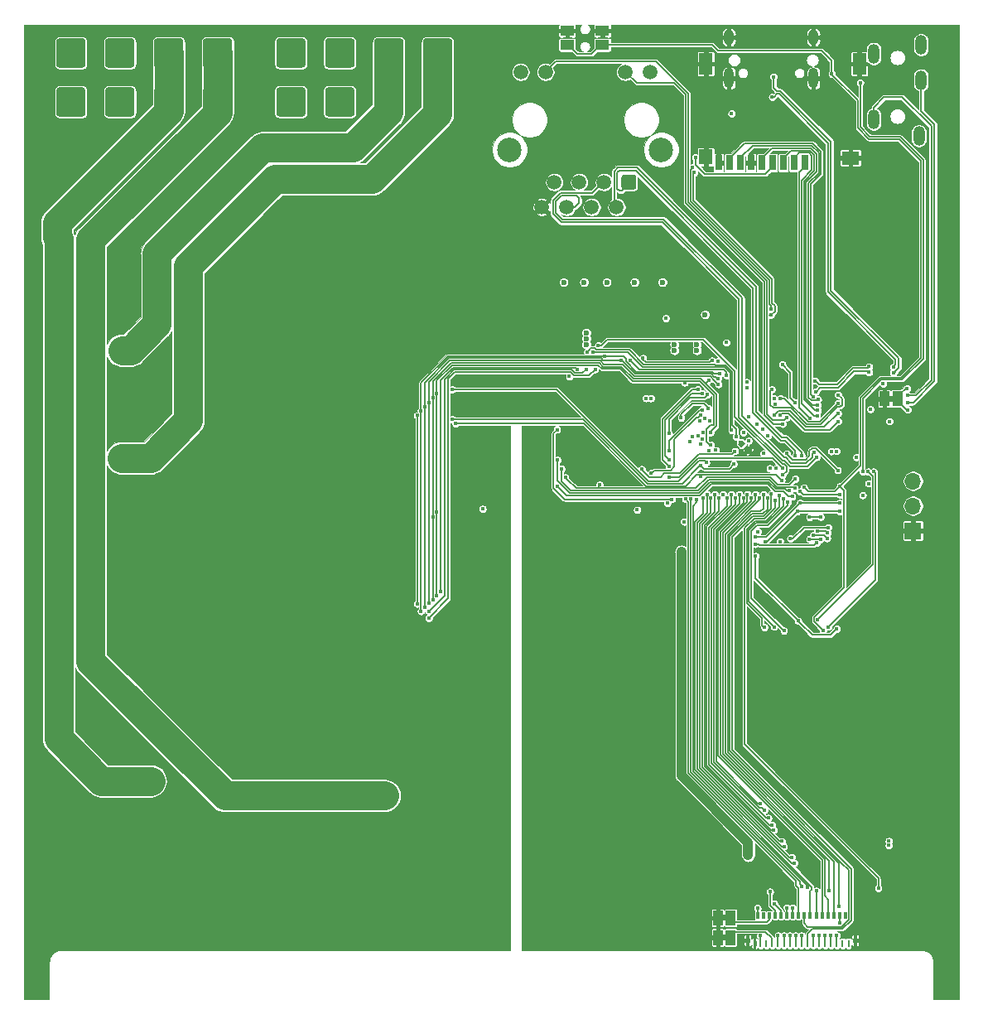
<source format=gbl>
G04 #@! TF.GenerationSoftware,KiCad,Pcbnew,5.1.5+dfsg1-2build2*
G04 #@! TF.CreationDate,2021-03-01T22:52:39+01:00*
G04 #@! TF.ProjectId,OtterCastAmp,4f747465-7243-4617-9374-416d702e6b69,rev?*
G04 #@! TF.SameCoordinates,Original*
G04 #@! TF.FileFunction,Copper,L4,Bot*
G04 #@! TF.FilePolarity,Positive*
%FSLAX46Y46*%
G04 Gerber Fmt 4.6, Leading zero omitted, Abs format (unit mm)*
G04 Created by KiCad (PCBNEW 5.1.5+dfsg1-2build2) date 2021-03-01 22:52:39*
%MOMM*%
%LPD*%
G04 APERTURE LIST*
%ADD10C,0.100000*%
%ADD11R,0.400000X0.850000*%
%ADD12R,0.300000X0.650000*%
%ADD13R,0.260000X0.800000*%
%ADD14R,1.000000X1.500000*%
%ADD15R,1.400000X1.050000*%
%ADD16C,1.500000*%
%ADD17C,2.500000*%
%ADD18R,0.700000X1.600000*%
%ADD19R,1.400000X1.600000*%
%ADD20R,1.400000X2.200000*%
%ADD21R,1.800000X1.400000*%
%ADD22O,1.700000X1.700000*%
%ADD23R,1.700000X1.700000*%
%ADD24C,0.800000*%
%ADD25C,6.400000*%
%ADD26O,1.200000X2.000000*%
%ADD27O,1.000000X2.100000*%
%ADD28O,1.000000X1.600000*%
%ADD29C,0.450000*%
%ADD30C,0.600000*%
%ADD31C,0.127000*%
%ADD32C,0.200000*%
%ADD33C,1.000000*%
%ADD34C,3.000000*%
%ADD35C,0.125000*%
G04 APERTURE END LIST*
D10*
G36*
X188600000Y-88750000D02*
G01*
X189100000Y-88750000D01*
X189100000Y-88150000D01*
X188600000Y-88150000D01*
X188600000Y-88750000D01*
G37*
G36*
X171550000Y-143800000D02*
G01*
X172050000Y-143800000D01*
X172050000Y-143200000D01*
X171550000Y-143200000D01*
X171550000Y-143800000D01*
G37*
G36*
X171550000Y-141800000D02*
G01*
X172050000Y-141800000D01*
X172050000Y-141200000D01*
X171550000Y-141200000D01*
X171550000Y-141800000D01*
G37*
D11*
X174200000Y-143775000D03*
X185200000Y-143775000D03*
D12*
X175200000Y-141225000D03*
X175800000Y-141225000D03*
X176400000Y-141225000D03*
X177000000Y-141225000D03*
X177600000Y-141225000D03*
X178200000Y-141225000D03*
X178800000Y-141225000D03*
X179400000Y-141225000D03*
X180000000Y-141225000D03*
X180600000Y-141225000D03*
X181200000Y-141225000D03*
X181800000Y-141225000D03*
X182400000Y-141225000D03*
X183000000Y-141225000D03*
X183600000Y-141225000D03*
X184200000Y-141225000D03*
D13*
X174900000Y-144100000D03*
X175500000Y-144100000D03*
X176100000Y-144100000D03*
X176700000Y-144100000D03*
X177300000Y-144100000D03*
X177900000Y-144100000D03*
X178500000Y-144100000D03*
X179100000Y-144100000D03*
X179700000Y-144100000D03*
X180300000Y-144100000D03*
X180900000Y-144100000D03*
X181500000Y-144100000D03*
X182100000Y-144100000D03*
X182700000Y-144100000D03*
X183300000Y-144100000D03*
X183900000Y-144100000D03*
X184500000Y-144100000D03*
D14*
X189500000Y-88450000D03*
X188200000Y-88450000D03*
D15*
X155750000Y-50830000D03*
X159350000Y-50830000D03*
X155750000Y-52270000D03*
X159350000Y-52270000D03*
D14*
X172450000Y-143500000D03*
X171150000Y-143500000D03*
X172450000Y-141500000D03*
X171150000Y-141500000D03*
D16*
X153525000Y-55040000D03*
X150985000Y-55040000D03*
X161695000Y-55040000D03*
X164235000Y-55040000D03*
D17*
X149865000Y-62990000D03*
D16*
X153170000Y-68840000D03*
D17*
X165355000Y-62990000D03*
D16*
X154430000Y-66300000D03*
X155710000Y-68840000D03*
X156970000Y-66300000D03*
X158250000Y-68840000D03*
X159510000Y-66300000D03*
X160790000Y-68840000D03*
G04 #@! TA.AperFunction,ComponentPad*
D10*
G36*
X162574053Y-65551206D02*
G01*
X162598370Y-65554813D01*
X162622216Y-65560786D01*
X162645362Y-65569068D01*
X162667585Y-65579579D01*
X162688670Y-65592217D01*
X162708416Y-65606861D01*
X162726630Y-65623370D01*
X162743139Y-65641584D01*
X162757783Y-65661330D01*
X162770421Y-65682415D01*
X162780932Y-65704638D01*
X162789214Y-65727784D01*
X162795187Y-65751630D01*
X162798794Y-65775947D01*
X162800000Y-65800500D01*
X162800000Y-66799500D01*
X162798794Y-66824053D01*
X162795187Y-66848370D01*
X162789214Y-66872216D01*
X162780932Y-66895362D01*
X162770421Y-66917585D01*
X162757783Y-66938670D01*
X162743139Y-66958416D01*
X162726630Y-66976630D01*
X162708416Y-66993139D01*
X162688670Y-67007783D01*
X162667585Y-67020421D01*
X162645362Y-67030932D01*
X162622216Y-67039214D01*
X162598370Y-67045187D01*
X162574053Y-67048794D01*
X162549500Y-67050000D01*
X161550500Y-67050000D01*
X161525947Y-67048794D01*
X161501630Y-67045187D01*
X161477784Y-67039214D01*
X161454638Y-67030932D01*
X161432415Y-67020421D01*
X161411330Y-67007783D01*
X161391584Y-66993139D01*
X161373370Y-66976630D01*
X161356861Y-66958416D01*
X161342217Y-66938670D01*
X161329579Y-66917585D01*
X161319068Y-66895362D01*
X161310786Y-66872216D01*
X161304813Y-66848370D01*
X161301206Y-66824053D01*
X161300000Y-66799500D01*
X161300000Y-65800500D01*
X161301206Y-65775947D01*
X161304813Y-65751630D01*
X161310786Y-65727784D01*
X161319068Y-65704638D01*
X161329579Y-65682415D01*
X161342217Y-65661330D01*
X161356861Y-65641584D01*
X161373370Y-65623370D01*
X161391584Y-65606861D01*
X161411330Y-65592217D01*
X161432415Y-65579579D01*
X161454638Y-65569068D01*
X161477784Y-65560786D01*
X161501630Y-65554813D01*
X161525947Y-65551206D01*
X161550500Y-65550000D01*
X162549500Y-65550000D01*
X162574053Y-65551206D01*
G37*
G04 #@! TD.AperFunction*
D18*
X180020000Y-64330000D03*
X178920000Y-64330000D03*
X177820000Y-64330000D03*
X176720000Y-64330000D03*
X175620000Y-64330000D03*
X174520000Y-64330000D03*
X173420000Y-64330000D03*
X172320000Y-64330000D03*
X171220000Y-64330000D03*
D19*
X169920000Y-63730000D03*
D20*
X169920000Y-54230000D03*
D21*
X184720000Y-63830000D03*
D20*
X185620000Y-54230000D03*
G04 #@! TA.AperFunction,ComponentPad*
D10*
G36*
X106161756Y-51601806D02*
G01*
X106198159Y-51607206D01*
X106233857Y-51616147D01*
X106268506Y-51628545D01*
X106301774Y-51644280D01*
X106333339Y-51663199D01*
X106362897Y-51685121D01*
X106390165Y-51709835D01*
X106414879Y-51737103D01*
X106436801Y-51766661D01*
X106455720Y-51798226D01*
X106471455Y-51831494D01*
X106483853Y-51866143D01*
X106492794Y-51901841D01*
X106498194Y-51938244D01*
X106500000Y-51975000D01*
X106500000Y-54225000D01*
X106498194Y-54261756D01*
X106492794Y-54298159D01*
X106483853Y-54333857D01*
X106471455Y-54368506D01*
X106455720Y-54401774D01*
X106436801Y-54433339D01*
X106414879Y-54462897D01*
X106390165Y-54490165D01*
X106362897Y-54514879D01*
X106333339Y-54536801D01*
X106301774Y-54555720D01*
X106268506Y-54571455D01*
X106233857Y-54583853D01*
X106198159Y-54592794D01*
X106161756Y-54598194D01*
X106125000Y-54600000D01*
X103875000Y-54600000D01*
X103838244Y-54598194D01*
X103801841Y-54592794D01*
X103766143Y-54583853D01*
X103731494Y-54571455D01*
X103698226Y-54555720D01*
X103666661Y-54536801D01*
X103637103Y-54514879D01*
X103609835Y-54490165D01*
X103585121Y-54462897D01*
X103563199Y-54433339D01*
X103544280Y-54401774D01*
X103528545Y-54368506D01*
X103516147Y-54333857D01*
X103507206Y-54298159D01*
X103501806Y-54261756D01*
X103500000Y-54225000D01*
X103500000Y-51975000D01*
X103501806Y-51938244D01*
X103507206Y-51901841D01*
X103516147Y-51866143D01*
X103528545Y-51831494D01*
X103544280Y-51798226D01*
X103563199Y-51766661D01*
X103585121Y-51737103D01*
X103609835Y-51709835D01*
X103637103Y-51685121D01*
X103666661Y-51663199D01*
X103698226Y-51644280D01*
X103731494Y-51628545D01*
X103766143Y-51616147D01*
X103801841Y-51607206D01*
X103838244Y-51601806D01*
X103875000Y-51600000D01*
X106125000Y-51600000D01*
X106161756Y-51601806D01*
G37*
G04 #@! TD.AperFunction*
G04 #@! TA.AperFunction,ComponentPad*
G36*
X111161756Y-51601806D02*
G01*
X111198159Y-51607206D01*
X111233857Y-51616147D01*
X111268506Y-51628545D01*
X111301774Y-51644280D01*
X111333339Y-51663199D01*
X111362897Y-51685121D01*
X111390165Y-51709835D01*
X111414879Y-51737103D01*
X111436801Y-51766661D01*
X111455720Y-51798226D01*
X111471455Y-51831494D01*
X111483853Y-51866143D01*
X111492794Y-51901841D01*
X111498194Y-51938244D01*
X111500000Y-51975000D01*
X111500000Y-54225000D01*
X111498194Y-54261756D01*
X111492794Y-54298159D01*
X111483853Y-54333857D01*
X111471455Y-54368506D01*
X111455720Y-54401774D01*
X111436801Y-54433339D01*
X111414879Y-54462897D01*
X111390165Y-54490165D01*
X111362897Y-54514879D01*
X111333339Y-54536801D01*
X111301774Y-54555720D01*
X111268506Y-54571455D01*
X111233857Y-54583853D01*
X111198159Y-54592794D01*
X111161756Y-54598194D01*
X111125000Y-54600000D01*
X108875000Y-54600000D01*
X108838244Y-54598194D01*
X108801841Y-54592794D01*
X108766143Y-54583853D01*
X108731494Y-54571455D01*
X108698226Y-54555720D01*
X108666661Y-54536801D01*
X108637103Y-54514879D01*
X108609835Y-54490165D01*
X108585121Y-54462897D01*
X108563199Y-54433339D01*
X108544280Y-54401774D01*
X108528545Y-54368506D01*
X108516147Y-54333857D01*
X108507206Y-54298159D01*
X108501806Y-54261756D01*
X108500000Y-54225000D01*
X108500000Y-51975000D01*
X108501806Y-51938244D01*
X108507206Y-51901841D01*
X108516147Y-51866143D01*
X108528545Y-51831494D01*
X108544280Y-51798226D01*
X108563199Y-51766661D01*
X108585121Y-51737103D01*
X108609835Y-51709835D01*
X108637103Y-51685121D01*
X108666661Y-51663199D01*
X108698226Y-51644280D01*
X108731494Y-51628545D01*
X108766143Y-51616147D01*
X108801841Y-51607206D01*
X108838244Y-51601806D01*
X108875000Y-51600000D01*
X111125000Y-51600000D01*
X111161756Y-51601806D01*
G37*
G04 #@! TD.AperFunction*
G04 #@! TA.AperFunction,ComponentPad*
G36*
X116161756Y-51601806D02*
G01*
X116198159Y-51607206D01*
X116233857Y-51616147D01*
X116268506Y-51628545D01*
X116301774Y-51644280D01*
X116333339Y-51663199D01*
X116362897Y-51685121D01*
X116390165Y-51709835D01*
X116414879Y-51737103D01*
X116436801Y-51766661D01*
X116455720Y-51798226D01*
X116471455Y-51831494D01*
X116483853Y-51866143D01*
X116492794Y-51901841D01*
X116498194Y-51938244D01*
X116500000Y-51975000D01*
X116500000Y-54225000D01*
X116498194Y-54261756D01*
X116492794Y-54298159D01*
X116483853Y-54333857D01*
X116471455Y-54368506D01*
X116455720Y-54401774D01*
X116436801Y-54433339D01*
X116414879Y-54462897D01*
X116390165Y-54490165D01*
X116362897Y-54514879D01*
X116333339Y-54536801D01*
X116301774Y-54555720D01*
X116268506Y-54571455D01*
X116233857Y-54583853D01*
X116198159Y-54592794D01*
X116161756Y-54598194D01*
X116125000Y-54600000D01*
X113875000Y-54600000D01*
X113838244Y-54598194D01*
X113801841Y-54592794D01*
X113766143Y-54583853D01*
X113731494Y-54571455D01*
X113698226Y-54555720D01*
X113666661Y-54536801D01*
X113637103Y-54514879D01*
X113609835Y-54490165D01*
X113585121Y-54462897D01*
X113563199Y-54433339D01*
X113544280Y-54401774D01*
X113528545Y-54368506D01*
X113516147Y-54333857D01*
X113507206Y-54298159D01*
X113501806Y-54261756D01*
X113500000Y-54225000D01*
X113500000Y-51975000D01*
X113501806Y-51938244D01*
X113507206Y-51901841D01*
X113516147Y-51866143D01*
X113528545Y-51831494D01*
X113544280Y-51798226D01*
X113563199Y-51766661D01*
X113585121Y-51737103D01*
X113609835Y-51709835D01*
X113637103Y-51685121D01*
X113666661Y-51663199D01*
X113698226Y-51644280D01*
X113731494Y-51628545D01*
X113766143Y-51616147D01*
X113801841Y-51607206D01*
X113838244Y-51601806D01*
X113875000Y-51600000D01*
X116125000Y-51600000D01*
X116161756Y-51601806D01*
G37*
G04 #@! TD.AperFunction*
G04 #@! TA.AperFunction,ComponentPad*
G36*
X121161756Y-51601806D02*
G01*
X121198159Y-51607206D01*
X121233857Y-51616147D01*
X121268506Y-51628545D01*
X121301774Y-51644280D01*
X121333339Y-51663199D01*
X121362897Y-51685121D01*
X121390165Y-51709835D01*
X121414879Y-51737103D01*
X121436801Y-51766661D01*
X121455720Y-51798226D01*
X121471455Y-51831494D01*
X121483853Y-51866143D01*
X121492794Y-51901841D01*
X121498194Y-51938244D01*
X121500000Y-51975000D01*
X121500000Y-54225000D01*
X121498194Y-54261756D01*
X121492794Y-54298159D01*
X121483853Y-54333857D01*
X121471455Y-54368506D01*
X121455720Y-54401774D01*
X121436801Y-54433339D01*
X121414879Y-54462897D01*
X121390165Y-54490165D01*
X121362897Y-54514879D01*
X121333339Y-54536801D01*
X121301774Y-54555720D01*
X121268506Y-54571455D01*
X121233857Y-54583853D01*
X121198159Y-54592794D01*
X121161756Y-54598194D01*
X121125000Y-54600000D01*
X118875000Y-54600000D01*
X118838244Y-54598194D01*
X118801841Y-54592794D01*
X118766143Y-54583853D01*
X118731494Y-54571455D01*
X118698226Y-54555720D01*
X118666661Y-54536801D01*
X118637103Y-54514879D01*
X118609835Y-54490165D01*
X118585121Y-54462897D01*
X118563199Y-54433339D01*
X118544280Y-54401774D01*
X118528545Y-54368506D01*
X118516147Y-54333857D01*
X118507206Y-54298159D01*
X118501806Y-54261756D01*
X118500000Y-54225000D01*
X118500000Y-51975000D01*
X118501806Y-51938244D01*
X118507206Y-51901841D01*
X118516147Y-51866143D01*
X118528545Y-51831494D01*
X118544280Y-51798226D01*
X118563199Y-51766661D01*
X118585121Y-51737103D01*
X118609835Y-51709835D01*
X118637103Y-51685121D01*
X118666661Y-51663199D01*
X118698226Y-51644280D01*
X118731494Y-51628545D01*
X118766143Y-51616147D01*
X118801841Y-51607206D01*
X118838244Y-51601806D01*
X118875000Y-51600000D01*
X121125000Y-51600000D01*
X121161756Y-51601806D01*
G37*
G04 #@! TD.AperFunction*
G04 #@! TA.AperFunction,ComponentPad*
G36*
X106161756Y-56601806D02*
G01*
X106198159Y-56607206D01*
X106233857Y-56616147D01*
X106268506Y-56628545D01*
X106301774Y-56644280D01*
X106333339Y-56663199D01*
X106362897Y-56685121D01*
X106390165Y-56709835D01*
X106414879Y-56737103D01*
X106436801Y-56766661D01*
X106455720Y-56798226D01*
X106471455Y-56831494D01*
X106483853Y-56866143D01*
X106492794Y-56901841D01*
X106498194Y-56938244D01*
X106500000Y-56975000D01*
X106500000Y-59225000D01*
X106498194Y-59261756D01*
X106492794Y-59298159D01*
X106483853Y-59333857D01*
X106471455Y-59368506D01*
X106455720Y-59401774D01*
X106436801Y-59433339D01*
X106414879Y-59462897D01*
X106390165Y-59490165D01*
X106362897Y-59514879D01*
X106333339Y-59536801D01*
X106301774Y-59555720D01*
X106268506Y-59571455D01*
X106233857Y-59583853D01*
X106198159Y-59592794D01*
X106161756Y-59598194D01*
X106125000Y-59600000D01*
X103875000Y-59600000D01*
X103838244Y-59598194D01*
X103801841Y-59592794D01*
X103766143Y-59583853D01*
X103731494Y-59571455D01*
X103698226Y-59555720D01*
X103666661Y-59536801D01*
X103637103Y-59514879D01*
X103609835Y-59490165D01*
X103585121Y-59462897D01*
X103563199Y-59433339D01*
X103544280Y-59401774D01*
X103528545Y-59368506D01*
X103516147Y-59333857D01*
X103507206Y-59298159D01*
X103501806Y-59261756D01*
X103500000Y-59225000D01*
X103500000Y-56975000D01*
X103501806Y-56938244D01*
X103507206Y-56901841D01*
X103516147Y-56866143D01*
X103528545Y-56831494D01*
X103544280Y-56798226D01*
X103563199Y-56766661D01*
X103585121Y-56737103D01*
X103609835Y-56709835D01*
X103637103Y-56685121D01*
X103666661Y-56663199D01*
X103698226Y-56644280D01*
X103731494Y-56628545D01*
X103766143Y-56616147D01*
X103801841Y-56607206D01*
X103838244Y-56601806D01*
X103875000Y-56600000D01*
X106125000Y-56600000D01*
X106161756Y-56601806D01*
G37*
G04 #@! TD.AperFunction*
G04 #@! TA.AperFunction,ComponentPad*
G36*
X111161756Y-56601806D02*
G01*
X111198159Y-56607206D01*
X111233857Y-56616147D01*
X111268506Y-56628545D01*
X111301774Y-56644280D01*
X111333339Y-56663199D01*
X111362897Y-56685121D01*
X111390165Y-56709835D01*
X111414879Y-56737103D01*
X111436801Y-56766661D01*
X111455720Y-56798226D01*
X111471455Y-56831494D01*
X111483853Y-56866143D01*
X111492794Y-56901841D01*
X111498194Y-56938244D01*
X111500000Y-56975000D01*
X111500000Y-59225000D01*
X111498194Y-59261756D01*
X111492794Y-59298159D01*
X111483853Y-59333857D01*
X111471455Y-59368506D01*
X111455720Y-59401774D01*
X111436801Y-59433339D01*
X111414879Y-59462897D01*
X111390165Y-59490165D01*
X111362897Y-59514879D01*
X111333339Y-59536801D01*
X111301774Y-59555720D01*
X111268506Y-59571455D01*
X111233857Y-59583853D01*
X111198159Y-59592794D01*
X111161756Y-59598194D01*
X111125000Y-59600000D01*
X108875000Y-59600000D01*
X108838244Y-59598194D01*
X108801841Y-59592794D01*
X108766143Y-59583853D01*
X108731494Y-59571455D01*
X108698226Y-59555720D01*
X108666661Y-59536801D01*
X108637103Y-59514879D01*
X108609835Y-59490165D01*
X108585121Y-59462897D01*
X108563199Y-59433339D01*
X108544280Y-59401774D01*
X108528545Y-59368506D01*
X108516147Y-59333857D01*
X108507206Y-59298159D01*
X108501806Y-59261756D01*
X108500000Y-59225000D01*
X108500000Y-56975000D01*
X108501806Y-56938244D01*
X108507206Y-56901841D01*
X108516147Y-56866143D01*
X108528545Y-56831494D01*
X108544280Y-56798226D01*
X108563199Y-56766661D01*
X108585121Y-56737103D01*
X108609835Y-56709835D01*
X108637103Y-56685121D01*
X108666661Y-56663199D01*
X108698226Y-56644280D01*
X108731494Y-56628545D01*
X108766143Y-56616147D01*
X108801841Y-56607206D01*
X108838244Y-56601806D01*
X108875000Y-56600000D01*
X111125000Y-56600000D01*
X111161756Y-56601806D01*
G37*
G04 #@! TD.AperFunction*
G04 #@! TA.AperFunction,ComponentPad*
G36*
X116161756Y-56601806D02*
G01*
X116198159Y-56607206D01*
X116233857Y-56616147D01*
X116268506Y-56628545D01*
X116301774Y-56644280D01*
X116333339Y-56663199D01*
X116362897Y-56685121D01*
X116390165Y-56709835D01*
X116414879Y-56737103D01*
X116436801Y-56766661D01*
X116455720Y-56798226D01*
X116471455Y-56831494D01*
X116483853Y-56866143D01*
X116492794Y-56901841D01*
X116498194Y-56938244D01*
X116500000Y-56975000D01*
X116500000Y-59225000D01*
X116498194Y-59261756D01*
X116492794Y-59298159D01*
X116483853Y-59333857D01*
X116471455Y-59368506D01*
X116455720Y-59401774D01*
X116436801Y-59433339D01*
X116414879Y-59462897D01*
X116390165Y-59490165D01*
X116362897Y-59514879D01*
X116333339Y-59536801D01*
X116301774Y-59555720D01*
X116268506Y-59571455D01*
X116233857Y-59583853D01*
X116198159Y-59592794D01*
X116161756Y-59598194D01*
X116125000Y-59600000D01*
X113875000Y-59600000D01*
X113838244Y-59598194D01*
X113801841Y-59592794D01*
X113766143Y-59583853D01*
X113731494Y-59571455D01*
X113698226Y-59555720D01*
X113666661Y-59536801D01*
X113637103Y-59514879D01*
X113609835Y-59490165D01*
X113585121Y-59462897D01*
X113563199Y-59433339D01*
X113544280Y-59401774D01*
X113528545Y-59368506D01*
X113516147Y-59333857D01*
X113507206Y-59298159D01*
X113501806Y-59261756D01*
X113500000Y-59225000D01*
X113500000Y-56975000D01*
X113501806Y-56938244D01*
X113507206Y-56901841D01*
X113516147Y-56866143D01*
X113528545Y-56831494D01*
X113544280Y-56798226D01*
X113563199Y-56766661D01*
X113585121Y-56737103D01*
X113609835Y-56709835D01*
X113637103Y-56685121D01*
X113666661Y-56663199D01*
X113698226Y-56644280D01*
X113731494Y-56628545D01*
X113766143Y-56616147D01*
X113801841Y-56607206D01*
X113838244Y-56601806D01*
X113875000Y-56600000D01*
X116125000Y-56600000D01*
X116161756Y-56601806D01*
G37*
G04 #@! TD.AperFunction*
G04 #@! TA.AperFunction,ComponentPad*
G36*
X121161756Y-56601806D02*
G01*
X121198159Y-56607206D01*
X121233857Y-56616147D01*
X121268506Y-56628545D01*
X121301774Y-56644280D01*
X121333339Y-56663199D01*
X121362897Y-56685121D01*
X121390165Y-56709835D01*
X121414879Y-56737103D01*
X121436801Y-56766661D01*
X121455720Y-56798226D01*
X121471455Y-56831494D01*
X121483853Y-56866143D01*
X121492794Y-56901841D01*
X121498194Y-56938244D01*
X121500000Y-56975000D01*
X121500000Y-59225000D01*
X121498194Y-59261756D01*
X121492794Y-59298159D01*
X121483853Y-59333857D01*
X121471455Y-59368506D01*
X121455720Y-59401774D01*
X121436801Y-59433339D01*
X121414879Y-59462897D01*
X121390165Y-59490165D01*
X121362897Y-59514879D01*
X121333339Y-59536801D01*
X121301774Y-59555720D01*
X121268506Y-59571455D01*
X121233857Y-59583853D01*
X121198159Y-59592794D01*
X121161756Y-59598194D01*
X121125000Y-59600000D01*
X118875000Y-59600000D01*
X118838244Y-59598194D01*
X118801841Y-59592794D01*
X118766143Y-59583853D01*
X118731494Y-59571455D01*
X118698226Y-59555720D01*
X118666661Y-59536801D01*
X118637103Y-59514879D01*
X118609835Y-59490165D01*
X118585121Y-59462897D01*
X118563199Y-59433339D01*
X118544280Y-59401774D01*
X118528545Y-59368506D01*
X118516147Y-59333857D01*
X118507206Y-59298159D01*
X118501806Y-59261756D01*
X118500000Y-59225000D01*
X118500000Y-56975000D01*
X118501806Y-56938244D01*
X118507206Y-56901841D01*
X118516147Y-56866143D01*
X118528545Y-56831494D01*
X118544280Y-56798226D01*
X118563199Y-56766661D01*
X118585121Y-56737103D01*
X118609835Y-56709835D01*
X118637103Y-56685121D01*
X118666661Y-56663199D01*
X118698226Y-56644280D01*
X118731494Y-56628545D01*
X118766143Y-56616147D01*
X118801841Y-56607206D01*
X118838244Y-56601806D01*
X118875000Y-56600000D01*
X121125000Y-56600000D01*
X121161756Y-56601806D01*
G37*
G04 #@! TD.AperFunction*
G04 #@! TA.AperFunction,ComponentPad*
G36*
X128661756Y-51601806D02*
G01*
X128698159Y-51607206D01*
X128733857Y-51616147D01*
X128768506Y-51628545D01*
X128801774Y-51644280D01*
X128833339Y-51663199D01*
X128862897Y-51685121D01*
X128890165Y-51709835D01*
X128914879Y-51737103D01*
X128936801Y-51766661D01*
X128955720Y-51798226D01*
X128971455Y-51831494D01*
X128983853Y-51866143D01*
X128992794Y-51901841D01*
X128998194Y-51938244D01*
X129000000Y-51975000D01*
X129000000Y-54225000D01*
X128998194Y-54261756D01*
X128992794Y-54298159D01*
X128983853Y-54333857D01*
X128971455Y-54368506D01*
X128955720Y-54401774D01*
X128936801Y-54433339D01*
X128914879Y-54462897D01*
X128890165Y-54490165D01*
X128862897Y-54514879D01*
X128833339Y-54536801D01*
X128801774Y-54555720D01*
X128768506Y-54571455D01*
X128733857Y-54583853D01*
X128698159Y-54592794D01*
X128661756Y-54598194D01*
X128625000Y-54600000D01*
X126375000Y-54600000D01*
X126338244Y-54598194D01*
X126301841Y-54592794D01*
X126266143Y-54583853D01*
X126231494Y-54571455D01*
X126198226Y-54555720D01*
X126166661Y-54536801D01*
X126137103Y-54514879D01*
X126109835Y-54490165D01*
X126085121Y-54462897D01*
X126063199Y-54433339D01*
X126044280Y-54401774D01*
X126028545Y-54368506D01*
X126016147Y-54333857D01*
X126007206Y-54298159D01*
X126001806Y-54261756D01*
X126000000Y-54225000D01*
X126000000Y-51975000D01*
X126001806Y-51938244D01*
X126007206Y-51901841D01*
X126016147Y-51866143D01*
X126028545Y-51831494D01*
X126044280Y-51798226D01*
X126063199Y-51766661D01*
X126085121Y-51737103D01*
X126109835Y-51709835D01*
X126137103Y-51685121D01*
X126166661Y-51663199D01*
X126198226Y-51644280D01*
X126231494Y-51628545D01*
X126266143Y-51616147D01*
X126301841Y-51607206D01*
X126338244Y-51601806D01*
X126375000Y-51600000D01*
X128625000Y-51600000D01*
X128661756Y-51601806D01*
G37*
G04 #@! TD.AperFunction*
G04 #@! TA.AperFunction,ComponentPad*
G36*
X133661756Y-51601806D02*
G01*
X133698159Y-51607206D01*
X133733857Y-51616147D01*
X133768506Y-51628545D01*
X133801774Y-51644280D01*
X133833339Y-51663199D01*
X133862897Y-51685121D01*
X133890165Y-51709835D01*
X133914879Y-51737103D01*
X133936801Y-51766661D01*
X133955720Y-51798226D01*
X133971455Y-51831494D01*
X133983853Y-51866143D01*
X133992794Y-51901841D01*
X133998194Y-51938244D01*
X134000000Y-51975000D01*
X134000000Y-54225000D01*
X133998194Y-54261756D01*
X133992794Y-54298159D01*
X133983853Y-54333857D01*
X133971455Y-54368506D01*
X133955720Y-54401774D01*
X133936801Y-54433339D01*
X133914879Y-54462897D01*
X133890165Y-54490165D01*
X133862897Y-54514879D01*
X133833339Y-54536801D01*
X133801774Y-54555720D01*
X133768506Y-54571455D01*
X133733857Y-54583853D01*
X133698159Y-54592794D01*
X133661756Y-54598194D01*
X133625000Y-54600000D01*
X131375000Y-54600000D01*
X131338244Y-54598194D01*
X131301841Y-54592794D01*
X131266143Y-54583853D01*
X131231494Y-54571455D01*
X131198226Y-54555720D01*
X131166661Y-54536801D01*
X131137103Y-54514879D01*
X131109835Y-54490165D01*
X131085121Y-54462897D01*
X131063199Y-54433339D01*
X131044280Y-54401774D01*
X131028545Y-54368506D01*
X131016147Y-54333857D01*
X131007206Y-54298159D01*
X131001806Y-54261756D01*
X131000000Y-54225000D01*
X131000000Y-51975000D01*
X131001806Y-51938244D01*
X131007206Y-51901841D01*
X131016147Y-51866143D01*
X131028545Y-51831494D01*
X131044280Y-51798226D01*
X131063199Y-51766661D01*
X131085121Y-51737103D01*
X131109835Y-51709835D01*
X131137103Y-51685121D01*
X131166661Y-51663199D01*
X131198226Y-51644280D01*
X131231494Y-51628545D01*
X131266143Y-51616147D01*
X131301841Y-51607206D01*
X131338244Y-51601806D01*
X131375000Y-51600000D01*
X133625000Y-51600000D01*
X133661756Y-51601806D01*
G37*
G04 #@! TD.AperFunction*
G04 #@! TA.AperFunction,ComponentPad*
G36*
X138661756Y-51601806D02*
G01*
X138698159Y-51607206D01*
X138733857Y-51616147D01*
X138768506Y-51628545D01*
X138801774Y-51644280D01*
X138833339Y-51663199D01*
X138862897Y-51685121D01*
X138890165Y-51709835D01*
X138914879Y-51737103D01*
X138936801Y-51766661D01*
X138955720Y-51798226D01*
X138971455Y-51831494D01*
X138983853Y-51866143D01*
X138992794Y-51901841D01*
X138998194Y-51938244D01*
X139000000Y-51975000D01*
X139000000Y-54225000D01*
X138998194Y-54261756D01*
X138992794Y-54298159D01*
X138983853Y-54333857D01*
X138971455Y-54368506D01*
X138955720Y-54401774D01*
X138936801Y-54433339D01*
X138914879Y-54462897D01*
X138890165Y-54490165D01*
X138862897Y-54514879D01*
X138833339Y-54536801D01*
X138801774Y-54555720D01*
X138768506Y-54571455D01*
X138733857Y-54583853D01*
X138698159Y-54592794D01*
X138661756Y-54598194D01*
X138625000Y-54600000D01*
X136375000Y-54600000D01*
X136338244Y-54598194D01*
X136301841Y-54592794D01*
X136266143Y-54583853D01*
X136231494Y-54571455D01*
X136198226Y-54555720D01*
X136166661Y-54536801D01*
X136137103Y-54514879D01*
X136109835Y-54490165D01*
X136085121Y-54462897D01*
X136063199Y-54433339D01*
X136044280Y-54401774D01*
X136028545Y-54368506D01*
X136016147Y-54333857D01*
X136007206Y-54298159D01*
X136001806Y-54261756D01*
X136000000Y-54225000D01*
X136000000Y-51975000D01*
X136001806Y-51938244D01*
X136007206Y-51901841D01*
X136016147Y-51866143D01*
X136028545Y-51831494D01*
X136044280Y-51798226D01*
X136063199Y-51766661D01*
X136085121Y-51737103D01*
X136109835Y-51709835D01*
X136137103Y-51685121D01*
X136166661Y-51663199D01*
X136198226Y-51644280D01*
X136231494Y-51628545D01*
X136266143Y-51616147D01*
X136301841Y-51607206D01*
X136338244Y-51601806D01*
X136375000Y-51600000D01*
X138625000Y-51600000D01*
X138661756Y-51601806D01*
G37*
G04 #@! TD.AperFunction*
G04 #@! TA.AperFunction,ComponentPad*
G36*
X143661756Y-51601806D02*
G01*
X143698159Y-51607206D01*
X143733857Y-51616147D01*
X143768506Y-51628545D01*
X143801774Y-51644280D01*
X143833339Y-51663199D01*
X143862897Y-51685121D01*
X143890165Y-51709835D01*
X143914879Y-51737103D01*
X143936801Y-51766661D01*
X143955720Y-51798226D01*
X143971455Y-51831494D01*
X143983853Y-51866143D01*
X143992794Y-51901841D01*
X143998194Y-51938244D01*
X144000000Y-51975000D01*
X144000000Y-54225000D01*
X143998194Y-54261756D01*
X143992794Y-54298159D01*
X143983853Y-54333857D01*
X143971455Y-54368506D01*
X143955720Y-54401774D01*
X143936801Y-54433339D01*
X143914879Y-54462897D01*
X143890165Y-54490165D01*
X143862897Y-54514879D01*
X143833339Y-54536801D01*
X143801774Y-54555720D01*
X143768506Y-54571455D01*
X143733857Y-54583853D01*
X143698159Y-54592794D01*
X143661756Y-54598194D01*
X143625000Y-54600000D01*
X141375000Y-54600000D01*
X141338244Y-54598194D01*
X141301841Y-54592794D01*
X141266143Y-54583853D01*
X141231494Y-54571455D01*
X141198226Y-54555720D01*
X141166661Y-54536801D01*
X141137103Y-54514879D01*
X141109835Y-54490165D01*
X141085121Y-54462897D01*
X141063199Y-54433339D01*
X141044280Y-54401774D01*
X141028545Y-54368506D01*
X141016147Y-54333857D01*
X141007206Y-54298159D01*
X141001806Y-54261756D01*
X141000000Y-54225000D01*
X141000000Y-51975000D01*
X141001806Y-51938244D01*
X141007206Y-51901841D01*
X141016147Y-51866143D01*
X141028545Y-51831494D01*
X141044280Y-51798226D01*
X141063199Y-51766661D01*
X141085121Y-51737103D01*
X141109835Y-51709835D01*
X141137103Y-51685121D01*
X141166661Y-51663199D01*
X141198226Y-51644280D01*
X141231494Y-51628545D01*
X141266143Y-51616147D01*
X141301841Y-51607206D01*
X141338244Y-51601806D01*
X141375000Y-51600000D01*
X143625000Y-51600000D01*
X143661756Y-51601806D01*
G37*
G04 #@! TD.AperFunction*
G04 #@! TA.AperFunction,ComponentPad*
G36*
X128661756Y-56601806D02*
G01*
X128698159Y-56607206D01*
X128733857Y-56616147D01*
X128768506Y-56628545D01*
X128801774Y-56644280D01*
X128833339Y-56663199D01*
X128862897Y-56685121D01*
X128890165Y-56709835D01*
X128914879Y-56737103D01*
X128936801Y-56766661D01*
X128955720Y-56798226D01*
X128971455Y-56831494D01*
X128983853Y-56866143D01*
X128992794Y-56901841D01*
X128998194Y-56938244D01*
X129000000Y-56975000D01*
X129000000Y-59225000D01*
X128998194Y-59261756D01*
X128992794Y-59298159D01*
X128983853Y-59333857D01*
X128971455Y-59368506D01*
X128955720Y-59401774D01*
X128936801Y-59433339D01*
X128914879Y-59462897D01*
X128890165Y-59490165D01*
X128862897Y-59514879D01*
X128833339Y-59536801D01*
X128801774Y-59555720D01*
X128768506Y-59571455D01*
X128733857Y-59583853D01*
X128698159Y-59592794D01*
X128661756Y-59598194D01*
X128625000Y-59600000D01*
X126375000Y-59600000D01*
X126338244Y-59598194D01*
X126301841Y-59592794D01*
X126266143Y-59583853D01*
X126231494Y-59571455D01*
X126198226Y-59555720D01*
X126166661Y-59536801D01*
X126137103Y-59514879D01*
X126109835Y-59490165D01*
X126085121Y-59462897D01*
X126063199Y-59433339D01*
X126044280Y-59401774D01*
X126028545Y-59368506D01*
X126016147Y-59333857D01*
X126007206Y-59298159D01*
X126001806Y-59261756D01*
X126000000Y-59225000D01*
X126000000Y-56975000D01*
X126001806Y-56938244D01*
X126007206Y-56901841D01*
X126016147Y-56866143D01*
X126028545Y-56831494D01*
X126044280Y-56798226D01*
X126063199Y-56766661D01*
X126085121Y-56737103D01*
X126109835Y-56709835D01*
X126137103Y-56685121D01*
X126166661Y-56663199D01*
X126198226Y-56644280D01*
X126231494Y-56628545D01*
X126266143Y-56616147D01*
X126301841Y-56607206D01*
X126338244Y-56601806D01*
X126375000Y-56600000D01*
X128625000Y-56600000D01*
X128661756Y-56601806D01*
G37*
G04 #@! TD.AperFunction*
G04 #@! TA.AperFunction,ComponentPad*
G36*
X133661756Y-56601806D02*
G01*
X133698159Y-56607206D01*
X133733857Y-56616147D01*
X133768506Y-56628545D01*
X133801774Y-56644280D01*
X133833339Y-56663199D01*
X133862897Y-56685121D01*
X133890165Y-56709835D01*
X133914879Y-56737103D01*
X133936801Y-56766661D01*
X133955720Y-56798226D01*
X133971455Y-56831494D01*
X133983853Y-56866143D01*
X133992794Y-56901841D01*
X133998194Y-56938244D01*
X134000000Y-56975000D01*
X134000000Y-59225000D01*
X133998194Y-59261756D01*
X133992794Y-59298159D01*
X133983853Y-59333857D01*
X133971455Y-59368506D01*
X133955720Y-59401774D01*
X133936801Y-59433339D01*
X133914879Y-59462897D01*
X133890165Y-59490165D01*
X133862897Y-59514879D01*
X133833339Y-59536801D01*
X133801774Y-59555720D01*
X133768506Y-59571455D01*
X133733857Y-59583853D01*
X133698159Y-59592794D01*
X133661756Y-59598194D01*
X133625000Y-59600000D01*
X131375000Y-59600000D01*
X131338244Y-59598194D01*
X131301841Y-59592794D01*
X131266143Y-59583853D01*
X131231494Y-59571455D01*
X131198226Y-59555720D01*
X131166661Y-59536801D01*
X131137103Y-59514879D01*
X131109835Y-59490165D01*
X131085121Y-59462897D01*
X131063199Y-59433339D01*
X131044280Y-59401774D01*
X131028545Y-59368506D01*
X131016147Y-59333857D01*
X131007206Y-59298159D01*
X131001806Y-59261756D01*
X131000000Y-59225000D01*
X131000000Y-56975000D01*
X131001806Y-56938244D01*
X131007206Y-56901841D01*
X131016147Y-56866143D01*
X131028545Y-56831494D01*
X131044280Y-56798226D01*
X131063199Y-56766661D01*
X131085121Y-56737103D01*
X131109835Y-56709835D01*
X131137103Y-56685121D01*
X131166661Y-56663199D01*
X131198226Y-56644280D01*
X131231494Y-56628545D01*
X131266143Y-56616147D01*
X131301841Y-56607206D01*
X131338244Y-56601806D01*
X131375000Y-56600000D01*
X133625000Y-56600000D01*
X133661756Y-56601806D01*
G37*
G04 #@! TD.AperFunction*
G04 #@! TA.AperFunction,ComponentPad*
G36*
X138661756Y-56601806D02*
G01*
X138698159Y-56607206D01*
X138733857Y-56616147D01*
X138768506Y-56628545D01*
X138801774Y-56644280D01*
X138833339Y-56663199D01*
X138862897Y-56685121D01*
X138890165Y-56709835D01*
X138914879Y-56737103D01*
X138936801Y-56766661D01*
X138955720Y-56798226D01*
X138971455Y-56831494D01*
X138983853Y-56866143D01*
X138992794Y-56901841D01*
X138998194Y-56938244D01*
X139000000Y-56975000D01*
X139000000Y-59225000D01*
X138998194Y-59261756D01*
X138992794Y-59298159D01*
X138983853Y-59333857D01*
X138971455Y-59368506D01*
X138955720Y-59401774D01*
X138936801Y-59433339D01*
X138914879Y-59462897D01*
X138890165Y-59490165D01*
X138862897Y-59514879D01*
X138833339Y-59536801D01*
X138801774Y-59555720D01*
X138768506Y-59571455D01*
X138733857Y-59583853D01*
X138698159Y-59592794D01*
X138661756Y-59598194D01*
X138625000Y-59600000D01*
X136375000Y-59600000D01*
X136338244Y-59598194D01*
X136301841Y-59592794D01*
X136266143Y-59583853D01*
X136231494Y-59571455D01*
X136198226Y-59555720D01*
X136166661Y-59536801D01*
X136137103Y-59514879D01*
X136109835Y-59490165D01*
X136085121Y-59462897D01*
X136063199Y-59433339D01*
X136044280Y-59401774D01*
X136028545Y-59368506D01*
X136016147Y-59333857D01*
X136007206Y-59298159D01*
X136001806Y-59261756D01*
X136000000Y-59225000D01*
X136000000Y-56975000D01*
X136001806Y-56938244D01*
X136007206Y-56901841D01*
X136016147Y-56866143D01*
X136028545Y-56831494D01*
X136044280Y-56798226D01*
X136063199Y-56766661D01*
X136085121Y-56737103D01*
X136109835Y-56709835D01*
X136137103Y-56685121D01*
X136166661Y-56663199D01*
X136198226Y-56644280D01*
X136231494Y-56628545D01*
X136266143Y-56616147D01*
X136301841Y-56607206D01*
X136338244Y-56601806D01*
X136375000Y-56600000D01*
X138625000Y-56600000D01*
X138661756Y-56601806D01*
G37*
G04 #@! TD.AperFunction*
G04 #@! TA.AperFunction,ComponentPad*
G36*
X143661756Y-56601806D02*
G01*
X143698159Y-56607206D01*
X143733857Y-56616147D01*
X143768506Y-56628545D01*
X143801774Y-56644280D01*
X143833339Y-56663199D01*
X143862897Y-56685121D01*
X143890165Y-56709835D01*
X143914879Y-56737103D01*
X143936801Y-56766661D01*
X143955720Y-56798226D01*
X143971455Y-56831494D01*
X143983853Y-56866143D01*
X143992794Y-56901841D01*
X143998194Y-56938244D01*
X144000000Y-56975000D01*
X144000000Y-59225000D01*
X143998194Y-59261756D01*
X143992794Y-59298159D01*
X143983853Y-59333857D01*
X143971455Y-59368506D01*
X143955720Y-59401774D01*
X143936801Y-59433339D01*
X143914879Y-59462897D01*
X143890165Y-59490165D01*
X143862897Y-59514879D01*
X143833339Y-59536801D01*
X143801774Y-59555720D01*
X143768506Y-59571455D01*
X143733857Y-59583853D01*
X143698159Y-59592794D01*
X143661756Y-59598194D01*
X143625000Y-59600000D01*
X141375000Y-59600000D01*
X141338244Y-59598194D01*
X141301841Y-59592794D01*
X141266143Y-59583853D01*
X141231494Y-59571455D01*
X141198226Y-59555720D01*
X141166661Y-59536801D01*
X141137103Y-59514879D01*
X141109835Y-59490165D01*
X141085121Y-59462897D01*
X141063199Y-59433339D01*
X141044280Y-59401774D01*
X141028545Y-59368506D01*
X141016147Y-59333857D01*
X141007206Y-59298159D01*
X141001806Y-59261756D01*
X141000000Y-59225000D01*
X141000000Y-56975000D01*
X141001806Y-56938244D01*
X141007206Y-56901841D01*
X141016147Y-56866143D01*
X141028545Y-56831494D01*
X141044280Y-56798226D01*
X141063199Y-56766661D01*
X141085121Y-56737103D01*
X141109835Y-56709835D01*
X141137103Y-56685121D01*
X141166661Y-56663199D01*
X141198226Y-56644280D01*
X141231494Y-56628545D01*
X141266143Y-56616147D01*
X141301841Y-56607206D01*
X141338244Y-56601806D01*
X141375000Y-56600000D01*
X143625000Y-56600000D01*
X143661756Y-56601806D01*
G37*
G04 #@! TD.AperFunction*
D22*
X191100000Y-96850000D03*
X191100000Y-99390000D03*
D23*
X191100000Y-101930000D03*
D24*
X131697056Y-118302944D03*
X130000000Y-117600000D03*
X128302944Y-118302944D03*
X127600000Y-120000000D03*
X128302944Y-121697056D03*
X130000000Y-122400000D03*
X131697056Y-121697056D03*
X132400000Y-120000000D03*
D25*
X130000000Y-120000000D03*
D24*
X131697056Y-78302944D03*
X130000000Y-77600000D03*
X128302944Y-78302944D03*
X127600000Y-80000000D03*
X128302944Y-81697056D03*
X130000000Y-82400000D03*
X131697056Y-81697056D03*
X132400000Y-80000000D03*
D25*
X130000000Y-80000000D03*
D26*
X187080000Y-53175000D03*
X187080000Y-59875000D03*
X191700000Y-61575000D03*
X191920000Y-55875000D03*
X191920000Y-52275000D03*
D27*
X180920000Y-55685000D03*
X172280000Y-55685000D03*
D28*
X180920000Y-51505000D03*
X172280000Y-51505000D03*
G04 #@! TA.AperFunction,SMDPad,CuDef*
D10*
G36*
X173843431Y-93717695D02*
G01*
X174267695Y-93293431D01*
X174621249Y-93646985D01*
X174196985Y-94071249D01*
X173843431Y-93717695D01*
G37*
G04 #@! TD.AperFunction*
G04 #@! TA.AperFunction,SMDPad,CuDef*
G36*
X173178751Y-93053015D02*
G01*
X173603015Y-92628751D01*
X173956569Y-92982305D01*
X173532305Y-93406569D01*
X173178751Y-93053015D01*
G37*
G04 #@! TD.AperFunction*
D29*
X183600000Y-141999999D03*
X178800000Y-140450000D03*
X178200000Y-140450000D03*
X183300000Y-143300000D03*
X182700000Y-143300000D03*
X182100000Y-143300000D03*
X181500000Y-143300000D03*
X180900000Y-143300000D03*
X179700000Y-143300000D03*
X179100000Y-143300000D03*
X172050000Y-66300000D03*
X172900000Y-66300000D03*
X171250000Y-66300000D03*
D30*
X186750000Y-66000000D03*
X189950000Y-65300000D03*
X186750000Y-66700000D03*
X189950000Y-66700000D03*
X189950000Y-63900000D03*
X189950000Y-64600000D03*
X186750000Y-63900000D03*
X186750000Y-64600000D03*
X186750000Y-65300000D03*
X189950000Y-66000000D03*
X189050000Y-80650000D03*
X189050000Y-79500000D03*
X189700000Y-81150000D03*
X188400000Y-81150000D03*
X189700000Y-80050000D03*
X188400000Y-80050000D03*
X189700000Y-78950000D03*
X188400000Y-78950000D03*
X101000000Y-122000000D03*
X101000000Y-97000000D03*
X101000000Y-142000000D03*
X101000000Y-102000000D03*
X101000000Y-117000000D03*
X101000000Y-62000000D03*
X101000000Y-137000000D03*
X101000000Y-107000000D03*
X101000000Y-87000000D03*
X101000000Y-62000000D03*
X101000000Y-132000000D03*
X101000000Y-52000000D03*
X101000000Y-77000000D03*
X101000000Y-72000000D03*
X101000000Y-82000000D03*
X101000000Y-112000000D03*
X101000000Y-127000000D03*
X101000000Y-57000000D03*
X101000000Y-67000000D03*
X101000000Y-92000000D03*
X135800000Y-73600000D03*
X138500000Y-74400001D03*
X135800000Y-74400000D03*
X137600000Y-74900000D03*
X138500000Y-73600000D03*
X136700000Y-74900000D03*
X108900000Y-75100000D03*
X111600000Y-75900001D03*
X108900000Y-75900000D03*
X110700000Y-76400000D03*
X111600000Y-75100000D03*
X109800000Y-76400000D03*
X111600000Y-91900000D03*
X108900000Y-91100000D03*
X111600000Y-91100000D03*
X109800000Y-90600000D03*
X108900000Y-91900000D03*
X110700000Y-90600000D03*
X108900000Y-86100000D03*
X111600000Y-86900001D03*
X108900000Y-86900000D03*
X110700000Y-87400000D03*
X111600000Y-86100000D03*
X109800000Y-87400000D03*
X138400000Y-126400000D03*
X135700000Y-125600000D03*
X138400000Y-125600000D03*
X136600000Y-125100000D03*
X135700000Y-126400000D03*
X137500000Y-125100000D03*
X111600000Y-124900000D03*
X108900000Y-124100000D03*
X111600000Y-124100000D03*
X109800000Y-123600000D03*
X108900000Y-124900000D03*
X110700000Y-123600000D03*
X108900000Y-108100000D03*
X111600000Y-108900001D03*
X108900000Y-108900000D03*
X110700000Y-109400000D03*
X111600000Y-108100000D03*
X109800000Y-109400000D03*
X145000000Y-119600000D03*
X145000000Y-116400000D03*
X146400000Y-119600000D03*
X147100000Y-119600000D03*
X144300000Y-119600000D03*
X147100000Y-116400000D03*
X144300000Y-116400000D03*
X146400000Y-116400000D03*
X145700000Y-119600000D03*
X145700000Y-116400000D03*
X145000000Y-107600000D03*
X145000000Y-104400000D03*
X146400000Y-107600000D03*
X147100000Y-107600000D03*
X144300000Y-107600000D03*
X147100000Y-104400000D03*
X144300000Y-104400000D03*
X146400000Y-104400000D03*
X145700000Y-107600000D03*
X145700000Y-104400000D03*
X145000000Y-83600000D03*
X145000000Y-80400000D03*
X146400000Y-83600000D03*
X147100000Y-83600000D03*
X144300000Y-83600000D03*
X147100000Y-80400000D03*
X144300000Y-80400000D03*
X146400000Y-80400000D03*
X145700000Y-83600000D03*
X145700000Y-80400000D03*
X128600000Y-108600000D03*
X130000000Y-108600000D03*
X128600000Y-111400000D03*
X130700000Y-109300000D03*
X129300000Y-110700000D03*
X131400000Y-111400000D03*
X128600000Y-110000000D03*
X131400000Y-110000000D03*
X130000000Y-110000000D03*
X130000000Y-111400000D03*
X131400000Y-108600000D03*
X129300000Y-109300000D03*
X130700000Y-110700000D03*
X129300000Y-89300000D03*
X128600000Y-88600000D03*
X128600000Y-90000000D03*
X128600000Y-91400000D03*
X129300000Y-90700000D03*
X130700000Y-90700000D03*
X130700000Y-89300000D03*
X131400000Y-88600000D03*
X131400000Y-90000000D03*
X131400000Y-91400000D03*
X130000000Y-91400000D03*
X130000000Y-88600000D03*
X130000000Y-90000000D03*
X125200000Y-108300000D03*
X125900000Y-108300000D03*
X126600000Y-108300000D03*
X126800000Y-87200000D03*
X127300000Y-87700000D03*
X125200000Y-91700000D03*
X125900000Y-91700000D03*
X126600000Y-91700000D03*
X131500000Y-86100000D03*
X134000000Y-86100000D03*
X134000000Y-86900000D03*
X135600000Y-91500000D03*
X130300000Y-93600000D03*
X130300000Y-113600000D03*
X132300000Y-113700000D03*
X132300000Y-93700000D03*
X127600000Y-96000000D03*
X127600000Y-95300000D03*
X126900000Y-96000000D03*
X127600000Y-104000000D03*
X127600000Y-104700000D03*
X126900000Y-104000000D03*
X131500000Y-106100000D03*
X133800000Y-106500000D03*
X134800000Y-113900000D03*
X135400000Y-111800000D03*
X128200000Y-116700000D03*
X128900000Y-116500000D03*
X128200000Y-83300000D03*
X128900000Y-83500000D03*
X127300000Y-112300000D03*
X126800000Y-112800000D03*
X144300000Y-95600000D03*
X145000000Y-95600000D03*
X145700000Y-95600000D03*
X146400000Y-95600000D03*
X147100000Y-95600000D03*
X147100000Y-92400000D03*
X146400000Y-92400000D03*
X145700000Y-92400000D03*
X145000000Y-92400000D03*
X144300000Y-92400000D03*
X109800000Y-112600000D03*
X110700000Y-112600000D03*
X108900000Y-113100000D03*
X108900000Y-113900000D03*
X111600000Y-113900000D03*
X111600000Y-113100000D03*
X122500000Y-92100000D03*
X121800000Y-92100000D03*
X121100000Y-92100000D03*
X121100000Y-91400000D03*
X121800000Y-91400000D03*
X120400000Y-88900000D03*
X120400000Y-89600000D03*
X121100000Y-89600000D03*
X120400000Y-91400000D03*
X120400000Y-92100000D03*
X120400000Y-81100000D03*
X121100000Y-81100000D03*
X120400000Y-80400000D03*
X138600000Y-86800000D03*
X139000000Y-91500000D03*
X120400000Y-107900000D03*
X121100000Y-107900000D03*
X121800000Y-107900000D03*
X122500000Y-107900000D03*
X120400000Y-108600000D03*
X121100000Y-108600000D03*
X121800000Y-108600000D03*
X120400000Y-111100000D03*
X120400000Y-110400000D03*
X121100000Y-110400000D03*
X120400000Y-120300000D03*
X120400000Y-119600000D03*
X121100000Y-119600000D03*
D29*
X177760199Y-87759842D03*
D30*
X195000000Y-52000000D03*
X195000000Y-57000000D03*
X195000000Y-62000000D03*
X195000000Y-62000000D03*
X195000000Y-67000000D03*
X195000000Y-72000000D03*
X195000000Y-77000000D03*
X195000000Y-82000000D03*
X195000000Y-87000000D03*
X195000000Y-92000000D03*
X195000000Y-97000000D03*
X195000000Y-102000000D03*
X195000000Y-107000000D03*
X195000000Y-112000000D03*
X195000000Y-117000000D03*
X195000000Y-122000000D03*
X195000000Y-127000000D03*
X195000000Y-132000000D03*
X195000000Y-137000000D03*
X195000000Y-142000000D03*
X101000000Y-147000000D03*
X195000000Y-147000000D03*
D29*
X181069122Y-87170013D03*
X180740427Y-97530000D03*
X177980000Y-102030000D03*
X176210000Y-104390000D03*
D30*
X183000000Y-81800000D03*
X183000000Y-82600000D03*
X185800000Y-82800000D03*
X181500000Y-72300000D03*
X181500000Y-69500000D03*
D29*
X173025000Y-103025000D03*
X170920000Y-95052999D03*
X173750000Y-95130000D03*
X175050000Y-95130000D03*
X175050000Y-93170000D03*
X174400000Y-93830000D03*
X177650000Y-93180000D03*
X178950000Y-91550000D03*
X177613559Y-91551600D03*
X175522122Y-86744590D03*
X174200000Y-60200000D03*
X183700000Y-57300000D03*
X154950000Y-90100000D03*
X153400000Y-86400000D03*
X157800000Y-88700000D03*
X156200000Y-89950000D03*
X163750000Y-89350000D03*
X164900000Y-87400000D03*
X166450000Y-87350000D03*
X162000000Y-90300000D03*
X163750000Y-94500000D03*
X160550000Y-95400000D03*
X157050000Y-96350000D03*
X155150000Y-93900000D03*
X157200000Y-91700000D03*
X162300000Y-97100000D03*
X160200000Y-101450000D03*
X161150000Y-102450000D03*
X163400000Y-100200000D03*
X165750000Y-99900000D03*
X167450000Y-100250000D03*
X179400000Y-98500000D03*
X181300000Y-104050000D03*
X184700000Y-102700000D03*
X186050000Y-99200000D03*
X181900000Y-92950000D03*
X187000000Y-92500000D03*
X189100000Y-92050000D03*
X188850000Y-95100000D03*
X190150000Y-91150000D03*
X190950000Y-86500000D03*
X187800000Y-83950000D03*
X190250000Y-84900000D03*
X189150000Y-82300000D03*
X185250000Y-84300000D03*
X178950000Y-86550000D03*
X177900000Y-84250000D03*
X171600000Y-83250000D03*
X174200000Y-82750000D03*
X172600000Y-82400000D03*
X172600000Y-80500000D03*
X174150000Y-80600000D03*
X176950000Y-82600000D03*
X178350000Y-80300000D03*
X178400000Y-75600000D03*
X165250000Y-77450000D03*
X165950000Y-78100000D03*
X166500000Y-78100000D03*
X169100000Y-78200000D03*
X169550000Y-78900000D03*
X171500000Y-79050000D03*
X170650000Y-79050000D03*
X168900000Y-80200000D03*
X167450000Y-80200000D03*
X162400000Y-79800000D03*
X158150000Y-80100000D03*
X159550000Y-80100000D03*
X154500000Y-79750000D03*
X154550000Y-81650000D03*
X156250000Y-83400000D03*
X156250000Y-82600000D03*
X156250000Y-81850000D03*
X160300000Y-82950000D03*
X161850000Y-82950000D03*
X161250000Y-81600000D03*
X164300000Y-81750000D03*
X164300000Y-83200000D03*
X163600000Y-80406998D03*
X163909999Y-78890001D03*
X161200000Y-78800000D03*
X169350000Y-84200000D03*
X168050000Y-84300000D03*
X165950000Y-84300000D03*
X167050000Y-84300000D03*
X164200000Y-84300000D03*
X167150000Y-99200000D03*
X174900000Y-117150000D03*
X179800000Y-115850000D03*
X183800000Y-117750000D03*
X185100000Y-113700000D03*
X185800000Y-105150000D03*
X182550000Y-107100000D03*
X177500000Y-108650000D03*
X148550000Y-70050000D03*
X145650000Y-68550000D03*
X151150000Y-68600000D03*
X154950000Y-63200000D03*
X151650000Y-52100000D03*
X158550000Y-60800000D03*
X167550000Y-53900000D03*
X175700000Y-53950000D03*
X170850000Y-57150000D03*
X167300000Y-67750000D03*
X167250000Y-66050000D03*
X171000000Y-68450000D03*
X176500000Y-65650000D03*
X178250000Y-66400000D03*
X183550000Y-61600000D03*
X181400000Y-57900000D03*
X184400000Y-59800000D03*
X175500000Y-58550000D03*
X172250000Y-58050000D03*
X172700000Y-60400000D03*
X166900000Y-59850000D03*
X164150000Y-57350000D03*
X156400000Y-58450000D03*
X161950000Y-51400000D03*
X183450000Y-51900000D03*
X176000000Y-68850000D03*
X163550000Y-68600000D03*
X156750000Y-99750000D03*
X156750000Y-100500000D03*
X156750000Y-101250000D03*
X156750000Y-102000000D03*
X156750000Y-102750000D03*
X156750000Y-103500000D03*
X156750000Y-104250000D03*
X156750000Y-105000000D03*
X155000000Y-103000000D03*
X155000000Y-102250000D03*
X155000000Y-100750000D03*
X155000000Y-100000000D03*
X155000000Y-104750000D03*
X156000000Y-106000000D03*
X155250000Y-106000000D03*
X155250000Y-107000000D03*
X156000000Y-107000000D03*
X154250000Y-99500000D03*
X154250000Y-98750000D03*
X153750000Y-98000000D03*
D30*
X130000000Y-99000000D03*
X130000000Y-100000000D03*
X130000000Y-101000000D03*
X129000000Y-101000000D03*
X129000000Y-100000000D03*
X129000000Y-99000000D03*
X131000000Y-99000000D03*
X131000000Y-100000000D03*
X131000000Y-101000000D03*
D29*
X178490000Y-103837001D03*
X179200000Y-109200000D03*
X180600000Y-109950000D03*
X168831790Y-89481790D03*
X169300000Y-66064998D03*
X173150000Y-62250000D03*
X176050000Y-60150000D03*
X175100000Y-63100000D03*
X170593607Y-87005871D03*
X185314490Y-89940091D03*
X185300000Y-88900000D03*
X185000000Y-87300000D03*
X174900000Y-143300000D03*
X175150000Y-138300000D03*
X174250000Y-138300000D03*
X180700000Y-136600000D03*
X179300000Y-134400000D03*
X175300000Y-139200000D03*
X176600000Y-142600000D03*
X174100000Y-141300000D03*
X173600000Y-144300000D03*
X185100000Y-142600000D03*
X185600000Y-139500000D03*
X187400000Y-139500000D03*
X186600000Y-134900000D03*
X183700000Y-134600000D03*
X183200000Y-130800000D03*
X179900000Y-128100000D03*
X186800000Y-129900000D03*
X187800000Y-131300000D03*
X189500000Y-135400000D03*
X189200000Y-138500000D03*
X186300000Y-132500000D03*
X170830000Y-97566554D03*
X174990000Y-104530000D03*
X176996781Y-88987882D03*
X185950000Y-98300000D03*
X175213002Y-102024246D03*
X174326500Y-90247962D03*
X174289576Y-92740047D03*
X165979993Y-99107000D03*
X162900000Y-99800000D03*
X164300000Y-88400000D03*
X163800000Y-88400000D03*
X155966161Y-86164909D03*
X168249284Y-92814282D03*
X186560000Y-97100000D03*
D30*
X165490001Y-76539999D03*
X162620001Y-76539999D03*
X155390001Y-76539999D03*
X157460001Y-76539999D03*
X159790001Y-76539999D03*
D29*
X165840000Y-80220000D03*
D30*
X169830000Y-79840000D03*
D29*
X147100000Y-99700000D03*
X172000000Y-82700000D03*
X172550000Y-59300000D03*
X177500000Y-103040001D03*
X183300000Y-111950000D03*
X179350000Y-111150000D03*
X175500000Y-143300000D03*
X175200000Y-140500000D03*
X167700000Y-101000000D03*
X168500000Y-92300000D03*
X167400000Y-104050000D03*
X167441446Y-104558554D03*
X169200000Y-128700000D03*
X169525000Y-129025000D03*
X169950000Y-129150000D03*
D30*
X174250000Y-135050000D03*
D29*
X188625000Y-133650000D03*
X188625000Y-134075000D03*
X168860000Y-63790000D03*
D30*
X169000000Y-83500000D03*
X166700000Y-83500000D03*
X166700000Y-82900000D03*
X169000000Y-82900000D03*
D29*
X176281500Y-92202007D03*
X175816220Y-94037236D03*
X182740000Y-93810000D03*
X183280000Y-93800000D03*
X185310000Y-94420000D03*
X171150000Y-84600000D03*
D30*
X157700000Y-82300000D03*
X157700000Y-81700000D03*
X157700000Y-82900000D03*
D29*
X173420000Y-92870000D03*
X173750000Y-91880000D03*
X175701484Y-91513663D03*
X175160000Y-91010000D03*
X169300000Y-90700000D03*
X176890000Y-90140000D03*
X183455002Y-89950000D03*
X176890000Y-88410000D03*
X186737262Y-89527643D03*
X180898819Y-88215393D03*
X181379748Y-88518226D03*
X181343558Y-89077067D03*
X181350398Y-89637037D03*
X181290069Y-90193790D03*
X180549508Y-90409344D03*
X189100000Y-85200000D03*
X176700000Y-57600000D03*
X189100000Y-85760003D03*
X176850000Y-55539998D03*
X178180000Y-90370000D03*
X177760199Y-91009842D03*
X180981146Y-93900009D03*
X181226383Y-94403469D03*
X179710000Y-94260000D03*
X179059842Y-94260199D03*
X190492611Y-87392042D03*
X190542502Y-89567502D03*
X190550000Y-88100000D03*
X190550000Y-88850000D03*
X176464290Y-95561838D03*
X185700000Y-56150000D03*
X185950000Y-95900000D03*
X183633834Y-99100000D03*
X179543217Y-99093217D03*
X174972532Y-102530000D03*
X179251784Y-99951781D03*
X176000000Y-103040000D03*
X183633834Y-99950000D03*
X170950000Y-93701160D03*
X182450012Y-111750000D03*
X187071794Y-95898212D03*
X186510003Y-95900000D03*
X181350000Y-111000000D03*
X170266106Y-93722440D03*
X170317600Y-90708262D03*
X169810699Y-90470218D03*
X166450000Y-98708500D03*
X154700000Y-91600000D03*
X177540000Y-90140000D03*
X183455002Y-90750000D03*
X181163694Y-87721982D03*
X186600000Y-85750000D03*
X181070000Y-86609994D03*
X186600000Y-85150000D03*
X166140000Y-94700000D03*
X169550000Y-87880000D03*
X169093607Y-87481500D03*
X166150000Y-95350000D03*
X167390000Y-90380000D03*
X170170000Y-89428968D03*
X166140000Y-92000000D03*
X170098555Y-88001445D03*
X166140000Y-93790000D03*
X169588557Y-89563014D03*
X140800000Y-89673509D03*
X140800000Y-110150000D03*
X159600000Y-84100000D03*
X171356127Y-85871032D03*
X141200000Y-89250000D03*
X141200000Y-109750000D03*
X161300000Y-84490000D03*
X171174297Y-86400702D03*
X162200000Y-84490000D03*
X172000000Y-86050000D03*
X179060000Y-96640000D03*
X155547000Y-96490000D03*
X159050000Y-97227468D03*
X164346607Y-96051378D03*
X169354416Y-90112525D03*
X179059842Y-88839801D03*
X177750000Y-84950000D03*
X170550000Y-84553450D03*
X163499266Y-84300734D03*
X176670000Y-87490000D03*
X183454998Y-88048513D03*
X174100000Y-87310013D03*
X188050000Y-86900000D03*
X174100000Y-86750000D03*
X188700000Y-90750000D03*
X177540158Y-88410199D03*
X183455002Y-88900000D03*
X178189801Y-94040158D03*
X183400004Y-95750000D03*
X179943415Y-97517318D03*
X183633834Y-97400000D03*
X182800000Y-55250000D03*
X181900000Y-112150000D03*
X169113665Y-92186335D03*
X167848358Y-98698500D03*
X142000000Y-88350000D03*
X142000000Y-108950000D03*
X142000000Y-100554989D03*
X168745510Y-65328480D03*
X176575521Y-79877801D03*
X170237292Y-86573837D03*
X170397011Y-91900000D03*
X169549883Y-92537515D03*
X168409897Y-98697104D03*
X181210344Y-138739656D03*
X179737369Y-138247312D03*
X169400000Y-93100008D03*
X168969792Y-98708531D03*
X180276798Y-138397743D03*
X141600000Y-110150000D03*
X157700000Y-85434998D03*
X158360003Y-83675000D03*
X172559894Y-91660306D03*
X169600000Y-91900000D03*
X141600006Y-88800000D03*
X141600000Y-109350000D03*
X171202470Y-86960005D03*
X181308468Y-101987966D03*
X182365510Y-102146275D03*
X180910056Y-102381500D03*
X182311593Y-102703676D03*
X143998500Y-90550000D03*
X172770000Y-95120000D03*
X169400000Y-95251490D03*
X143998500Y-87500000D03*
X169955016Y-94948510D03*
X142400000Y-87900000D03*
X142400000Y-108550000D03*
X142400000Y-100050000D03*
X167755740Y-86785509D03*
X168508500Y-64820000D03*
X176575521Y-79310000D03*
X170434022Y-93171034D03*
X172898500Y-93800000D03*
X163358222Y-95644656D03*
X142800000Y-108150000D03*
X156800000Y-85434998D03*
X157800000Y-83675000D03*
X172988162Y-92314290D03*
X182430000Y-101590000D03*
X178557784Y-102724501D03*
X174168293Y-98201275D03*
X180513217Y-102781500D03*
X181670000Y-102784977D03*
X175813449Y-98204981D03*
X183500000Y-140300000D03*
X169622549Y-98584168D03*
X170030000Y-98200000D03*
X178950000Y-135900000D03*
X180513217Y-100543217D03*
X181651771Y-100531783D03*
X177019996Y-98840000D03*
X187550000Y-138450000D03*
X154750000Y-94700000D03*
X178469814Y-97848215D03*
X177300000Y-143300000D03*
X175900000Y-130500000D03*
X173344897Y-98202793D03*
X166146419Y-96478328D03*
X177760000Y-95560000D03*
X179000000Y-97600000D03*
X155148500Y-95600000D03*
X177858676Y-98669534D03*
X176900000Y-111750000D03*
X176698983Y-131994409D03*
X172523500Y-98200000D03*
X158600000Y-85434998D03*
X141600000Y-110850000D03*
X177768743Y-96213958D03*
X158914982Y-83000000D03*
X175401061Y-98583860D03*
X176610461Y-98195228D03*
X170431225Y-98590666D03*
X178697011Y-135294805D03*
X154750000Y-97400000D03*
X178750000Y-98450000D03*
X174992067Y-98201319D03*
X182550000Y-138750000D03*
X171671134Y-98213967D03*
X170833458Y-98201037D03*
X177900000Y-134200000D03*
X176900000Y-140050000D03*
X175493828Y-129806172D03*
X173757295Y-98581661D03*
X183633834Y-98250000D03*
X179559453Y-97924977D03*
X144350000Y-91000000D03*
X177652090Y-96786879D03*
X169400000Y-96350000D03*
X177419128Y-98322532D03*
X175900000Y-111800000D03*
X176218470Y-98595174D03*
X174580159Y-98580719D03*
X177900000Y-143300000D03*
X176308646Y-131291354D03*
X172941097Y-98590812D03*
X178500000Y-143300000D03*
X176873464Y-132526536D03*
X172092822Y-98582466D03*
X171245981Y-98579754D03*
X177680212Y-133668467D03*
X140400000Y-90150000D03*
X140400000Y-109385521D03*
D30*
X110550000Y-84500000D03*
X111450001Y-83150000D03*
X111450000Y-83849999D03*
X111250000Y-84500000D03*
X109850000Y-82500000D03*
X109850000Y-84500000D03*
X110550000Y-82500000D03*
X111250000Y-82500000D03*
X110500000Y-95500000D03*
X111400000Y-94150000D03*
X111400000Y-94850000D03*
X111200000Y-95500000D03*
X109800000Y-93500000D03*
X109800000Y-95500000D03*
X110500000Y-93500000D03*
X111200000Y-93500000D03*
X111250000Y-128500000D03*
X110550000Y-128500000D03*
X109850000Y-128500000D03*
X111450000Y-127850000D03*
X111450000Y-127150000D03*
X111250000Y-126500000D03*
X110550000Y-126500000D03*
X109850000Y-126500000D03*
X136750000Y-128000000D03*
X135849999Y-129350000D03*
X135850000Y-128650001D03*
X136050000Y-128000000D03*
X137450000Y-130000000D03*
X137450000Y-128000000D03*
X136750000Y-130000000D03*
X136050000Y-130000000D03*
D29*
X181269014Y-103178500D03*
X174972532Y-103300000D03*
X176477625Y-138822375D03*
X177110424Y-95559953D03*
X178306935Y-99005193D03*
X177900000Y-112150000D03*
D31*
X183600000Y-141200000D02*
X183600000Y-141999999D01*
X178800000Y-141250000D02*
X178800000Y-140450000D01*
X178200000Y-141250000D02*
X178200000Y-140450000D01*
X183300000Y-144100000D02*
X183300000Y-143300000D01*
X182700000Y-144100000D02*
X182700000Y-143300000D01*
X182100000Y-144100000D02*
X182100000Y-143300000D01*
X181500000Y-144100000D02*
X181500000Y-143300000D01*
X180900000Y-144100000D02*
X180900000Y-143300000D01*
X179700000Y-144100000D02*
X179700000Y-143300000D01*
X179100000Y-144100000D02*
X179100000Y-143300000D01*
X174900000Y-144100000D02*
X174900000Y-143300000D01*
D32*
X180785001Y-112585001D02*
X179574999Y-111374999D01*
X182664999Y-112585001D02*
X180785001Y-112585001D01*
X183300000Y-111950000D02*
X182664999Y-112585001D01*
X179574999Y-111374999D02*
X179350000Y-111150000D01*
X179350000Y-111150000D02*
X175000000Y-106800000D01*
X175000000Y-106800000D02*
X175000000Y-104500000D01*
D31*
X175500000Y-144100000D02*
X175500000Y-143300000D01*
X175200000Y-141225000D02*
X175200000Y-140500000D01*
D33*
X174250000Y-135100000D02*
X174250000Y-135050000D01*
X174250000Y-133772850D02*
X167441446Y-126964294D01*
X167441446Y-126964294D02*
X167441446Y-104558554D01*
X167400001Y-104050001D02*
X167400000Y-104050000D01*
X167441446Y-104050001D02*
X167400001Y-104050001D01*
X167441446Y-104558554D02*
X167441446Y-104050001D01*
X174250000Y-135050000D02*
X174250000Y-133772850D01*
D32*
X168860000Y-64548002D02*
X169781998Y-65470000D01*
X168860000Y-63790000D02*
X168860000Y-64548002D01*
X169781998Y-65470000D02*
X176010000Y-65470000D01*
X176010000Y-65470000D02*
X176520000Y-64960000D01*
X177332011Y-89697989D02*
X178497989Y-89697989D01*
X176890000Y-90140000D02*
X177332011Y-89697989D01*
X178497989Y-89697989D02*
X180126489Y-91326489D01*
X180126489Y-91326489D02*
X182023511Y-91326489D01*
X182023511Y-91326489D02*
X183450000Y-89900000D01*
D31*
X180643393Y-87070000D02*
X180643393Y-87959967D01*
X180673820Y-87990394D02*
X180898819Y-88215393D01*
X180643393Y-87959967D02*
X180673820Y-87990394D01*
X180643393Y-87070000D02*
X180643393Y-86070000D01*
X180643393Y-86070000D02*
X180643393Y-66509636D01*
X180643393Y-66509636D02*
X181698037Y-65454987D01*
X181698037Y-65454987D02*
X181698036Y-63205006D01*
X181698036Y-63205006D02*
X180844990Y-62351960D01*
X180844990Y-62351960D02*
X173848040Y-62351960D01*
X173848040Y-62351960D02*
X172570000Y-63630000D01*
X174711030Y-62588970D02*
X180746818Y-62588970D01*
X180746818Y-62588970D02*
X181461027Y-63303179D01*
X173490000Y-63810000D02*
X174711030Y-62588970D01*
X181461028Y-65356816D02*
X180406383Y-66411464D01*
X181461027Y-63303179D02*
X181461028Y-65356816D01*
X180707537Y-88613895D02*
X181284079Y-88613895D01*
X180406383Y-88312741D02*
X180707537Y-88613895D01*
X180406383Y-66411464D02*
X180406383Y-88312741D01*
X181284079Y-88613895D02*
X181379748Y-88518226D01*
X181025360Y-89077067D02*
X181343558Y-89077067D01*
X180169372Y-88410914D02*
X180835525Y-89077067D01*
X180648645Y-62825981D02*
X181224018Y-63401354D01*
X180169372Y-66313291D02*
X180169372Y-88410914D01*
X175800000Y-63700000D02*
X176674019Y-62825981D01*
X176674019Y-62825981D02*
X180648645Y-62825981D01*
X180835525Y-89077067D02*
X181025360Y-89077067D01*
X181224018Y-65258644D02*
X180169372Y-66313291D01*
X181224018Y-63401354D02*
X181224018Y-65258644D01*
X179932362Y-88537199D02*
X181032200Y-89637037D01*
X180987009Y-65160473D02*
X179932362Y-66215120D01*
X180987009Y-63499527D02*
X180987009Y-65160473D01*
X181032200Y-89637037D02*
X181350398Y-89637037D01*
X178637009Y-63062991D02*
X180550473Y-63062991D01*
X180550473Y-63062991D02*
X180987009Y-63499527D01*
X179932362Y-66215120D02*
X179932362Y-88537199D01*
X177850000Y-63850000D02*
X178637009Y-63062991D01*
X179695352Y-88917271D02*
X180971871Y-90193790D01*
X179695352Y-66116948D02*
X179695352Y-88917271D01*
X180749998Y-63597700D02*
X180749998Y-65062300D01*
X179499998Y-63300002D02*
X180452300Y-63300002D01*
X179100000Y-63700000D02*
X179499998Y-63300002D01*
X180749998Y-65062300D02*
X179695352Y-66116948D01*
X180971871Y-90193790D02*
X181290069Y-90193790D01*
X180452300Y-63300002D02*
X180749998Y-63597700D01*
X180324509Y-90184345D02*
X180549508Y-90409344D01*
X179458343Y-65341657D02*
X179458343Y-89318179D01*
X179458343Y-89318179D02*
X180324509Y-90184345D01*
X179900000Y-64900000D02*
X179458343Y-65341657D01*
D32*
X189324999Y-84975001D02*
X189324999Y-84424999D01*
X189100000Y-85200000D02*
X189324999Y-84975001D01*
X189324999Y-84424999D02*
X182400000Y-77500000D01*
X182400000Y-77500000D02*
X182400000Y-62300000D01*
X182400000Y-62300000D02*
X177400000Y-57300000D01*
X177400000Y-57300000D02*
X177200000Y-57300000D01*
X176900000Y-57600000D02*
X176700000Y-57600000D01*
X177200000Y-57300000D02*
X176900000Y-57600000D01*
X189100000Y-85760003D02*
X189189997Y-85760003D01*
X189400000Y-85543802D02*
X189635009Y-85308793D01*
X189400000Y-85550000D02*
X189400000Y-85543802D01*
X189189997Y-85760003D02*
X189400000Y-85550000D01*
X189635009Y-85308793D02*
X189635008Y-84296588D01*
X189635008Y-84296588D02*
X182710010Y-77371590D01*
X182710010Y-77371590D02*
X182710009Y-62171589D01*
X182710009Y-62171589D02*
X177528411Y-56989991D01*
X177528411Y-56989991D02*
X177189991Y-56989991D01*
X177189991Y-56989991D02*
X176850000Y-56650000D01*
X176850000Y-56650000D02*
X176850000Y-55539998D01*
D31*
X176177011Y-78847379D02*
X176175980Y-78846348D01*
X168109999Y-68330367D02*
X168110000Y-57260000D01*
X168110000Y-57260000D02*
X164800000Y-53950000D01*
X176177011Y-90007011D02*
X176177011Y-78847379D01*
X154590000Y-53950000D02*
X153480000Y-55060000D01*
X176764999Y-90594999D02*
X176177011Y-90007011D01*
X177955001Y-90594999D02*
X176764999Y-90594999D01*
X178180000Y-90370000D02*
X177955001Y-90594999D01*
X164800000Y-53950000D02*
X154590000Y-53950000D01*
X176175980Y-76396348D02*
X168109999Y-68330367D01*
X176175980Y-78846348D02*
X176175980Y-76396348D01*
X175940000Y-90114964D02*
X175940000Y-78945552D01*
X167860000Y-68415552D02*
X167860000Y-57360000D01*
X175938969Y-78944521D02*
X175938969Y-76494521D01*
X177760199Y-91009842D02*
X176834878Y-91009842D01*
X176834878Y-91009842D02*
X175940000Y-90114964D01*
X166700000Y-56200000D02*
X162850000Y-56200000D01*
X175940000Y-78945552D02*
X175938969Y-78944521D01*
X175938969Y-76494521D02*
X167860000Y-68415552D01*
X167860000Y-57360000D02*
X166700000Y-56200000D01*
X162850000Y-56200000D02*
X161700000Y-55050000D01*
D32*
X156290000Y-68830000D02*
X156020000Y-68830000D01*
X156950000Y-68450000D02*
X156550000Y-68850000D01*
X178084992Y-94469989D02*
X177898409Y-94469989D01*
X180791382Y-94078618D02*
X180791382Y-94400050D01*
X156950000Y-67950000D02*
X156950000Y-68450000D01*
X155250000Y-70100000D02*
X154600000Y-69450000D01*
X178634991Y-95019989D02*
X178084992Y-94469989D01*
X180980000Y-93890000D02*
X180791382Y-94078618D01*
X180791382Y-94400050D02*
X180171443Y-95019989D01*
X180171443Y-95019989D02*
X178634991Y-95019989D01*
X177898409Y-94469989D02*
X173630011Y-90201591D01*
X173630011Y-90201591D02*
X173630011Y-78121590D01*
X173630011Y-78121590D02*
X165608421Y-70100000D01*
X165608421Y-70100000D02*
X155250000Y-70100000D01*
X154600000Y-69450000D02*
X154600000Y-68300000D01*
X156550000Y-68850000D02*
X155700000Y-68850000D01*
X154600000Y-68300000D02*
X155200000Y-67700000D01*
X155200000Y-67700000D02*
X156700000Y-67700000D01*
X156700000Y-67700000D02*
X156950000Y-67950000D01*
X159890000Y-66300000D02*
X159470000Y-66300000D01*
X177956582Y-94780000D02*
X177769999Y-94780000D01*
X165480011Y-70410011D02*
X155121590Y-70410011D01*
X177769999Y-94780000D02*
X173320000Y-90330001D01*
X154289989Y-68171590D02*
X155071590Y-67389989D01*
X180299853Y-95330000D02*
X178506580Y-95329999D01*
X173320000Y-78250000D02*
X165480011Y-70410011D01*
X154289989Y-69578410D02*
X154289989Y-68171590D01*
X155071590Y-67389989D02*
X158310010Y-67389990D01*
X181226383Y-94403469D02*
X180299853Y-95330000D01*
X158310010Y-67389990D02*
X159450000Y-66250000D01*
X178506580Y-95329999D02*
X177956582Y-94780000D01*
X173320000Y-90330001D02*
X173320000Y-78250000D01*
X155121590Y-70410011D02*
X154289989Y-69578410D01*
X160549999Y-65200000D02*
X160550000Y-68600000D01*
X177699989Y-92389989D02*
X175060009Y-89750009D01*
X160930011Y-64819988D02*
X160549999Y-65200000D01*
X162878411Y-64819988D02*
X160930011Y-64819988D01*
X175060009Y-89750009D02*
X175060009Y-77001588D01*
X179710000Y-93941802D02*
X178158187Y-92389989D01*
X175060009Y-77001588D02*
X162878411Y-64819988D01*
X179710000Y-94260000D02*
X179710000Y-93941802D01*
X178158187Y-92389989D02*
X177699989Y-92389989D01*
X160550000Y-68600000D02*
X160800000Y-68850000D01*
X161058421Y-65129999D02*
X160860010Y-65328410D01*
X174749998Y-77129998D02*
X162750001Y-65129999D01*
X160860010Y-66960010D02*
X161100000Y-67200000D01*
X160860010Y-65328410D02*
X160860010Y-66960010D01*
X177570000Y-92700000D02*
X174749998Y-89879998D01*
X162750001Y-65129999D02*
X161058421Y-65129999D01*
X174749998Y-89879998D02*
X174749998Y-77129998D01*
X161100000Y-67200000D02*
X161350000Y-67200000D01*
X161350000Y-67200000D02*
X161800000Y-66750000D01*
X179059842Y-94260199D02*
X179059842Y-93739842D01*
X179059842Y-93739842D02*
X178020000Y-92700000D01*
X178020000Y-92700000D02*
X177570000Y-92700000D01*
X190550000Y-89560003D02*
X190410003Y-89560003D01*
X190410003Y-89560003D02*
X189800000Y-88950000D01*
X190357958Y-87392042D02*
X189800000Y-87950000D01*
X190492611Y-87392042D02*
X190492611Y-87392042D01*
X190492611Y-87392042D02*
X190357958Y-87392042D01*
X192989990Y-86535010D02*
X191425000Y-88100000D01*
X191425000Y-88100000D02*
X190550000Y-88100000D01*
X192989990Y-80314990D02*
X192989990Y-86535010D01*
X190000000Y-57625000D02*
X192975000Y-60600000D01*
X192975000Y-80300000D02*
X192989990Y-80314990D01*
X188130000Y-57625000D02*
X190000000Y-57625000D01*
X187080000Y-58675000D02*
X188130000Y-57625000D01*
X192975000Y-60600000D02*
X192975000Y-80300000D01*
X187080000Y-59875000D02*
X187080000Y-58675000D01*
X190541481Y-88100000D02*
X190541094Y-88100387D01*
X190550000Y-88100000D02*
X190541481Y-88100000D01*
X190550000Y-88100000D02*
X190550000Y-88100000D01*
X191125000Y-88850000D02*
X190550000Y-88850000D01*
X193300000Y-86675000D02*
X191125000Y-88850000D01*
X193300000Y-60425000D02*
X193300000Y-86675000D01*
X191920000Y-59045000D02*
X193300000Y-60425000D01*
X191920000Y-55875000D02*
X191920000Y-59045000D01*
X190550000Y-88850000D02*
X190550000Y-88850000D01*
D31*
X192150000Y-64050000D02*
X189775000Y-61675000D01*
X189775000Y-61675000D02*
X186700000Y-61675000D01*
X186700000Y-61675000D02*
X185700000Y-60675000D01*
X185950000Y-95900000D02*
X185950000Y-88410218D01*
X185700000Y-60675000D02*
X185700000Y-56150000D01*
X192150000Y-84350000D02*
X192150000Y-64050000D01*
X189998501Y-86501499D02*
X192150000Y-84350000D01*
X187858719Y-86501499D02*
X189998501Y-86501499D01*
X185950000Y-88410218D02*
X187858719Y-86501499D01*
X179550000Y-99100000D02*
X179543217Y-99093217D01*
X183633834Y-99100000D02*
X179550000Y-99100000D01*
X179540000Y-99100000D02*
X176110000Y-102530000D01*
X176110000Y-102530000D02*
X175290730Y-102530000D01*
X175290730Y-102530000D02*
X174972532Y-102530000D01*
X179550000Y-99100000D02*
X179540000Y-99100000D01*
X176163565Y-103040000D02*
X176000000Y-103040000D01*
X179251784Y-99951781D02*
X176163565Y-103040000D01*
X183633834Y-99950000D02*
X179250000Y-99950000D01*
X187230000Y-96056418D02*
X187071794Y-95898212D01*
X187230000Y-106970012D02*
X187230000Y-96056418D01*
X182450012Y-111750000D02*
X187230000Y-106970012D01*
X186992989Y-96382986D02*
X186992989Y-105357011D01*
X186510003Y-95900000D02*
X186992989Y-96382986D01*
X186992989Y-105357011D02*
X181574999Y-110775001D01*
X181574999Y-110775001D02*
X181350000Y-111000000D01*
X155468718Y-98708500D02*
X154350000Y-97589782D01*
X166450000Y-98708500D02*
X155468718Y-98708500D01*
X154350000Y-91950000D02*
X154700000Y-91600000D01*
X154350000Y-97589782D02*
X154350000Y-91950000D01*
X182610000Y-91600000D02*
X183460000Y-90750000D01*
X180013198Y-91600000D02*
X182610000Y-91600000D01*
X177708500Y-89971500D02*
X178384698Y-89971500D01*
X178384698Y-89971500D02*
X180013198Y-91600000D01*
X177540000Y-90140000D02*
X177708500Y-89971500D01*
D32*
X181600000Y-87300000D02*
X181200000Y-87700000D01*
X183438420Y-87300000D02*
X181600000Y-87300000D01*
X185088420Y-85650000D02*
X183438420Y-87300000D01*
X181200000Y-87700000D02*
X181150000Y-87700000D01*
X186500000Y-85650000D02*
X185088420Y-85650000D01*
X186600000Y-85750000D02*
X186500000Y-85650000D01*
X183350000Y-86950000D02*
X181492911Y-86950000D01*
X181192911Y-86650000D02*
X181100000Y-86650000D01*
X185000000Y-85300000D02*
X183350000Y-86950000D01*
X186450000Y-85300000D02*
X185000000Y-85300000D01*
X181492911Y-86950000D02*
X181192911Y-86650000D01*
X186600000Y-85150000D02*
X186450000Y-85300000D01*
D31*
X165717011Y-94277011D02*
X165717011Y-90598027D01*
X166140000Y-94700000D02*
X165717011Y-94277011D01*
X165717011Y-90598027D02*
X168435038Y-87880000D01*
X168435038Y-87880000D02*
X169231802Y-87880000D01*
X169231802Y-87880000D02*
X169550000Y-87880000D01*
X165480000Y-94680000D02*
X165925001Y-95125001D01*
X169093607Y-87481500D02*
X168498354Y-87481500D01*
X168498354Y-87481500D02*
X165480000Y-90499854D01*
X165480000Y-90499854D02*
X165480000Y-94680000D01*
X165925001Y-95125001D02*
X166150000Y-95350000D01*
X167390000Y-90061802D02*
X168501802Y-88950000D01*
X169691032Y-88950000D02*
X169945001Y-89203969D01*
X167390000Y-90380000D02*
X167390000Y-90061802D01*
X168501802Y-88950000D02*
X169691032Y-88950000D01*
X169945001Y-89203969D02*
X170170000Y-89428968D01*
X166140000Y-90510220D02*
X168325221Y-88324999D01*
X166140000Y-92000000D02*
X166140000Y-90510220D01*
X168325221Y-88324999D02*
X169775001Y-88324999D01*
X169775001Y-88324999D02*
X169873556Y-88226444D01*
X169873556Y-88226444D02*
X170098555Y-88001445D01*
X166140000Y-93790000D02*
X166140000Y-92763362D01*
X169340348Y-89563014D02*
X169588557Y-89563014D01*
X166140000Y-92763362D02*
X169340348Y-89563014D01*
X140800000Y-89673509D02*
X140800000Y-110150000D01*
X162811168Y-85675978D02*
X170586344Y-85675978D01*
X161473282Y-84073500D02*
X161776681Y-84376899D01*
X161776681Y-84641491D02*
X162811168Y-85675978D01*
X140800000Y-86849998D02*
X143576498Y-84073500D01*
X140800000Y-89673509D02*
X140800000Y-86849998D01*
X161776681Y-84376899D02*
X161776681Y-84641491D01*
X170586344Y-85675978D02*
X170781398Y-85871032D01*
X171037929Y-85871032D02*
X171356127Y-85871032D01*
X170781398Y-85871032D02*
X171037929Y-85871032D01*
X143576498Y-84073500D02*
X161473282Y-84073500D01*
X141200000Y-89250000D02*
X141200000Y-109750000D01*
X141200000Y-89250000D02*
X141200000Y-86785180D01*
X141200000Y-86785180D02*
X143674670Y-84310510D01*
X143674670Y-84310510D02*
X159216063Y-84310511D01*
X159220729Y-84310511D02*
X159410218Y-84500000D01*
X159216063Y-84310511D02*
X159220729Y-84310511D01*
X159410218Y-84500000D02*
X161250000Y-84500000D01*
X161678506Y-84878502D02*
X161400000Y-84599996D01*
X161725003Y-84924997D02*
X161678506Y-84878502D01*
X161678507Y-84878501D02*
X161725003Y-84924997D01*
X161400000Y-84599996D02*
X161400000Y-84550000D01*
X161400000Y-84550000D02*
X161300000Y-84450000D01*
X161725003Y-84924997D02*
X162712993Y-85912987D01*
X162712993Y-85912987D02*
X170488170Y-85912988D01*
X170949298Y-86175703D02*
X171174297Y-86400702D01*
X170750885Y-86175703D02*
X170949298Y-86175703D01*
X170488170Y-85912988D02*
X170750885Y-86175703D01*
X171740720Y-85472522D02*
X172000000Y-85731802D01*
X170718072Y-85472522D02*
X171740720Y-85472522D01*
X162200000Y-84500000D02*
X163125982Y-85425982D01*
X172000000Y-85731802D02*
X172000000Y-86050000D01*
X163125982Y-85425982D02*
X170671532Y-85425982D01*
X170671532Y-85425982D02*
X170718072Y-85472522D01*
X155771999Y-96714999D02*
X155547000Y-96490000D01*
X156645967Y-97588967D02*
X155771999Y-96714999D01*
X159011033Y-97588967D02*
X159011033Y-97211033D01*
X159011033Y-97588967D02*
X156645967Y-97588967D01*
X159011033Y-97211033D02*
X159000000Y-97200000D01*
X168895699Y-97587572D02*
X167924098Y-97587571D01*
X177279120Y-97212702D02*
X176523429Y-96457011D01*
X178487298Y-97212702D02*
X177279120Y-97212702D01*
X170026260Y-96457011D02*
X168895699Y-97587572D01*
X179060000Y-96640000D02*
X178487298Y-97212702D01*
X176523429Y-96457011D02*
X170026260Y-96457011D01*
X167924098Y-97587571D02*
X167922702Y-97588967D01*
X167922702Y-97588967D02*
X159011033Y-97588967D01*
X164360000Y-96030000D02*
X164640000Y-95750000D01*
X164640000Y-95750000D02*
X166350000Y-95750000D01*
X166350000Y-95750000D02*
X166700000Y-95400000D01*
X166700000Y-95400000D02*
X166700000Y-92602867D01*
X166700000Y-92602867D02*
X168965343Y-90337524D01*
X168965343Y-90337524D02*
X169129417Y-90337524D01*
X169129417Y-90337524D02*
X169354416Y-90112525D01*
X178551499Y-88331458D02*
X178551499Y-85751499D01*
X179059842Y-88839801D02*
X178551499Y-88331458D01*
X178551499Y-85751499D02*
X177750000Y-84950000D01*
X170446550Y-84553450D02*
X170285050Y-84714950D01*
X170550000Y-84553450D02*
X170446550Y-84553450D01*
X170285050Y-84714950D02*
X164300000Y-84714950D01*
X164300000Y-84714950D02*
X163814950Y-84714950D01*
X163499266Y-84399266D02*
X163499266Y-84300734D01*
X163814950Y-84714950D02*
X163499266Y-84399266D01*
X176491499Y-87658501D02*
X176650000Y-87500000D01*
X183646283Y-89298501D02*
X183391683Y-89298501D01*
X183454998Y-88048513D02*
X183850000Y-88443515D01*
X176491499Y-89072382D02*
X176491499Y-87658501D01*
X180260054Y-91044854D02*
X178601583Y-89386383D01*
X178601583Y-89386383D02*
X176805500Y-89386383D01*
X181645329Y-91044855D02*
X180260054Y-91044854D01*
X183853503Y-88708719D02*
X183853503Y-89091281D01*
X176805500Y-89386383D02*
X176491499Y-89072382D01*
X183850000Y-88705216D02*
X183853503Y-88708719D01*
X183391683Y-89298501D02*
X181645329Y-91044855D01*
X183850000Y-88443515D02*
X183850000Y-88705216D01*
X183853503Y-89091281D02*
X183646283Y-89298501D01*
X183455002Y-88900000D02*
X181547157Y-90807845D01*
X180358227Y-90807845D02*
X177950382Y-88400000D01*
X181547157Y-90807845D02*
X180358227Y-90807845D01*
X177950382Y-88400000D02*
X177550000Y-88400000D01*
X178200000Y-94050000D02*
X178820000Y-94670000D01*
X178820000Y-94670000D02*
X180134632Y-94670000D01*
X180517872Y-94286760D02*
X180517872Y-93773501D01*
X183450000Y-95700004D02*
X183400004Y-95750000D01*
X180789865Y-93501508D02*
X181151512Y-93501508D01*
X183175005Y-95525001D02*
X183400004Y-95750000D01*
X183450000Y-95610000D02*
X183450000Y-95700004D01*
X180134632Y-94670000D02*
X180517872Y-94286760D01*
X180517872Y-93773501D02*
X180789865Y-93501508D01*
X181151512Y-93501508D02*
X183175005Y-95525001D01*
X183105333Y-97928501D02*
X180378501Y-97928501D01*
X183633834Y-97400000D02*
X183105333Y-97928501D01*
X180378501Y-97928501D02*
X179950000Y-97500000D01*
X159350000Y-52270000D02*
X170570000Y-52270000D01*
X170570000Y-52270000D02*
X171150000Y-52850000D01*
X171150000Y-52850000D02*
X181750000Y-52850000D01*
X182800000Y-53900000D02*
X182800000Y-55250000D01*
X181750000Y-52850000D02*
X182800000Y-53900000D01*
X159350000Y-52270000D02*
X159180000Y-52270000D01*
X159180000Y-52270000D02*
X158250000Y-53200000D01*
X158250000Y-53200000D02*
X156800000Y-53200000D01*
X156800000Y-53200000D02*
X155850000Y-52250000D01*
X182800000Y-55250000D02*
X182800000Y-55250000D01*
X182800000Y-55275000D02*
X182800000Y-55225000D01*
X183633834Y-97400000D02*
X185258834Y-95775000D01*
X185258834Y-95766166D02*
X185712990Y-95312010D01*
X189676828Y-61912010D02*
X186601827Y-61912009D01*
X186601827Y-61912009D02*
X185462990Y-60773172D01*
X185712990Y-95312010D02*
X185712991Y-88312045D01*
X185258834Y-95775000D02*
X185258834Y-95766166D01*
X185462990Y-60773172D02*
X185462990Y-57937990D01*
X185712991Y-88312045D02*
X187760547Y-86264489D01*
X187760547Y-86264489D02*
X189900329Y-86264489D01*
X189900329Y-86264489D02*
X191912990Y-84251828D01*
X191912990Y-84251828D02*
X191912990Y-64148172D01*
X191912990Y-64148172D02*
X189676828Y-61912010D01*
X185462990Y-57937990D02*
X182800000Y-55275000D01*
X184032335Y-97782335D02*
X183650000Y-97400000D01*
X184032335Y-107717665D02*
X184032335Y-97782335D01*
X180950000Y-110800000D02*
X184032335Y-107717665D01*
X180950000Y-111200000D02*
X180950000Y-110800000D01*
X181900000Y-112150000D02*
X180950000Y-111200000D01*
X167848358Y-98698500D02*
X168114954Y-98965096D01*
X168114954Y-98965096D02*
X168114955Y-126685319D01*
X168114955Y-126685319D02*
X179150000Y-137720364D01*
X179150000Y-137720364D02*
X179150000Y-138216884D01*
X179150000Y-138216884D02*
X179400000Y-138466884D01*
X179400000Y-138466884D02*
X179400000Y-141200000D01*
X142000000Y-88350000D02*
X142000000Y-108950000D01*
X162516647Y-86387009D02*
X169382882Y-86387009D01*
X142000000Y-86655546D02*
X143871015Y-84784531D01*
X159398173Y-85162989D02*
X161292628Y-85162990D01*
X142000000Y-88350000D02*
X142000000Y-86655546D01*
X143871015Y-84784531D02*
X159019715Y-84784531D01*
X161292628Y-85162990D02*
X162516647Y-86387009D01*
X159019715Y-84784531D02*
X159398173Y-85162989D01*
X169382882Y-86387009D02*
X169907937Y-86912063D01*
X171000000Y-91250000D02*
X170350000Y-91900000D01*
X171000000Y-88004126D02*
X171000000Y-91250000D01*
X169907937Y-86912063D02*
X171000000Y-88004126D01*
X169907937Y-86912063D02*
X169907937Y-86903192D01*
X170012293Y-86798836D02*
X170237292Y-86573837D01*
X169907937Y-86903192D02*
X170012293Y-86798836D01*
X176585305Y-79880000D02*
X176450000Y-79880000D01*
X176974023Y-79491282D02*
X176585305Y-79880000D01*
X176650000Y-76200000D02*
X176650000Y-78650000D01*
X176650000Y-78650000D02*
X176974023Y-78974023D01*
X168600000Y-68150000D02*
X176650000Y-76200000D01*
X168600000Y-65473990D02*
X168600000Y-68150000D01*
X176974023Y-78974023D02*
X176974023Y-79491282D01*
X168745510Y-65328480D02*
X168600000Y-65473990D01*
X181200000Y-141250000D02*
X181210344Y-141239656D01*
X181210344Y-141239656D02*
X181210344Y-139057854D01*
X181210344Y-139057854D02*
X181210344Y-138739656D01*
X168351964Y-126587146D02*
X179512370Y-137747552D01*
X168351964Y-99073235D02*
X168351964Y-126587146D01*
X179512370Y-138022313D02*
X179737369Y-138247312D01*
X168409897Y-99015302D02*
X168351964Y-99073235D01*
X179512370Y-137747552D02*
X179512370Y-138022313D01*
X168409897Y-98697104D02*
X168409897Y-99015302D01*
X180276798Y-138176796D02*
X180276798Y-138397743D01*
X168969792Y-99026729D02*
X168588975Y-99407546D01*
X168588975Y-99407546D02*
X168588975Y-126488973D01*
X168588975Y-126488973D02*
X180276798Y-138176796D01*
X168969792Y-98708531D02*
X168969792Y-99026729D01*
X143198501Y-108341281D02*
X143198501Y-87200000D01*
X143198501Y-108551499D02*
X143198501Y-108341281D01*
X141600000Y-110150000D02*
X143198501Y-108551499D01*
X143198501Y-87200000D02*
X143198501Y-86462593D01*
X143198501Y-86462593D02*
X143354101Y-86306993D01*
X143354101Y-86306993D02*
X144165534Y-85495560D01*
X144165534Y-85495560D02*
X156195560Y-85495560D01*
X156195560Y-85495560D02*
X156533499Y-85833499D01*
X156533499Y-85833499D02*
X157316501Y-85833499D01*
X157316501Y-85833499D02*
X157700000Y-85450000D01*
X170816245Y-85235511D02*
X171838889Y-85235511D01*
X172398500Y-85795122D02*
X172398501Y-91488501D01*
X172398501Y-91488501D02*
X172570000Y-91660000D01*
X163488753Y-85188971D02*
X170769705Y-85188971D01*
X170769705Y-85188971D02*
X170816245Y-85235511D01*
X158360003Y-83675000D02*
X161974782Y-83675000D01*
X171838889Y-85235511D02*
X172398500Y-85795122D01*
X161974782Y-83675000D02*
X163488753Y-85188971D01*
X141600006Y-88800000D02*
X141600006Y-109349994D01*
X141600006Y-109349994D02*
X141600000Y-109350000D01*
X143772842Y-84547520D02*
X159117889Y-84547521D01*
X170775795Y-86535797D02*
X170775795Y-86591984D01*
X141600006Y-86720356D02*
X143772842Y-84547520D01*
X170775795Y-86591984D02*
X171033811Y-86850000D01*
X162614820Y-86149998D02*
X170389996Y-86149998D01*
X170389996Y-86149998D02*
X170775795Y-86535797D01*
X171033811Y-86850000D02*
X171121714Y-86850000D01*
X141600006Y-88800000D02*
X141600006Y-86720356D01*
X159117889Y-84547521D02*
X159496347Y-84925979D01*
X159496347Y-84925979D02*
X161390802Y-84925980D01*
X161390802Y-84925980D02*
X162614820Y-86149998D01*
X181626666Y-101987966D02*
X181628700Y-101990000D01*
X181308468Y-101987966D02*
X181626666Y-101987966D01*
X181628700Y-101990000D02*
X182210000Y-101990000D01*
X182210000Y-101990000D02*
X182370000Y-102150000D01*
X180876467Y-102386467D02*
X180860000Y-102370000D01*
X181994384Y-102386467D02*
X180876467Y-102386467D01*
X182311593Y-102703676D02*
X181994384Y-102386467D01*
X169175001Y-95476489D02*
X169400000Y-95251490D01*
X163928656Y-97113840D02*
X167537650Y-97113840D01*
X167537650Y-97113840D02*
X169175001Y-95476489D01*
X157364816Y-90550000D02*
X163928656Y-97113840D01*
X143998500Y-90550000D02*
X157364816Y-90550000D01*
X169728510Y-95580000D02*
X169400000Y-95251490D01*
X172310000Y-95580000D02*
X169728510Y-95580000D01*
X172770000Y-95120000D02*
X172310000Y-95580000D01*
X167133389Y-96876829D02*
X169223207Y-94787011D01*
X154650000Y-87500000D02*
X164026829Y-96876829D01*
X169223207Y-94787011D02*
X169793517Y-94787011D01*
X169793517Y-94787011D02*
X169955016Y-94948510D01*
X164026829Y-96876829D02*
X167133389Y-96876829D01*
X143998500Y-87500000D02*
X154650000Y-87500000D01*
X142400000Y-87900000D02*
X142400000Y-108550000D01*
X169274020Y-86624020D02*
X169300000Y-86650000D01*
X158921541Y-85021541D02*
X159300000Y-85400000D01*
X142400000Y-87900000D02*
X142400000Y-86590730D01*
X142400000Y-86590730D02*
X143969188Y-85021542D01*
X161194454Y-85400000D02*
X162418474Y-86624020D01*
X143969188Y-85021542D02*
X158921541Y-85021541D01*
X159300000Y-85400000D02*
X161194454Y-85400000D01*
X167815980Y-86725269D02*
X167755740Y-86785509D01*
X167815980Y-86624020D02*
X167815980Y-86725269D01*
X162418474Y-86624020D02*
X167815980Y-86624020D01*
X167815980Y-86624020D02*
X169274020Y-86624020D01*
X170762989Y-88102299D02*
X170762989Y-91151827D01*
X170374693Y-91151827D02*
X169998501Y-91528019D01*
X170762989Y-91151827D02*
X170374693Y-91151827D01*
X169300000Y-86646012D02*
X169306702Y-86646012D01*
X169306702Y-86646012D02*
X170762989Y-88102299D01*
X169998501Y-91528019D02*
X169998501Y-92848501D01*
X169998501Y-92848501D02*
X170350000Y-93200000D01*
X176412990Y-78748174D02*
X176575521Y-78910705D01*
X176575521Y-78910705D02*
X176575521Y-78991802D01*
X176412989Y-76298173D02*
X176412990Y-78748174D01*
X168347010Y-68232194D02*
X176412989Y-76298173D01*
X168347010Y-65082990D02*
X168347010Y-68232194D01*
X168508500Y-64921500D02*
X168347010Y-65082990D01*
X168508500Y-64820000D02*
X168508500Y-64921500D01*
X176575521Y-78991802D02*
X176575521Y-79310000D01*
X163583221Y-95869655D02*
X163358222Y-95644656D01*
X172577559Y-94120941D02*
X169218909Y-94120941D01*
X169218909Y-94120941D02*
X167260023Y-96079827D01*
X172898500Y-93800000D02*
X172577559Y-94120941D01*
X165670173Y-96079827D02*
X165300000Y-96450000D01*
X167260023Y-96079827D02*
X165670173Y-96079827D01*
X164163566Y-96450000D02*
X163583221Y-95869655D01*
X165300000Y-96450000D02*
X164163566Y-96450000D01*
X142800000Y-108150000D02*
X142800000Y-87650000D01*
X142800000Y-87650000D02*
X142800000Y-86525912D01*
X142800000Y-86525912D02*
X144067362Y-85258550D01*
X144067362Y-85258550D02*
X156608550Y-85258550D01*
X156608550Y-85258550D02*
X156800000Y-85450000D01*
X172635511Y-91146141D02*
X173000000Y-91510630D01*
X172635511Y-85696949D02*
X172635511Y-91146141D01*
X171937063Y-84998501D02*
X172635511Y-85696949D01*
X157800000Y-83675000D02*
X158024999Y-83450001D01*
X162072956Y-83437990D02*
X163586926Y-84951960D01*
X158143501Y-83276499D02*
X158551284Y-83276499D01*
X158024999Y-83450001D02*
X158024999Y-83395001D01*
X163586926Y-84951960D02*
X170867878Y-84951960D01*
X173000000Y-91510630D02*
X173000000Y-92266790D01*
X158712774Y-83437989D02*
X162072956Y-83437990D01*
X173000000Y-92266790D02*
X172958395Y-92308395D01*
X170914419Y-84998501D02*
X171937063Y-84998501D01*
X158024999Y-83395001D02*
X158143501Y-83276499D01*
X158551284Y-83276499D02*
X158712774Y-83437989D01*
X170867878Y-84951960D02*
X170914419Y-84998501D01*
X178820000Y-102700000D02*
X178550000Y-102700000D01*
X179930535Y-101589465D02*
X178820000Y-102700000D01*
X182302603Y-101589465D02*
X179930535Y-101589465D01*
X182365510Y-101652372D02*
X182302603Y-101589465D01*
X181800000Y-135540736D02*
X171204446Y-124945182D01*
X174168293Y-99015071D02*
X174168293Y-98519473D01*
X174168293Y-98519473D02*
X174168293Y-98201275D01*
X171204446Y-124945182D02*
X171204443Y-101978921D01*
X171204443Y-101978921D02*
X174168293Y-99015071D01*
X181800000Y-141300000D02*
X181800000Y-135540736D01*
X180831415Y-102781500D02*
X180832915Y-102780000D01*
X180513217Y-102781500D02*
X180831415Y-102781500D01*
X180832915Y-102780000D02*
X181680000Y-102780000D01*
X172152486Y-124552486D02*
X183500000Y-135900000D01*
X172152486Y-102371611D02*
X172152486Y-124552486D01*
X174559140Y-99964957D02*
X172152486Y-102371611D01*
X175499997Y-99964957D02*
X174559140Y-99964957D01*
X175813449Y-99651505D02*
X175499997Y-99964957D01*
X183500000Y-135900000D02*
X183500000Y-139981802D01*
X183500000Y-139981802D02*
X183500000Y-140300000D01*
X175813449Y-98204981D02*
X175813449Y-99651505D01*
X169622549Y-100209000D02*
X168825986Y-101005563D01*
X168825986Y-126383352D02*
X180689326Y-138246692D01*
X168825986Y-101005563D02*
X168825986Y-126383352D01*
X169622549Y-98584168D02*
X169622549Y-100209000D01*
X180689326Y-141110674D02*
X180600000Y-141200000D01*
X180600000Y-141225000D02*
X180600000Y-140773000D01*
X180600000Y-140773000D02*
X180600000Y-138750000D01*
X180600000Y-138750000D02*
X180700000Y-138650000D01*
X180700000Y-138650000D02*
X180700000Y-138250000D01*
X170030000Y-100136729D02*
X169062990Y-101103739D01*
X178677816Y-135900000D02*
X178950000Y-135900000D01*
X170030000Y-98200000D02*
X170030000Y-100136729D01*
X169062991Y-126285175D02*
X178677816Y-135900000D01*
X169062990Y-101103739D02*
X169062991Y-126285175D01*
X180513217Y-100543217D02*
X181640337Y-100543217D01*
X181640337Y-100543217D02*
X181651771Y-100531783D01*
X173862990Y-123762990D02*
X187550000Y-137450000D01*
X187550000Y-137450000D02*
X187550000Y-138450000D01*
X173862990Y-101666644D02*
X173862990Y-123762990D01*
X174853652Y-100675982D02*
X173862990Y-101666644D01*
X175938836Y-100675982D02*
X174853652Y-100675982D01*
X177019996Y-99594822D02*
X175938836Y-100675982D01*
X177019996Y-98840000D02*
X177019996Y-99594822D01*
X178151616Y-97848215D02*
X178469814Y-97848215D01*
X177990412Y-97687011D02*
X178151616Y-97848215D01*
X177083061Y-97687011D02*
X177990412Y-97687011D01*
X170350718Y-96931033D02*
X176327084Y-96931034D01*
X169220160Y-98061591D02*
X170350718Y-96931033D01*
X154750000Y-96810218D02*
X156002771Y-98062989D01*
X176327084Y-96931034D02*
X177083061Y-97687011D01*
X156002771Y-98062989D02*
X168119044Y-98062989D01*
X168119044Y-98062989D02*
X168120442Y-98061591D01*
X168120442Y-98061591D02*
X169220160Y-98061591D01*
X154750000Y-94700000D02*
X154750000Y-96810218D01*
X177300000Y-144100000D02*
X177300000Y-143300000D01*
X175399091Y-130275001D02*
X170730424Y-125606334D01*
X173344897Y-99168106D02*
X173344897Y-98520991D01*
X173344897Y-98520991D02*
X173344897Y-98202793D01*
X175900000Y-130500000D02*
X175675001Y-130275001D01*
X170730424Y-101782579D02*
X173344897Y-99168106D01*
X170730424Y-125606334D02*
X170730424Y-101782579D01*
X175675001Y-130275001D02*
X175399091Y-130275001D01*
X177760000Y-95560000D02*
X176750000Y-94550000D01*
X167195034Y-96480000D02*
X166150000Y-96480000D01*
X169125034Y-94550000D02*
X167195034Y-96480000D01*
X176750000Y-94550000D02*
X169125034Y-94550000D01*
X155148500Y-96873534D02*
X156100944Y-97825978D01*
X155148500Y-95600000D02*
X155148500Y-96873534D01*
X178849713Y-97449713D02*
X179000000Y-97600000D01*
X156100944Y-97825978D02*
X168020871Y-97825978D01*
X168020871Y-97825978D02*
X168022270Y-97824581D01*
X168022270Y-97824581D02*
X169121986Y-97824581D01*
X169121986Y-97824581D02*
X170252545Y-96694022D01*
X170252545Y-96694022D02*
X176425258Y-96694024D01*
X176425258Y-96694024D02*
X177180947Y-97449713D01*
X177180947Y-97449713D02*
X178849713Y-97449713D01*
X174337011Y-101862989D02*
X174337011Y-109187011D01*
X177858676Y-98669534D02*
X177858676Y-99426508D01*
X177858676Y-99426508D02*
X176135183Y-101150001D01*
X174337011Y-109187011D02*
X176675001Y-111525001D01*
X176675001Y-111525001D02*
X176900000Y-111750000D01*
X176135183Y-101150001D02*
X175049999Y-101150001D01*
X175049999Y-101150001D02*
X174337011Y-101862989D01*
X176453726Y-132000000D02*
X170256406Y-125802680D01*
X176700000Y-132000000D02*
X176453726Y-132000000D01*
X170256406Y-125802680D02*
X170256405Y-101586229D01*
X170256405Y-101586229D02*
X172523500Y-99319134D01*
X172523500Y-99319134D02*
X172523500Y-98518198D01*
X172523500Y-98518198D02*
X172523500Y-98200000D01*
X143600000Y-108850000D02*
X143600000Y-87050000D01*
X141600000Y-110850000D02*
X143600000Y-108850000D01*
X143600000Y-87050000D02*
X143600000Y-86396276D01*
X143600000Y-86396276D02*
X144263706Y-85732570D01*
X156097388Y-85732570D02*
X156435327Y-86070509D01*
X144263706Y-85732570D02*
X156097388Y-85732570D01*
X156435327Y-86070509D02*
X157979491Y-86070509D01*
X157979491Y-86070509D02*
X158600000Y-85450000D01*
X172872521Y-85598777D02*
X169673744Y-82400000D01*
X159233180Y-83000000D02*
X158914982Y-83000000D01*
X159833180Y-82400000D02*
X159233180Y-83000000D01*
X172872521Y-90269323D02*
X172872521Y-85598777D01*
X177743198Y-95140000D02*
X172872521Y-90269323D01*
X177910000Y-95140000D02*
X177743198Y-95140000D01*
X178158501Y-95388501D02*
X177910000Y-95140000D01*
X169673744Y-82400000D02*
X159833180Y-82400000D01*
X178158501Y-95841499D02*
X178158501Y-95388501D01*
X177770000Y-96230000D02*
X178158501Y-95841499D01*
X175401061Y-98583860D02*
X175401061Y-98787851D01*
X183000000Y-135735184D02*
X183000000Y-141050000D01*
X171915476Y-124650660D02*
X183000000Y-135735184D01*
X175401061Y-98787851D02*
X171915475Y-102273438D01*
X171915475Y-102273438D02*
X171915476Y-124650660D01*
X176610461Y-98513426D02*
X176621495Y-98524460D01*
X176621495Y-98524460D02*
X176621495Y-99658141D01*
X176610461Y-98195228D02*
X176610461Y-98513426D01*
X176621495Y-99658141D02*
X175840664Y-100438972D01*
X175840664Y-100438972D02*
X174755479Y-100438973D01*
X172626499Y-102567953D02*
X172626499Y-102833719D01*
X174755479Y-100438973D02*
X172626499Y-102567953D01*
X172626499Y-102833719D02*
X172626499Y-103100000D01*
X172626499Y-103100000D02*
X172626499Y-105050000D01*
X172626499Y-105050000D02*
X172626499Y-124341317D01*
X172626499Y-124341317D02*
X172792591Y-124507409D01*
X172792591Y-124507409D02*
X184760511Y-136475329D01*
X184760510Y-141764453D02*
X183889453Y-142635510D01*
X184760511Y-136475329D02*
X184760510Y-141764453D01*
X183889453Y-142635510D02*
X182450000Y-142635510D01*
X180300000Y-144100000D02*
X180300000Y-143135510D01*
X180300000Y-143135510D02*
X180800000Y-142635510D01*
X180800000Y-142635510D02*
X182450000Y-142635510D01*
X169300000Y-101201911D02*
X169300000Y-126187002D01*
X178412998Y-135300000D02*
X178700000Y-135300000D01*
X169300000Y-126187002D02*
X178412998Y-135300000D01*
X170431225Y-100070686D02*
X169300000Y-101201911D01*
X170431225Y-98590666D02*
X170431225Y-100070686D01*
X154750000Y-97400000D02*
X155650000Y-98300000D01*
X177855824Y-97924022D02*
X178381802Y-98450000D01*
X176228910Y-97168044D02*
X176984888Y-97924022D01*
X170448891Y-97168044D02*
X176228910Y-97168044D01*
X169318333Y-98298602D02*
X170448891Y-97168044D01*
X168218615Y-98298602D02*
X169318333Y-98298602D01*
X168217217Y-98300000D02*
X168218615Y-98298602D01*
X155650000Y-98300000D02*
X168217217Y-98300000D01*
X176984888Y-97924022D02*
X177855824Y-97924022D01*
X178431802Y-98450000D02*
X178750000Y-98450000D01*
X178381802Y-98450000D02*
X178431802Y-98450000D01*
X182550000Y-135620368D02*
X182550000Y-136350000D01*
X171678466Y-124748834D02*
X182550000Y-135620368D01*
X171678465Y-102175266D02*
X171678466Y-124748834D01*
X174992067Y-98861662D02*
X171678465Y-102175266D01*
X174992067Y-98201319D02*
X174992067Y-98861662D01*
X182550000Y-136350000D02*
X182550000Y-138750000D01*
X177648180Y-134200000D02*
X177900000Y-134200000D01*
X169545379Y-126097199D02*
X177648180Y-134200000D01*
X170833458Y-98201037D02*
X170833458Y-100003632D01*
X170833458Y-100003632D02*
X169545379Y-101291711D01*
X169545379Y-101291711D02*
X169545379Y-126097199D01*
X177124999Y-140274999D02*
X176900000Y-140050000D01*
X177600000Y-141250000D02*
X177600000Y-140750000D01*
X177600000Y-140750000D02*
X177124999Y-140274999D01*
X170967433Y-101880750D02*
X173757295Y-99090888D01*
X173757295Y-99090888D02*
X173757295Y-98899859D01*
X175259272Y-129800000D02*
X170967433Y-125508161D01*
X170967433Y-125508161D02*
X170967433Y-101880750D01*
X175509272Y-129800000D02*
X175259272Y-129800000D01*
X173757295Y-98899859D02*
X173757295Y-98581661D01*
X183633834Y-98250000D02*
X179884476Y-98250000D01*
X179884476Y-98250000D02*
X179559453Y-97924977D01*
X169400000Y-96300000D02*
X169400000Y-96350000D01*
X169370000Y-96270000D02*
X169400000Y-96300000D01*
X168956485Y-96220000D02*
X177090000Y-96220000D01*
X163831590Y-97351956D02*
X167824529Y-97351956D01*
X167824529Y-97351956D02*
X168956485Y-96220000D01*
X144350000Y-91000000D02*
X157479634Y-91000000D01*
X157479634Y-91000000D02*
X163831590Y-97351956D01*
X177090000Y-96220000D02*
X177660000Y-96790000D01*
X175675001Y-111575001D02*
X175900000Y-111800000D01*
X174100000Y-109300000D02*
X175675001Y-110875001D01*
X174100000Y-101764816D02*
X174100000Y-109300000D01*
X174951825Y-100912991D02*
X174100000Y-101764816D01*
X176037010Y-100912990D02*
X174951825Y-100912991D01*
X177419128Y-99530872D02*
X176037010Y-100912990D01*
X175675001Y-110875001D02*
X175675001Y-111575001D01*
X177419128Y-98322532D02*
X177419128Y-99530872D01*
X172389489Y-124439489D02*
X177400000Y-129450000D01*
X172389489Y-102469781D02*
X172389489Y-124439489D01*
X175742490Y-100201964D02*
X174657306Y-100201964D01*
X174657306Y-100201964D02*
X172389489Y-102469781D01*
X176218470Y-99725984D02*
X175742490Y-100201964D01*
X176218470Y-98595174D02*
X176218470Y-99725984D01*
X177400000Y-129464818D02*
X183737010Y-135801828D01*
X177400000Y-129450000D02*
X177400000Y-129464818D01*
X184523501Y-141666280D02*
X183791281Y-142398500D01*
X184523501Y-136588319D02*
X184523501Y-141666280D01*
X183737010Y-135801828D02*
X184523501Y-136588319D01*
X183791281Y-142398500D02*
X180348500Y-142398500D01*
X180348500Y-142398500D02*
X180000000Y-142050000D01*
X180000000Y-142050000D02*
X180000000Y-141250000D01*
X182400000Y-139600000D02*
X182400000Y-141200000D01*
X171441456Y-124847008D02*
X182050000Y-135455552D01*
X182050000Y-139250000D02*
X182400000Y-139600000D01*
X171441453Y-102077093D02*
X171441456Y-124847008D01*
X174580159Y-98938387D02*
X171441453Y-102077093D01*
X182050000Y-135455552D02*
X182050000Y-139250000D01*
X174580159Y-98580719D02*
X174580159Y-98938387D01*
X177900000Y-144100000D02*
X177900000Y-143300000D01*
X170493415Y-125704507D02*
X170493415Y-101684401D01*
X170493415Y-101684401D02*
X172941097Y-99236719D01*
X172941097Y-99236719D02*
X172941097Y-98909010D01*
X176300000Y-131300000D02*
X176088908Y-131300000D01*
X172941097Y-98909010D02*
X172941097Y-98590812D01*
X176088908Y-131300000D02*
X170493415Y-125704507D01*
X178500000Y-144100000D02*
X178500000Y-143300000D01*
X176846928Y-132500000D02*
X176873464Y-132526536D01*
X172092822Y-99414629D02*
X170019396Y-101488058D01*
X170019396Y-101488058D02*
X170019397Y-125900853D01*
X172092822Y-98582466D02*
X172092822Y-99414629D01*
X176618544Y-132500000D02*
X176846928Y-132500000D01*
X170019397Y-125900853D02*
X176618544Y-132500000D01*
X171245981Y-98897952D02*
X171250000Y-98901971D01*
X171245981Y-98579754D02*
X171245981Y-98897952D01*
X169782388Y-125999026D02*
X177433362Y-133650000D01*
X169782388Y-104000001D02*
X169782388Y-125999026D01*
X169782387Y-101389887D02*
X169782388Y-104000001D01*
X171245981Y-99926290D02*
X169782387Y-101389887D01*
X177433362Y-133650000D02*
X177700000Y-133650000D01*
X171245981Y-98897952D02*
X171245981Y-99926290D01*
X140400000Y-90150000D02*
X140400000Y-109385521D01*
D34*
X137500000Y-53100000D02*
X137500000Y-59100000D01*
X137500000Y-59100000D02*
X137500000Y-59000000D01*
X133800000Y-62800000D02*
X137500000Y-59100000D01*
X113800000Y-73600000D02*
X124600000Y-62800000D01*
X113800000Y-80800000D02*
X113800000Y-73600000D01*
X111100000Y-83500000D02*
X113800000Y-80800000D01*
X124600000Y-62800000D02*
X133800000Y-62800000D01*
X110250000Y-83500000D02*
X111100000Y-83500000D01*
X142500000Y-53100000D02*
X142500000Y-59250000D01*
X117000000Y-84750000D02*
X117000000Y-90650000D01*
X125900000Y-66000000D02*
X135800000Y-66000000D01*
X135800000Y-66000000D02*
X142500000Y-59300000D01*
X142500000Y-59300000D02*
X142500000Y-59000000D01*
X117000000Y-90650000D02*
X113150000Y-94500000D01*
X117000000Y-74900000D02*
X125900000Y-66000000D01*
X113150000Y-94500000D02*
X110200000Y-94500000D01*
X117000000Y-84750000D02*
X117000000Y-74900000D01*
X103750000Y-123150000D02*
X108100000Y-127500000D01*
X108100000Y-127500000D02*
X113150000Y-127500000D01*
X103750000Y-72100000D02*
X103750000Y-123150000D01*
X103600000Y-71950000D02*
X103750000Y-72100000D01*
X103600000Y-70450000D02*
X103600000Y-71950000D01*
X115000000Y-59050000D02*
X103600000Y-70450000D01*
X115000000Y-53100000D02*
X115000000Y-59050000D01*
X120750000Y-129000000D02*
X137050000Y-129000000D01*
X107000000Y-115250000D02*
X120750000Y-129000000D01*
X106989999Y-114816801D02*
X107000000Y-114826802D01*
X106989999Y-112183199D02*
X106989999Y-114816801D01*
X107000000Y-112173198D02*
X106989999Y-112183199D01*
X107000000Y-109826802D02*
X107000000Y-112173198D01*
X106989999Y-109816801D02*
X107000000Y-109826802D01*
X106989999Y-107183199D02*
X106989999Y-109816801D01*
X107000000Y-107173198D02*
X106989999Y-107183199D01*
X120000000Y-53100000D02*
X120000000Y-59200000D01*
X107000000Y-74173198D02*
X106989999Y-74183199D01*
X107000000Y-114826802D02*
X107000000Y-115250000D01*
X120000000Y-59200000D02*
X107000000Y-72200000D01*
X106989999Y-92816801D02*
X107000000Y-92826802D01*
X107000000Y-72200000D02*
X107000000Y-74173198D01*
X106989999Y-74183199D02*
X106989999Y-76816801D01*
X106989999Y-76816801D02*
X107000000Y-76826802D01*
X106989999Y-87816801D02*
X107000000Y-87826802D01*
X107000000Y-92826802D02*
X107000000Y-107173198D01*
X107000000Y-76826802D02*
X107000000Y-85173198D01*
X107000000Y-87826802D02*
X107000000Y-90173198D01*
X107000000Y-85173198D02*
X106989999Y-85183199D01*
X106989999Y-85183199D02*
X106989999Y-87816801D01*
X107000000Y-90173198D02*
X106989999Y-90183199D01*
X106989999Y-90183199D02*
X106989999Y-92816801D01*
D31*
X176400000Y-141677000D02*
X176177000Y-141900000D01*
X176400000Y-141225000D02*
X176400000Y-141677000D01*
X176177000Y-141900000D02*
X172600000Y-141900000D01*
X176028499Y-142901499D02*
X172898501Y-142901499D01*
X176700000Y-143573000D02*
X176028499Y-142901499D01*
X176700000Y-144100000D02*
X176700000Y-143573000D01*
X172898501Y-142901499D02*
X172500000Y-143300000D01*
X181269014Y-103178500D02*
X181009013Y-103438501D01*
X181009013Y-103438501D02*
X175429231Y-103438501D01*
X175429231Y-103438501D02*
X175290730Y-103300000D01*
X175290730Y-103300000D02*
X174972532Y-103300000D01*
X177000000Y-141225000D02*
X177000000Y-140739782D01*
X176477625Y-140217407D02*
X176477625Y-138822375D01*
X177000000Y-140739782D02*
X176477625Y-140217407D01*
X174574022Y-108824022D02*
X177675001Y-111925001D01*
X174574022Y-101975978D02*
X174574022Y-108824022D01*
X178306935Y-99005193D02*
X178306935Y-99323391D01*
X177675001Y-111925001D02*
X177900000Y-112150000D01*
X175162989Y-101387011D02*
X174574022Y-101975978D01*
X178306935Y-99323391D02*
X176243315Y-101387011D01*
X176243315Y-101387011D02*
X175162989Y-101387011D01*
D35*
G36*
X154874078Y-50232131D02*
G01*
X154863242Y-50267851D01*
X154859583Y-50305000D01*
X154860500Y-50591125D01*
X154907875Y-50638500D01*
X155558500Y-50638500D01*
X155558500Y-50618500D01*
X155941500Y-50618500D01*
X155941500Y-50638500D01*
X156592125Y-50638500D01*
X156639500Y-50591125D01*
X156640417Y-50305000D01*
X156636758Y-50267851D01*
X156625922Y-50232131D01*
X156616498Y-50214500D01*
X157230698Y-50214500D01*
X157206089Y-50230943D01*
X157130943Y-50306089D01*
X157071902Y-50394451D01*
X157031233Y-50492634D01*
X157010500Y-50596864D01*
X157010500Y-50703136D01*
X157031233Y-50807366D01*
X157071902Y-50905549D01*
X157130943Y-50993911D01*
X157206089Y-51069057D01*
X157294451Y-51128098D01*
X157392634Y-51168767D01*
X157496864Y-51189500D01*
X157603136Y-51189500D01*
X157707366Y-51168767D01*
X157805549Y-51128098D01*
X157893911Y-51069057D01*
X157969057Y-50993911D01*
X158028098Y-50905549D01*
X158068767Y-50807366D01*
X158089500Y-50703136D01*
X158089500Y-50596864D01*
X158068767Y-50492634D01*
X158028098Y-50394451D01*
X157969057Y-50306089D01*
X157893911Y-50230943D01*
X157869302Y-50214500D01*
X158483502Y-50214500D01*
X158474078Y-50232131D01*
X158463242Y-50267851D01*
X158459583Y-50305000D01*
X158460500Y-50591125D01*
X158507875Y-50638500D01*
X159158500Y-50638500D01*
X159158500Y-50618500D01*
X159541500Y-50618500D01*
X159541500Y-50638500D01*
X160192125Y-50638500D01*
X160239500Y-50591125D01*
X160240417Y-50305000D01*
X160236758Y-50267851D01*
X160225922Y-50232131D01*
X160216498Y-50214500D01*
X195785500Y-50214500D01*
X195785501Y-149785500D01*
X193214500Y-149785500D01*
X193214500Y-145989470D01*
X193213549Y-145979818D01*
X193213593Y-145973578D01*
X193213301Y-145970597D01*
X193192900Y-145776500D01*
X193188996Y-145757484D01*
X193185348Y-145738360D01*
X193184482Y-145735493D01*
X193126770Y-145549055D01*
X193119244Y-145531151D01*
X193111954Y-145513107D01*
X193110548Y-145510463D01*
X193017723Y-145338786D01*
X193006846Y-145322659D01*
X192996206Y-145306400D01*
X192994313Y-145304079D01*
X192869909Y-145153701D01*
X192856102Y-145139991D01*
X192842512Y-145126113D01*
X192840204Y-145124203D01*
X192688962Y-145000853D01*
X192672779Y-144990101D01*
X192656728Y-144979111D01*
X192654094Y-144977687D01*
X192481771Y-144886062D01*
X192463820Y-144878663D01*
X192445929Y-144870995D01*
X192443067Y-144870109D01*
X192256231Y-144813700D01*
X192237178Y-144809927D01*
X192218144Y-144805882D01*
X192215167Y-144805569D01*
X192215165Y-144805569D01*
X192020932Y-144786524D01*
X192020928Y-144786524D01*
X192010530Y-144785500D01*
X151062500Y-144785500D01*
X151062500Y-144250000D01*
X170459583Y-144250000D01*
X170463242Y-144287149D01*
X170474078Y-144322869D01*
X170491674Y-144355790D01*
X170515355Y-144384645D01*
X170544210Y-144408326D01*
X170577131Y-144425922D01*
X170612851Y-144436758D01*
X170650000Y-144440417D01*
X170911125Y-144439500D01*
X170958500Y-144392125D01*
X170958500Y-143691500D01*
X170507875Y-143691500D01*
X170460500Y-143738875D01*
X170459583Y-144250000D01*
X151062500Y-144250000D01*
X151062500Y-142750000D01*
X170459583Y-142750000D01*
X170460500Y-143261125D01*
X170507875Y-143308500D01*
X170958500Y-143308500D01*
X170958500Y-142607875D01*
X170911125Y-142560500D01*
X170650000Y-142559583D01*
X170612851Y-142563242D01*
X170577131Y-142574078D01*
X170544210Y-142591674D01*
X170515355Y-142615355D01*
X170491674Y-142644210D01*
X170474078Y-142677131D01*
X170463242Y-142712851D01*
X170459583Y-142750000D01*
X151062500Y-142750000D01*
X151062500Y-142250000D01*
X170459583Y-142250000D01*
X170463242Y-142287149D01*
X170474078Y-142322869D01*
X170491674Y-142355790D01*
X170515355Y-142384645D01*
X170544210Y-142408326D01*
X170577131Y-142425922D01*
X170612851Y-142436758D01*
X170650000Y-142440417D01*
X170911125Y-142439500D01*
X170958500Y-142392125D01*
X170958500Y-141691500D01*
X170507875Y-141691500D01*
X170460500Y-141738875D01*
X170459583Y-142250000D01*
X151062500Y-142250000D01*
X151062500Y-140750000D01*
X170459583Y-140750000D01*
X170460500Y-141261125D01*
X170507875Y-141308500D01*
X170958500Y-141308500D01*
X170958500Y-140607875D01*
X170911125Y-140560500D01*
X170650000Y-140559583D01*
X170612851Y-140563242D01*
X170577131Y-140574078D01*
X170544210Y-140591674D01*
X170515355Y-140615355D01*
X170491674Y-140644210D01*
X170474078Y-140677131D01*
X170463242Y-140712851D01*
X170459583Y-140750000D01*
X151062500Y-140750000D01*
X151062500Y-99759175D01*
X162485500Y-99759175D01*
X162485500Y-99840825D01*
X162501429Y-99920905D01*
X162532675Y-99996340D01*
X162578037Y-100064229D01*
X162635771Y-100121963D01*
X162703660Y-100167325D01*
X162779095Y-100198571D01*
X162859175Y-100214500D01*
X162940825Y-100214500D01*
X163020905Y-100198571D01*
X163096340Y-100167325D01*
X163164229Y-100121963D01*
X163221963Y-100064229D01*
X163267325Y-99996340D01*
X163298571Y-99920905D01*
X163314500Y-99840825D01*
X163314500Y-99759175D01*
X163298571Y-99679095D01*
X163267325Y-99603660D01*
X163221963Y-99535771D01*
X163164229Y-99478037D01*
X163096340Y-99432675D01*
X163020905Y-99401429D01*
X162940825Y-99385500D01*
X162859175Y-99385500D01*
X162779095Y-99401429D01*
X162703660Y-99432675D01*
X162635771Y-99478037D01*
X162578037Y-99535771D01*
X162532675Y-99603660D01*
X162501429Y-99679095D01*
X162485500Y-99759175D01*
X151062500Y-99759175D01*
X151062500Y-91253000D01*
X154473242Y-91253000D01*
X154435771Y-91278037D01*
X154378037Y-91335771D01*
X154332675Y-91403660D01*
X154301429Y-91479095D01*
X154285500Y-91559175D01*
X154285500Y-91640825D01*
X154288135Y-91654070D01*
X154179894Y-91762310D01*
X154170237Y-91770236D01*
X154138621Y-91808761D01*
X154124665Y-91834872D01*
X154115129Y-91852713D01*
X154100661Y-91900403D01*
X154095776Y-91950000D01*
X154097001Y-91962437D01*
X154097000Y-97577355D01*
X154095776Y-97589782D01*
X154100661Y-97639379D01*
X154102311Y-97644817D01*
X154115128Y-97687068D01*
X154138620Y-97731021D01*
X154170236Y-97769546D01*
X154179899Y-97777476D01*
X155281028Y-98878606D01*
X155288954Y-98888264D01*
X155327479Y-98919880D01*
X155371431Y-98943372D01*
X155398202Y-98951493D01*
X155419120Y-98957839D01*
X155468717Y-98962724D01*
X155481144Y-98961500D01*
X165591610Y-98961500D01*
X165581422Y-98986095D01*
X165565493Y-99066175D01*
X165565493Y-99147825D01*
X165581422Y-99227905D01*
X165612668Y-99303340D01*
X165658030Y-99371229D01*
X165715764Y-99428963D01*
X165783653Y-99474325D01*
X165859088Y-99505571D01*
X165939168Y-99521500D01*
X166020818Y-99521500D01*
X166100898Y-99505571D01*
X166176333Y-99474325D01*
X166244222Y-99428963D01*
X166301956Y-99371229D01*
X166347318Y-99303340D01*
X166378564Y-99227905D01*
X166394493Y-99147825D01*
X166394493Y-99120080D01*
X166409175Y-99123000D01*
X166490825Y-99123000D01*
X166570905Y-99107071D01*
X166646340Y-99075825D01*
X166714229Y-99030463D01*
X166771963Y-98972729D01*
X166817325Y-98904840D01*
X166848571Y-98829405D01*
X166864500Y-98749325D01*
X166864500Y-98667675D01*
X166848571Y-98587595D01*
X166834241Y-98553000D01*
X167459975Y-98553000D01*
X167449787Y-98577595D01*
X167433858Y-98657675D01*
X167433858Y-98739325D01*
X167449787Y-98819405D01*
X167481033Y-98894840D01*
X167526395Y-98962729D01*
X167584129Y-99020463D01*
X167652018Y-99065825D01*
X167727453Y-99097071D01*
X167807533Y-99113000D01*
X167861954Y-99113000D01*
X167861954Y-100618432D01*
X167820905Y-100601429D01*
X167740825Y-100585500D01*
X167659175Y-100585500D01*
X167579095Y-100601429D01*
X167503660Y-100632675D01*
X167435771Y-100678037D01*
X167378037Y-100735771D01*
X167332675Y-100803660D01*
X167301429Y-100879095D01*
X167285500Y-100959175D01*
X167285500Y-101040825D01*
X167301429Y-101120905D01*
X167332675Y-101196340D01*
X167378037Y-101264229D01*
X167435771Y-101321963D01*
X167503660Y-101367325D01*
X167579095Y-101398571D01*
X167659175Y-101414500D01*
X167740825Y-101414500D01*
X167820905Y-101398571D01*
X167861954Y-101381568D01*
X167861954Y-103503136D01*
X167826365Y-103473929D01*
X167706583Y-103409904D01*
X167576612Y-103370478D01*
X167475316Y-103360501D01*
X167441446Y-103357165D01*
X167420724Y-103359206D01*
X167400000Y-103357165D01*
X167264835Y-103370477D01*
X167134864Y-103409903D01*
X167015082Y-103473928D01*
X166910091Y-103560091D01*
X166823928Y-103665082D01*
X166759903Y-103784864D01*
X166720477Y-103914835D01*
X166707165Y-104050000D01*
X166720477Y-104185165D01*
X166751946Y-104288905D01*
X166751946Y-104592423D01*
X166751947Y-104592433D01*
X166751946Y-126930432D01*
X166748611Y-126964294D01*
X166751946Y-126998156D01*
X166751946Y-126998163D01*
X166761923Y-127099459D01*
X166801349Y-127229430D01*
X166865374Y-127349212D01*
X166951537Y-127454202D01*
X166977849Y-127475796D01*
X173560501Y-134058451D01*
X173560500Y-135016129D01*
X173560500Y-135133869D01*
X173570477Y-135235165D01*
X173609903Y-135365136D01*
X173673928Y-135484918D01*
X173760091Y-135589908D01*
X173865081Y-135676072D01*
X173984863Y-135740097D01*
X174114834Y-135779523D01*
X174250000Y-135792836D01*
X174385165Y-135779523D01*
X174515136Y-135740097D01*
X174634918Y-135676072D01*
X174739908Y-135589909D01*
X174826072Y-135484919D01*
X174890097Y-135365137D01*
X174929523Y-135235166D01*
X174939500Y-135133870D01*
X174939500Y-133867660D01*
X178897000Y-137825161D01*
X178897001Y-138204447D01*
X178895776Y-138216884D01*
X178900661Y-138266481D01*
X178907231Y-138288137D01*
X178915129Y-138314171D01*
X178938621Y-138358123D01*
X178970237Y-138396648D01*
X178979894Y-138404573D01*
X179147000Y-138571680D01*
X179147001Y-140223242D01*
X179121963Y-140185771D01*
X179064229Y-140128037D01*
X178996340Y-140082675D01*
X178920905Y-140051429D01*
X178840825Y-140035500D01*
X178759175Y-140035500D01*
X178679095Y-140051429D01*
X178603660Y-140082675D01*
X178535771Y-140128037D01*
X178500000Y-140163808D01*
X178464229Y-140128037D01*
X178396340Y-140082675D01*
X178320905Y-140051429D01*
X178240825Y-140035500D01*
X178159175Y-140035500D01*
X178079095Y-140051429D01*
X178003660Y-140082675D01*
X177935771Y-140128037D01*
X177878037Y-140185771D01*
X177832675Y-140253660D01*
X177801429Y-140329095D01*
X177785500Y-140409175D01*
X177785500Y-140490825D01*
X177801429Y-140570905D01*
X177832675Y-140646340D01*
X177878037Y-140714229D01*
X177922940Y-140759132D01*
X177915356Y-140765356D01*
X177900000Y-140784067D01*
X177884644Y-140765356D01*
X177855789Y-140741675D01*
X177853272Y-140740329D01*
X177849339Y-140700402D01*
X177841849Y-140675713D01*
X177834872Y-140652713D01*
X177811380Y-140608761D01*
X177779764Y-140570236D01*
X177770106Y-140562310D01*
X177312688Y-140104893D01*
X177312684Y-140104888D01*
X177311865Y-140104069D01*
X177314500Y-140090825D01*
X177314500Y-140009175D01*
X177298571Y-139929095D01*
X177267325Y-139853660D01*
X177221963Y-139785771D01*
X177164229Y-139728037D01*
X177096340Y-139682675D01*
X177020905Y-139651429D01*
X176940825Y-139635500D01*
X176859175Y-139635500D01*
X176779095Y-139651429D01*
X176730625Y-139671506D01*
X176730625Y-139151841D01*
X176741854Y-139144338D01*
X176799588Y-139086604D01*
X176844950Y-139018715D01*
X176876196Y-138943280D01*
X176892125Y-138863200D01*
X176892125Y-138781550D01*
X176876196Y-138701470D01*
X176844950Y-138626035D01*
X176799588Y-138558146D01*
X176741854Y-138500412D01*
X176673965Y-138455050D01*
X176598530Y-138423804D01*
X176518450Y-138407875D01*
X176436800Y-138407875D01*
X176356720Y-138423804D01*
X176281285Y-138455050D01*
X176213396Y-138500412D01*
X176155662Y-138558146D01*
X176110300Y-138626035D01*
X176079054Y-138701470D01*
X176063125Y-138781550D01*
X176063125Y-138863200D01*
X176079054Y-138943280D01*
X176110300Y-139018715D01*
X176155662Y-139086604D01*
X176213396Y-139144338D01*
X176224626Y-139151841D01*
X176224625Y-140204980D01*
X176223401Y-140217407D01*
X176228286Y-140267004D01*
X176232675Y-140281471D01*
X176242753Y-140314693D01*
X176266245Y-140358646D01*
X176297861Y-140397171D01*
X176307524Y-140405101D01*
X176630672Y-140728250D01*
X176622869Y-140724079D01*
X176587148Y-140713243D01*
X176550000Y-140709584D01*
X176250000Y-140709584D01*
X176212852Y-140713243D01*
X176177131Y-140724079D01*
X176144211Y-140741675D01*
X176115356Y-140765356D01*
X176100000Y-140784067D01*
X176084644Y-140765356D01*
X176055789Y-140741675D01*
X176022869Y-140724079D01*
X175987148Y-140713243D01*
X175950000Y-140709584D01*
X175650000Y-140709584D01*
X175612852Y-140713243D01*
X175577131Y-140724079D01*
X175544211Y-140741675D01*
X175528318Y-140754718D01*
X175567325Y-140696340D01*
X175598571Y-140620905D01*
X175614500Y-140540825D01*
X175614500Y-140459175D01*
X175598571Y-140379095D01*
X175567325Y-140303660D01*
X175521963Y-140235771D01*
X175464229Y-140178037D01*
X175396340Y-140132675D01*
X175320905Y-140101429D01*
X175240825Y-140085500D01*
X175159175Y-140085500D01*
X175079095Y-140101429D01*
X175003660Y-140132675D01*
X174935771Y-140178037D01*
X174878037Y-140235771D01*
X174832675Y-140303660D01*
X174801429Y-140379095D01*
X174785500Y-140459175D01*
X174785500Y-140540825D01*
X174801429Y-140620905D01*
X174832675Y-140696340D01*
X174878037Y-140764229D01*
X174899042Y-140785234D01*
X174891675Y-140794211D01*
X174874079Y-140827131D01*
X174863243Y-140862852D01*
X174859584Y-140900000D01*
X174859584Y-141550000D01*
X174863243Y-141587148D01*
X174874079Y-141622869D01*
X174886977Y-141647000D01*
X173140416Y-141647000D01*
X173140416Y-140750000D01*
X173136757Y-140712852D01*
X173125921Y-140677131D01*
X173108325Y-140644211D01*
X173084644Y-140615356D01*
X173055789Y-140591675D01*
X173022869Y-140574079D01*
X172987148Y-140563243D01*
X172950000Y-140559584D01*
X171950000Y-140559584D01*
X171912852Y-140563243D01*
X171877131Y-140574079D01*
X171844211Y-140591675D01*
X171815356Y-140615356D01*
X171800001Y-140634066D01*
X171784645Y-140615355D01*
X171755790Y-140591674D01*
X171722869Y-140574078D01*
X171687149Y-140563242D01*
X171650000Y-140559583D01*
X171388875Y-140560500D01*
X171341500Y-140607875D01*
X171341500Y-141308500D01*
X171360500Y-141308500D01*
X171360500Y-141691500D01*
X171341500Y-141691500D01*
X171341500Y-142392125D01*
X171388875Y-142439500D01*
X171650000Y-142440417D01*
X171687149Y-142436758D01*
X171722869Y-142425922D01*
X171755790Y-142408326D01*
X171784645Y-142384645D01*
X171800001Y-142365934D01*
X171815356Y-142384644D01*
X171844211Y-142408325D01*
X171877131Y-142425921D01*
X171912852Y-142436757D01*
X171950000Y-142440416D01*
X172950000Y-142440416D01*
X172987148Y-142436757D01*
X173022869Y-142425921D01*
X173055789Y-142408325D01*
X173084644Y-142384644D01*
X173108325Y-142355789D01*
X173125921Y-142322869D01*
X173136757Y-142287148D01*
X173140416Y-142250000D01*
X173140416Y-142153000D01*
X176164573Y-142153000D01*
X176177000Y-142154224D01*
X176189427Y-142153000D01*
X176226597Y-142149339D01*
X176274287Y-142134872D01*
X176318239Y-142111380D01*
X176356764Y-142079764D01*
X176364694Y-142070101D01*
X176570106Y-141864690D01*
X176579764Y-141856764D01*
X176611380Y-141818239D01*
X176626689Y-141789597D01*
X176634872Y-141774288D01*
X176649339Y-141726597D01*
X176650880Y-141710949D01*
X176655789Y-141708325D01*
X176684644Y-141684644D01*
X176700000Y-141665933D01*
X176715356Y-141684644D01*
X176744211Y-141708325D01*
X176777131Y-141725921D01*
X176812852Y-141736757D01*
X176850000Y-141740416D01*
X177150000Y-141740416D01*
X177187148Y-141736757D01*
X177222869Y-141725921D01*
X177255789Y-141708325D01*
X177284644Y-141684644D01*
X177300000Y-141665933D01*
X177315356Y-141684644D01*
X177344211Y-141708325D01*
X177377131Y-141725921D01*
X177412852Y-141736757D01*
X177450000Y-141740416D01*
X177750000Y-141740416D01*
X177787148Y-141736757D01*
X177822869Y-141725921D01*
X177855789Y-141708325D01*
X177884644Y-141684644D01*
X177900000Y-141665933D01*
X177915356Y-141684644D01*
X177944211Y-141708325D01*
X177977131Y-141725921D01*
X178012852Y-141736757D01*
X178050000Y-141740416D01*
X178350000Y-141740416D01*
X178387148Y-141736757D01*
X178422869Y-141725921D01*
X178455789Y-141708325D01*
X178484644Y-141684644D01*
X178500000Y-141665933D01*
X178515356Y-141684644D01*
X178544211Y-141708325D01*
X178577131Y-141725921D01*
X178612852Y-141736757D01*
X178650000Y-141740416D01*
X178950000Y-141740416D01*
X178987148Y-141736757D01*
X179022869Y-141725921D01*
X179055789Y-141708325D01*
X179084644Y-141684644D01*
X179100000Y-141665933D01*
X179115356Y-141684644D01*
X179144211Y-141708325D01*
X179177131Y-141725921D01*
X179212852Y-141736757D01*
X179250000Y-141740416D01*
X179550000Y-141740416D01*
X179587148Y-141736757D01*
X179622869Y-141725921D01*
X179655789Y-141708325D01*
X179684644Y-141684644D01*
X179700000Y-141665933D01*
X179715356Y-141684644D01*
X179744211Y-141708325D01*
X179747000Y-141709816D01*
X179747000Y-142037573D01*
X179745776Y-142050000D01*
X179748708Y-142079764D01*
X179750661Y-142099596D01*
X179765128Y-142147286D01*
X179788620Y-142191239D01*
X179820236Y-142229764D01*
X179829899Y-142237694D01*
X180160810Y-142568606D01*
X180168736Y-142578264D01*
X180207261Y-142609880D01*
X180251213Y-142633372D01*
X180298903Y-142647839D01*
X180336073Y-142651500D01*
X180336074Y-142651500D01*
X180348499Y-142652724D01*
X180360924Y-142651500D01*
X180426214Y-142651500D01*
X180129895Y-142947820D01*
X180120237Y-142955746D01*
X180088621Y-142994271D01*
X180072571Y-143024299D01*
X180065129Y-143038223D01*
X180052162Y-143080966D01*
X180021963Y-143035771D01*
X179964229Y-142978037D01*
X179896340Y-142932675D01*
X179820905Y-142901429D01*
X179740825Y-142885500D01*
X179659175Y-142885500D01*
X179579095Y-142901429D01*
X179503660Y-142932675D01*
X179435771Y-142978037D01*
X179400000Y-143013808D01*
X179364229Y-142978037D01*
X179296340Y-142932675D01*
X179220905Y-142901429D01*
X179140825Y-142885500D01*
X179059175Y-142885500D01*
X178979095Y-142901429D01*
X178903660Y-142932675D01*
X178835771Y-142978037D01*
X178800000Y-143013808D01*
X178764229Y-142978037D01*
X178696340Y-142932675D01*
X178620905Y-142901429D01*
X178540825Y-142885500D01*
X178459175Y-142885500D01*
X178379095Y-142901429D01*
X178303660Y-142932675D01*
X178235771Y-142978037D01*
X178200000Y-143013808D01*
X178164229Y-142978037D01*
X178096340Y-142932675D01*
X178020905Y-142901429D01*
X177940825Y-142885500D01*
X177859175Y-142885500D01*
X177779095Y-142901429D01*
X177703660Y-142932675D01*
X177635771Y-142978037D01*
X177600000Y-143013808D01*
X177564229Y-142978037D01*
X177496340Y-142932675D01*
X177420905Y-142901429D01*
X177340825Y-142885500D01*
X177259175Y-142885500D01*
X177179095Y-142901429D01*
X177103660Y-142932675D01*
X177035771Y-142978037D01*
X176978037Y-143035771D01*
X176932675Y-143103660D01*
X176901429Y-143179095D01*
X176885500Y-143259175D01*
X176885500Y-143340825D01*
X176901096Y-143419229D01*
X176879764Y-143393236D01*
X176870106Y-143385310D01*
X176216193Y-142731398D01*
X176208263Y-142721735D01*
X176169738Y-142690119D01*
X176125786Y-142666627D01*
X176078096Y-142652160D01*
X176040926Y-142648499D01*
X176028499Y-142647275D01*
X176016072Y-142648499D01*
X173110617Y-142648499D01*
X173108325Y-142644211D01*
X173084644Y-142615356D01*
X173055789Y-142591675D01*
X173022869Y-142574079D01*
X172987148Y-142563243D01*
X172950000Y-142559584D01*
X171950000Y-142559584D01*
X171912852Y-142563243D01*
X171877131Y-142574079D01*
X171844211Y-142591675D01*
X171815356Y-142615356D01*
X171800001Y-142634066D01*
X171784645Y-142615355D01*
X171755790Y-142591674D01*
X171722869Y-142574078D01*
X171687149Y-142563242D01*
X171650000Y-142559583D01*
X171388875Y-142560500D01*
X171341500Y-142607875D01*
X171341500Y-143308500D01*
X171360500Y-143308500D01*
X171360500Y-143691500D01*
X171341500Y-143691500D01*
X171341500Y-144392125D01*
X171388875Y-144439500D01*
X171650000Y-144440417D01*
X171687149Y-144436758D01*
X171722869Y-144425922D01*
X171755790Y-144408326D01*
X171784645Y-144384645D01*
X171800001Y-144365934D01*
X171815356Y-144384644D01*
X171844211Y-144408325D01*
X171877131Y-144425921D01*
X171912852Y-144436757D01*
X171950000Y-144440416D01*
X172950000Y-144440416D01*
X172987148Y-144436757D01*
X173022869Y-144425921D01*
X173055789Y-144408325D01*
X173084644Y-144384644D01*
X173108325Y-144355789D01*
X173125921Y-144322869D01*
X173136757Y-144287148D01*
X173140416Y-144250000D01*
X173140416Y-144200000D01*
X173809583Y-144200000D01*
X173813242Y-144237149D01*
X173824078Y-144272869D01*
X173841674Y-144305790D01*
X173865355Y-144334645D01*
X173894210Y-144358326D01*
X173927131Y-144375922D01*
X173962851Y-144386758D01*
X174000000Y-144390417D01*
X174015125Y-144389500D01*
X174062500Y-144342125D01*
X174062500Y-143966500D01*
X173857875Y-143966500D01*
X173810500Y-144013875D01*
X173809583Y-144200000D01*
X173140416Y-144200000D01*
X173140416Y-143350000D01*
X173809583Y-143350000D01*
X173810500Y-143536125D01*
X173857875Y-143583500D01*
X174062500Y-143583500D01*
X174062500Y-143207875D01*
X174337500Y-143207875D01*
X174337500Y-143583500D01*
X174400000Y-143583500D01*
X174400000Y-143966500D01*
X174337500Y-143966500D01*
X174337500Y-144342125D01*
X174384875Y-144389500D01*
X174400000Y-144390417D01*
X174437149Y-144386758D01*
X174472869Y-144375922D01*
X174505790Y-144358326D01*
X174534645Y-144334645D01*
X174558326Y-144305790D01*
X174575922Y-144272869D01*
X174580500Y-144257778D01*
X174580500Y-144291502D01*
X174627873Y-144291502D01*
X174580500Y-144338875D01*
X174579583Y-144500000D01*
X174583242Y-144537149D01*
X174594078Y-144572869D01*
X174611674Y-144605790D01*
X174635355Y-144634645D01*
X174664210Y-144658326D01*
X174697131Y-144675922D01*
X174732851Y-144686758D01*
X174770000Y-144690417D01*
X174785125Y-144689500D01*
X174832500Y-144642125D01*
X174832500Y-144291500D01*
X174770000Y-144291500D01*
X174770000Y-143908500D01*
X174832500Y-143908500D01*
X174832500Y-143557875D01*
X174785125Y-143510500D01*
X174770000Y-143509583D01*
X174732851Y-143513242D01*
X174697131Y-143524078D01*
X174664210Y-143541674D01*
X174635355Y-143565355D01*
X174611674Y-143594210D01*
X174594078Y-143627131D01*
X174589500Y-143642222D01*
X174589500Y-143583498D01*
X174542127Y-143583498D01*
X174589500Y-143536125D01*
X174590417Y-143350000D01*
X174586758Y-143312851D01*
X174575922Y-143277131D01*
X174558326Y-143244210D01*
X174534645Y-143215355D01*
X174505790Y-143191674D01*
X174472869Y-143174078D01*
X174437149Y-143163242D01*
X174400000Y-143159583D01*
X174384875Y-143160500D01*
X174337500Y-143207875D01*
X174062500Y-143207875D01*
X174015125Y-143160500D01*
X174000000Y-143159583D01*
X173962851Y-143163242D01*
X173927131Y-143174078D01*
X173894210Y-143191674D01*
X173865355Y-143215355D01*
X173841674Y-143244210D01*
X173824078Y-143277131D01*
X173813242Y-143312851D01*
X173809583Y-143350000D01*
X173140416Y-143350000D01*
X173140416Y-143154499D01*
X175111617Y-143154499D01*
X175101429Y-143179095D01*
X175085500Y-143259175D01*
X175085500Y-143340825D01*
X175101429Y-143420905D01*
X175132675Y-143496340D01*
X175178037Y-143564229D01*
X175210402Y-143596594D01*
X175200001Y-143616052D01*
X175188326Y-143594210D01*
X175164645Y-143565355D01*
X175135790Y-143541674D01*
X175102869Y-143524078D01*
X175067149Y-143513242D01*
X175030000Y-143509583D01*
X175014875Y-143510500D01*
X174967500Y-143557875D01*
X174967500Y-143908500D01*
X175030000Y-143908500D01*
X175030000Y-144291500D01*
X174967500Y-144291500D01*
X174967500Y-144642125D01*
X175014875Y-144689500D01*
X175030000Y-144690417D01*
X175067149Y-144686758D01*
X175102869Y-144675922D01*
X175135790Y-144658326D01*
X175164645Y-144634645D01*
X175188326Y-144605790D01*
X175200001Y-144583948D01*
X175211675Y-144605789D01*
X175235356Y-144634644D01*
X175264211Y-144658325D01*
X175297131Y-144675921D01*
X175332852Y-144686757D01*
X175370000Y-144690416D01*
X175630000Y-144690416D01*
X175667148Y-144686757D01*
X175702869Y-144675921D01*
X175735789Y-144658325D01*
X175764644Y-144634644D01*
X175788325Y-144605789D01*
X175800000Y-144583946D01*
X175811675Y-144605789D01*
X175835356Y-144634644D01*
X175864211Y-144658325D01*
X175897131Y-144675921D01*
X175932852Y-144686757D01*
X175970000Y-144690416D01*
X176230000Y-144690416D01*
X176267148Y-144686757D01*
X176302869Y-144675921D01*
X176335789Y-144658325D01*
X176364644Y-144634644D01*
X176388325Y-144605789D01*
X176400000Y-144583946D01*
X176411675Y-144605789D01*
X176435356Y-144634644D01*
X176464211Y-144658325D01*
X176497131Y-144675921D01*
X176532852Y-144686757D01*
X176570000Y-144690416D01*
X176830000Y-144690416D01*
X176867148Y-144686757D01*
X176902869Y-144675921D01*
X176935789Y-144658325D01*
X176964644Y-144634644D01*
X176988325Y-144605789D01*
X177000000Y-144583946D01*
X177011675Y-144605789D01*
X177035356Y-144634644D01*
X177064211Y-144658325D01*
X177097131Y-144675921D01*
X177132852Y-144686757D01*
X177170000Y-144690416D01*
X177430000Y-144690416D01*
X177467148Y-144686757D01*
X177502869Y-144675921D01*
X177535789Y-144658325D01*
X177564644Y-144634644D01*
X177588325Y-144605789D01*
X177600000Y-144583946D01*
X177611675Y-144605789D01*
X177635356Y-144634644D01*
X177664211Y-144658325D01*
X177697131Y-144675921D01*
X177732852Y-144686757D01*
X177770000Y-144690416D01*
X178030000Y-144690416D01*
X178067148Y-144686757D01*
X178102869Y-144675921D01*
X178135789Y-144658325D01*
X178164644Y-144634644D01*
X178188325Y-144605789D01*
X178200000Y-144583946D01*
X178211675Y-144605789D01*
X178235356Y-144634644D01*
X178264211Y-144658325D01*
X178297131Y-144675921D01*
X178332852Y-144686757D01*
X178370000Y-144690416D01*
X178630000Y-144690416D01*
X178667148Y-144686757D01*
X178702869Y-144675921D01*
X178735789Y-144658325D01*
X178764644Y-144634644D01*
X178788325Y-144605789D01*
X178800000Y-144583946D01*
X178811675Y-144605789D01*
X178835356Y-144634644D01*
X178864211Y-144658325D01*
X178897131Y-144675921D01*
X178932852Y-144686757D01*
X178970000Y-144690416D01*
X179230000Y-144690416D01*
X179267148Y-144686757D01*
X179302869Y-144675921D01*
X179335789Y-144658325D01*
X179364644Y-144634644D01*
X179388325Y-144605789D01*
X179400000Y-144583946D01*
X179411675Y-144605789D01*
X179435356Y-144634644D01*
X179464211Y-144658325D01*
X179497131Y-144675921D01*
X179532852Y-144686757D01*
X179570000Y-144690416D01*
X179830000Y-144690416D01*
X179867148Y-144686757D01*
X179902869Y-144675921D01*
X179935789Y-144658325D01*
X179964644Y-144634644D01*
X179988325Y-144605789D01*
X180000000Y-144583946D01*
X180011675Y-144605789D01*
X180035356Y-144634644D01*
X180064211Y-144658325D01*
X180097131Y-144675921D01*
X180132852Y-144686757D01*
X180170000Y-144690416D01*
X180430000Y-144690416D01*
X180467148Y-144686757D01*
X180502869Y-144675921D01*
X180535789Y-144658325D01*
X180564644Y-144634644D01*
X180588325Y-144605789D01*
X180600000Y-144583946D01*
X180611675Y-144605789D01*
X180635356Y-144634644D01*
X180664211Y-144658325D01*
X180697131Y-144675921D01*
X180732852Y-144686757D01*
X180770000Y-144690416D01*
X181030000Y-144690416D01*
X181067148Y-144686757D01*
X181102869Y-144675921D01*
X181135789Y-144658325D01*
X181164644Y-144634644D01*
X181188325Y-144605789D01*
X181200000Y-144583946D01*
X181211675Y-144605789D01*
X181235356Y-144634644D01*
X181264211Y-144658325D01*
X181297131Y-144675921D01*
X181332852Y-144686757D01*
X181370000Y-144690416D01*
X181630000Y-144690416D01*
X181667148Y-144686757D01*
X181702869Y-144675921D01*
X181735789Y-144658325D01*
X181764644Y-144634644D01*
X181788325Y-144605789D01*
X181800000Y-144583946D01*
X181811675Y-144605789D01*
X181835356Y-144634644D01*
X181864211Y-144658325D01*
X181897131Y-144675921D01*
X181932852Y-144686757D01*
X181970000Y-144690416D01*
X182230000Y-144690416D01*
X182267148Y-144686757D01*
X182302869Y-144675921D01*
X182335789Y-144658325D01*
X182364644Y-144634644D01*
X182388325Y-144605789D01*
X182400000Y-144583946D01*
X182411675Y-144605789D01*
X182435356Y-144634644D01*
X182464211Y-144658325D01*
X182497131Y-144675921D01*
X182532852Y-144686757D01*
X182570000Y-144690416D01*
X182830000Y-144690416D01*
X182867148Y-144686757D01*
X182902869Y-144675921D01*
X182935789Y-144658325D01*
X182964644Y-144634644D01*
X182988325Y-144605789D01*
X183000000Y-144583946D01*
X183011675Y-144605789D01*
X183035356Y-144634644D01*
X183064211Y-144658325D01*
X183097131Y-144675921D01*
X183132852Y-144686757D01*
X183170000Y-144690416D01*
X183430000Y-144690416D01*
X183467148Y-144686757D01*
X183502869Y-144675921D01*
X183535789Y-144658325D01*
X183564644Y-144634644D01*
X183588325Y-144605789D01*
X183600000Y-144583946D01*
X183611675Y-144605789D01*
X183635356Y-144634644D01*
X183664211Y-144658325D01*
X183697131Y-144675921D01*
X183732852Y-144686757D01*
X183770000Y-144690416D01*
X184030000Y-144690416D01*
X184067148Y-144686757D01*
X184102869Y-144675921D01*
X184135789Y-144658325D01*
X184164644Y-144634644D01*
X184188325Y-144605789D01*
X184200000Y-144583946D01*
X184211675Y-144605789D01*
X184235356Y-144634644D01*
X184264211Y-144658325D01*
X184297131Y-144675921D01*
X184332852Y-144686757D01*
X184370000Y-144690416D01*
X184630000Y-144690416D01*
X184667148Y-144686757D01*
X184702869Y-144675921D01*
X184735789Y-144658325D01*
X184764644Y-144634644D01*
X184788325Y-144605789D01*
X184805921Y-144572869D01*
X184816757Y-144537148D01*
X184820416Y-144500000D01*
X184820416Y-144260798D01*
X184824078Y-144272869D01*
X184841674Y-144305790D01*
X184865355Y-144334645D01*
X184894210Y-144358326D01*
X184927131Y-144375922D01*
X184962851Y-144386758D01*
X185000000Y-144390417D01*
X185015125Y-144389500D01*
X185062500Y-144342125D01*
X185062500Y-143966500D01*
X185337500Y-143966500D01*
X185337500Y-144342125D01*
X185384875Y-144389500D01*
X185400000Y-144390417D01*
X185437149Y-144386758D01*
X185472869Y-144375922D01*
X185505790Y-144358326D01*
X185534645Y-144334645D01*
X185558326Y-144305790D01*
X185575922Y-144272869D01*
X185586758Y-144237149D01*
X185590417Y-144200000D01*
X185589500Y-144013875D01*
X185542125Y-143966500D01*
X185337500Y-143966500D01*
X185062500Y-143966500D01*
X185000000Y-143966500D01*
X185000000Y-143583500D01*
X185062500Y-143583500D01*
X185062500Y-143207875D01*
X185337500Y-143207875D01*
X185337500Y-143583500D01*
X185542125Y-143583500D01*
X185589500Y-143536125D01*
X185590417Y-143350000D01*
X185586758Y-143312851D01*
X185575922Y-143277131D01*
X185558326Y-143244210D01*
X185534645Y-143215355D01*
X185505790Y-143191674D01*
X185472869Y-143174078D01*
X185437149Y-143163242D01*
X185400000Y-143159583D01*
X185384875Y-143160500D01*
X185337500Y-143207875D01*
X185062500Y-143207875D01*
X185015125Y-143160500D01*
X185000000Y-143159583D01*
X184962851Y-143163242D01*
X184927131Y-143174078D01*
X184894210Y-143191674D01*
X184865355Y-143215355D01*
X184841674Y-143244210D01*
X184824078Y-143277131D01*
X184813242Y-143312851D01*
X184809583Y-143350000D01*
X184810500Y-143536125D01*
X184857873Y-143583498D01*
X184810500Y-143583498D01*
X184810500Y-143642226D01*
X184805921Y-143627131D01*
X184788325Y-143594211D01*
X184764644Y-143565356D01*
X184735789Y-143541675D01*
X184702869Y-143524079D01*
X184667148Y-143513243D01*
X184630000Y-143509584D01*
X184370000Y-143509584D01*
X184332852Y-143513243D01*
X184297131Y-143524079D01*
X184264211Y-143541675D01*
X184235356Y-143565356D01*
X184211675Y-143594211D01*
X184200000Y-143616054D01*
X184188325Y-143594211D01*
X184164644Y-143565356D01*
X184135789Y-143541675D01*
X184102869Y-143524079D01*
X184067148Y-143513243D01*
X184030000Y-143509584D01*
X183770000Y-143509584D01*
X183732852Y-143513243D01*
X183697131Y-143524079D01*
X183664211Y-143541675D01*
X183635356Y-143565356D01*
X183611675Y-143594211D01*
X183600000Y-143616054D01*
X183589598Y-143596594D01*
X183621963Y-143564229D01*
X183667325Y-143496340D01*
X183698571Y-143420905D01*
X183714500Y-143340825D01*
X183714500Y-143259175D01*
X183698571Y-143179095D01*
X183667325Y-143103660D01*
X183621963Y-143035771D01*
X183564229Y-142978037D01*
X183496340Y-142932675D01*
X183420905Y-142901429D01*
X183355957Y-142888510D01*
X183877026Y-142888510D01*
X183889453Y-142889734D01*
X183901880Y-142888510D01*
X183939050Y-142884849D01*
X183986740Y-142870382D01*
X184030692Y-142846890D01*
X184069217Y-142815274D01*
X184077147Y-142805611D01*
X184930621Y-141952138D01*
X184940273Y-141944217D01*
X184971889Y-141905692D01*
X184974316Y-141901152D01*
X184995382Y-141861741D01*
X185009849Y-141814050D01*
X185014734Y-141764453D01*
X185013509Y-141752016D01*
X185013511Y-136487756D01*
X185014735Y-136475329D01*
X185009850Y-136425731D01*
X184995383Y-136378041D01*
X184974504Y-136338980D01*
X184971891Y-136334091D01*
X184940275Y-136295566D01*
X184930623Y-136287645D01*
X172962701Y-124319724D01*
X172879499Y-124236522D01*
X172879499Y-102672748D01*
X173609990Y-101942257D01*
X173609991Y-123750553D01*
X173608766Y-123762990D01*
X173613651Y-123812587D01*
X173628119Y-123860277D01*
X173651611Y-123904229D01*
X173683227Y-123942754D01*
X173692885Y-123950680D01*
X187297000Y-137554796D01*
X187297001Y-138120534D01*
X187285771Y-138128037D01*
X187228037Y-138185771D01*
X187182675Y-138253660D01*
X187151429Y-138329095D01*
X187135500Y-138409175D01*
X187135500Y-138490825D01*
X187151429Y-138570905D01*
X187182675Y-138646340D01*
X187228037Y-138714229D01*
X187285771Y-138771963D01*
X187353660Y-138817325D01*
X187429095Y-138848571D01*
X187509175Y-138864500D01*
X187590825Y-138864500D01*
X187670905Y-138848571D01*
X187746340Y-138817325D01*
X187814229Y-138771963D01*
X187871963Y-138714229D01*
X187917325Y-138646340D01*
X187948571Y-138570905D01*
X187964500Y-138490825D01*
X187964500Y-138409175D01*
X187948571Y-138329095D01*
X187917325Y-138253660D01*
X187871963Y-138185771D01*
X187814229Y-138128037D01*
X187803000Y-138120534D01*
X187803000Y-137462426D01*
X187804224Y-137449999D01*
X187799339Y-137400402D01*
X187784872Y-137352714D01*
X187784872Y-137352713D01*
X187761380Y-137308761D01*
X187729764Y-137270236D01*
X187720106Y-137262310D01*
X184066971Y-133609175D01*
X188210500Y-133609175D01*
X188210500Y-133690825D01*
X188226429Y-133770905D01*
X188257675Y-133846340D01*
X188268473Y-133862500D01*
X188257675Y-133878660D01*
X188226429Y-133954095D01*
X188210500Y-134034175D01*
X188210500Y-134115825D01*
X188226429Y-134195905D01*
X188257675Y-134271340D01*
X188303037Y-134339229D01*
X188360771Y-134396963D01*
X188428660Y-134442325D01*
X188504095Y-134473571D01*
X188584175Y-134489500D01*
X188665825Y-134489500D01*
X188745905Y-134473571D01*
X188821340Y-134442325D01*
X188889229Y-134396963D01*
X188946963Y-134339229D01*
X188992325Y-134271340D01*
X189023571Y-134195905D01*
X189039500Y-134115825D01*
X189039500Y-134034175D01*
X189023571Y-133954095D01*
X188992325Y-133878660D01*
X188981527Y-133862500D01*
X188992325Y-133846340D01*
X189023571Y-133770905D01*
X189039500Y-133690825D01*
X189039500Y-133609175D01*
X189023571Y-133529095D01*
X188992325Y-133453660D01*
X188946963Y-133385771D01*
X188889229Y-133328037D01*
X188821340Y-133282675D01*
X188745905Y-133251429D01*
X188665825Y-133235500D01*
X188584175Y-133235500D01*
X188504095Y-133251429D01*
X188428660Y-133282675D01*
X188360771Y-133328037D01*
X188303037Y-133385771D01*
X188257675Y-133453660D01*
X188226429Y-133529095D01*
X188210500Y-133609175D01*
X184066971Y-133609175D01*
X174115990Y-123658195D01*
X174115990Y-109673785D01*
X175422001Y-110979797D01*
X175422002Y-111562564D01*
X175420777Y-111575001D01*
X175425662Y-111624598D01*
X175438295Y-111666239D01*
X175440130Y-111672288D01*
X175463622Y-111716240D01*
X175488106Y-111746074D01*
X175485500Y-111759175D01*
X175485500Y-111840825D01*
X175501429Y-111920905D01*
X175532675Y-111996340D01*
X175578037Y-112064229D01*
X175635771Y-112121963D01*
X175703660Y-112167325D01*
X175779095Y-112198571D01*
X175859175Y-112214500D01*
X175940825Y-112214500D01*
X176020905Y-112198571D01*
X176096340Y-112167325D01*
X176164229Y-112121963D01*
X176221963Y-112064229D01*
X176267325Y-111996340D01*
X176298571Y-111920905D01*
X176314500Y-111840825D01*
X176314500Y-111759175D01*
X176298571Y-111679095D01*
X176267325Y-111603660D01*
X176221963Y-111535771D01*
X176164229Y-111478037D01*
X176096340Y-111432675D01*
X176020905Y-111401429D01*
X175940825Y-111385500D01*
X175928001Y-111385500D01*
X175928001Y-111135797D01*
X176488135Y-111695931D01*
X176485500Y-111709175D01*
X176485500Y-111790825D01*
X176501429Y-111870905D01*
X176532675Y-111946340D01*
X176578037Y-112014229D01*
X176635771Y-112071963D01*
X176703660Y-112117325D01*
X176779095Y-112148571D01*
X176859175Y-112164500D01*
X176940825Y-112164500D01*
X177020905Y-112148571D01*
X177096340Y-112117325D01*
X177164229Y-112071963D01*
X177221963Y-112014229D01*
X177267325Y-111946340D01*
X177288184Y-111895980D01*
X177488135Y-112095931D01*
X177485500Y-112109175D01*
X177485500Y-112190825D01*
X177501429Y-112270905D01*
X177532675Y-112346340D01*
X177578037Y-112414229D01*
X177635771Y-112471963D01*
X177703660Y-112517325D01*
X177779095Y-112548571D01*
X177859175Y-112564500D01*
X177940825Y-112564500D01*
X178020905Y-112548571D01*
X178096340Y-112517325D01*
X178164229Y-112471963D01*
X178221963Y-112414229D01*
X178267325Y-112346340D01*
X178298571Y-112270905D01*
X178314500Y-112190825D01*
X178314500Y-112109175D01*
X178298571Y-112029095D01*
X178267325Y-111953660D01*
X178221963Y-111885771D01*
X178164229Y-111828037D01*
X178096340Y-111782675D01*
X178020905Y-111751429D01*
X177940825Y-111735500D01*
X177859175Y-111735500D01*
X177845931Y-111738135D01*
X174827022Y-108719227D01*
X174827022Y-107036436D01*
X178935500Y-111144915D01*
X178935500Y-111190825D01*
X178951429Y-111270905D01*
X178982675Y-111346340D01*
X179028037Y-111414229D01*
X179085771Y-111471963D01*
X179153660Y-111517325D01*
X179229095Y-111548571D01*
X179309175Y-111564500D01*
X179355085Y-111564500D01*
X180570246Y-112779661D01*
X180579304Y-112790698D01*
X180623386Y-112826876D01*
X180673678Y-112853758D01*
X180715548Y-112866458D01*
X180728248Y-112870311D01*
X180734133Y-112870891D01*
X180770788Y-112874501D01*
X180770794Y-112874501D01*
X180785000Y-112875900D01*
X180799206Y-112874501D01*
X182650793Y-112874501D01*
X182664999Y-112875900D01*
X182679205Y-112874501D01*
X182679212Y-112874501D01*
X182721751Y-112870311D01*
X182776322Y-112853758D01*
X182826614Y-112826876D01*
X182870696Y-112790698D01*
X182879759Y-112779655D01*
X183294915Y-112364500D01*
X183340825Y-112364500D01*
X183420905Y-112348571D01*
X183496340Y-112317325D01*
X183564229Y-112271963D01*
X183621963Y-112214229D01*
X183667325Y-112146340D01*
X183698571Y-112070905D01*
X183714500Y-111990825D01*
X183714500Y-111909175D01*
X183698571Y-111829095D01*
X183667325Y-111753660D01*
X183621963Y-111685771D01*
X183564229Y-111628037D01*
X183496340Y-111582675D01*
X183420905Y-111551429D01*
X183340825Y-111535500D01*
X183259175Y-111535500D01*
X183179095Y-111551429D01*
X183103660Y-111582675D01*
X183035771Y-111628037D01*
X182978037Y-111685771D01*
X182932675Y-111753660D01*
X182901429Y-111829095D01*
X182885500Y-111909175D01*
X182885500Y-111955085D01*
X182545085Y-112295501D01*
X182288383Y-112295501D01*
X182298571Y-112270905D01*
X182314500Y-112190825D01*
X182314500Y-112142521D01*
X182329107Y-112148571D01*
X182409187Y-112164500D01*
X182490837Y-112164500D01*
X182570917Y-112148571D01*
X182646352Y-112117325D01*
X182714241Y-112071963D01*
X182771975Y-112014229D01*
X182817337Y-111946340D01*
X182848583Y-111870905D01*
X182864512Y-111790825D01*
X182864512Y-111709175D01*
X182861877Y-111695930D01*
X187400106Y-107157702D01*
X187409764Y-107149776D01*
X187441380Y-107111251D01*
X187464872Y-107067299D01*
X187479339Y-107019609D01*
X187483000Y-106982439D01*
X187483000Y-106982438D01*
X187484224Y-106970012D01*
X187483000Y-106957585D01*
X187483000Y-102780000D01*
X190059583Y-102780000D01*
X190063242Y-102817149D01*
X190074078Y-102852869D01*
X190091674Y-102885790D01*
X190115355Y-102914645D01*
X190144210Y-102938326D01*
X190177131Y-102955922D01*
X190212851Y-102966758D01*
X190250000Y-102970417D01*
X190861125Y-102969500D01*
X190908500Y-102922125D01*
X190908500Y-102121500D01*
X191291500Y-102121500D01*
X191291500Y-102922125D01*
X191338875Y-102969500D01*
X191950000Y-102970417D01*
X191987149Y-102966758D01*
X192022869Y-102955922D01*
X192055790Y-102938326D01*
X192084645Y-102914645D01*
X192108326Y-102885790D01*
X192125922Y-102852869D01*
X192136758Y-102817149D01*
X192140417Y-102780000D01*
X192139500Y-102168875D01*
X192092125Y-102121500D01*
X191291500Y-102121500D01*
X190908500Y-102121500D01*
X190107875Y-102121500D01*
X190060500Y-102168875D01*
X190059583Y-102780000D01*
X187483000Y-102780000D01*
X187483000Y-101080000D01*
X190059583Y-101080000D01*
X190060500Y-101691125D01*
X190107875Y-101738500D01*
X190908500Y-101738500D01*
X190908500Y-100937875D01*
X191291500Y-100937875D01*
X191291500Y-101738500D01*
X192092125Y-101738500D01*
X192139500Y-101691125D01*
X192140417Y-101080000D01*
X192136758Y-101042851D01*
X192125922Y-101007131D01*
X192108326Y-100974210D01*
X192084645Y-100945355D01*
X192055790Y-100921674D01*
X192022869Y-100904078D01*
X191987149Y-100893242D01*
X191950000Y-100889583D01*
X191338875Y-100890500D01*
X191291500Y-100937875D01*
X190908500Y-100937875D01*
X190861125Y-100890500D01*
X190250000Y-100889583D01*
X190212851Y-100893242D01*
X190177131Y-100904078D01*
X190144210Y-100921674D01*
X190115355Y-100945355D01*
X190091674Y-100974210D01*
X190074078Y-101007131D01*
X190063242Y-101042851D01*
X190059583Y-101080000D01*
X187483000Y-101080000D01*
X187483000Y-99287618D01*
X190060500Y-99287618D01*
X190060500Y-99492382D01*
X190100447Y-99693211D01*
X190178807Y-99882388D01*
X190292567Y-100052643D01*
X190437357Y-100197433D01*
X190607612Y-100311193D01*
X190796789Y-100389553D01*
X190997618Y-100429500D01*
X191202382Y-100429500D01*
X191403211Y-100389553D01*
X191592388Y-100311193D01*
X191762643Y-100197433D01*
X191907433Y-100052643D01*
X192021193Y-99882388D01*
X192099553Y-99693211D01*
X192139500Y-99492382D01*
X192139500Y-99287618D01*
X192099553Y-99086789D01*
X192021193Y-98897612D01*
X191907433Y-98727357D01*
X191762643Y-98582567D01*
X191592388Y-98468807D01*
X191403211Y-98390447D01*
X191202382Y-98350500D01*
X190997618Y-98350500D01*
X190796789Y-98390447D01*
X190607612Y-98468807D01*
X190437357Y-98582567D01*
X190292567Y-98727357D01*
X190178807Y-98897612D01*
X190100447Y-99086789D01*
X190060500Y-99287618D01*
X187483000Y-99287618D01*
X187483000Y-96747618D01*
X190060500Y-96747618D01*
X190060500Y-96952382D01*
X190100447Y-97153211D01*
X190178807Y-97342388D01*
X190292567Y-97512643D01*
X190437357Y-97657433D01*
X190607612Y-97771193D01*
X190796789Y-97849553D01*
X190997618Y-97889500D01*
X191202382Y-97889500D01*
X191403211Y-97849553D01*
X191592388Y-97771193D01*
X191762643Y-97657433D01*
X191907433Y-97512643D01*
X192021193Y-97342388D01*
X192099553Y-97153211D01*
X192139500Y-96952382D01*
X192139500Y-96747618D01*
X192099553Y-96546789D01*
X192021193Y-96357612D01*
X191907433Y-96187357D01*
X191762643Y-96042567D01*
X191592388Y-95928807D01*
X191403211Y-95850447D01*
X191202382Y-95810500D01*
X190997618Y-95810500D01*
X190796789Y-95850447D01*
X190607612Y-95928807D01*
X190437357Y-96042567D01*
X190292567Y-96187357D01*
X190178807Y-96357612D01*
X190100447Y-96546789D01*
X190060500Y-96747618D01*
X187483000Y-96747618D01*
X187483000Y-96068844D01*
X187484224Y-96056417D01*
X187479339Y-96006820D01*
X187475396Y-95993824D01*
X187486294Y-95939037D01*
X187486294Y-95857387D01*
X187470365Y-95777307D01*
X187439119Y-95701872D01*
X187393757Y-95633983D01*
X187336023Y-95576249D01*
X187268134Y-95530887D01*
X187192699Y-95499641D01*
X187112619Y-95483712D01*
X187030969Y-95483712D01*
X186950889Y-95499641D01*
X186875454Y-95530887D01*
X186807565Y-95576249D01*
X186790005Y-95593810D01*
X186774232Y-95578037D01*
X186706343Y-95532675D01*
X186630908Y-95501429D01*
X186550828Y-95485500D01*
X186469178Y-95485500D01*
X186389098Y-95501429D01*
X186313663Y-95532675D01*
X186245774Y-95578037D01*
X186230002Y-95593810D01*
X186214229Y-95578037D01*
X186203000Y-95570534D01*
X186203000Y-90709175D01*
X188285500Y-90709175D01*
X188285500Y-90790825D01*
X188301429Y-90870905D01*
X188332675Y-90946340D01*
X188378037Y-91014229D01*
X188435771Y-91071963D01*
X188503660Y-91117325D01*
X188579095Y-91148571D01*
X188659175Y-91164500D01*
X188740825Y-91164500D01*
X188820905Y-91148571D01*
X188896340Y-91117325D01*
X188964229Y-91071963D01*
X189021963Y-91014229D01*
X189067325Y-90946340D01*
X189098571Y-90870905D01*
X189114500Y-90790825D01*
X189114500Y-90709175D01*
X189098571Y-90629095D01*
X189067325Y-90553660D01*
X189021963Y-90485771D01*
X188964229Y-90428037D01*
X188896340Y-90382675D01*
X188820905Y-90351429D01*
X188740825Y-90335500D01*
X188659175Y-90335500D01*
X188579095Y-90351429D01*
X188503660Y-90382675D01*
X188435771Y-90428037D01*
X188378037Y-90485771D01*
X188332675Y-90553660D01*
X188301429Y-90629095D01*
X188285500Y-90709175D01*
X186203000Y-90709175D01*
X186203000Y-89486818D01*
X186322762Y-89486818D01*
X186322762Y-89568468D01*
X186338691Y-89648548D01*
X186369937Y-89723983D01*
X186415299Y-89791872D01*
X186473033Y-89849606D01*
X186540922Y-89894968D01*
X186616357Y-89926214D01*
X186696437Y-89942143D01*
X186778087Y-89942143D01*
X186858167Y-89926214D01*
X186933602Y-89894968D01*
X187001491Y-89849606D01*
X187059225Y-89791872D01*
X187104587Y-89723983D01*
X187135833Y-89648548D01*
X187151762Y-89568468D01*
X187151762Y-89486818D01*
X187135833Y-89406738D01*
X187104587Y-89331303D01*
X187059225Y-89263414D01*
X187001491Y-89205680D01*
X186992991Y-89200000D01*
X187509583Y-89200000D01*
X187513242Y-89237149D01*
X187524078Y-89272869D01*
X187541674Y-89305790D01*
X187565355Y-89334645D01*
X187594210Y-89358326D01*
X187627131Y-89375922D01*
X187662851Y-89386758D01*
X187700000Y-89390417D01*
X187961125Y-89389500D01*
X188008500Y-89342125D01*
X188008500Y-88641500D01*
X187557875Y-88641500D01*
X187510500Y-88688875D01*
X187509583Y-89200000D01*
X186992991Y-89200000D01*
X186933602Y-89160318D01*
X186858167Y-89129072D01*
X186778087Y-89113143D01*
X186696437Y-89113143D01*
X186616357Y-89129072D01*
X186540922Y-89160318D01*
X186473033Y-89205680D01*
X186415299Y-89263414D01*
X186369937Y-89331303D01*
X186338691Y-89406738D01*
X186322762Y-89486818D01*
X186203000Y-89486818D01*
X186203000Y-88515013D01*
X187018013Y-87700000D01*
X187509583Y-87700000D01*
X187510500Y-88211125D01*
X187557875Y-88258500D01*
X188008500Y-88258500D01*
X188008500Y-87557875D01*
X187961125Y-87510500D01*
X187700000Y-87509583D01*
X187662851Y-87513242D01*
X187627131Y-87524078D01*
X187594210Y-87541674D01*
X187565355Y-87565355D01*
X187541674Y-87594210D01*
X187524078Y-87627131D01*
X187513242Y-87662851D01*
X187509583Y-87700000D01*
X187018013Y-87700000D01*
X187664808Y-87053206D01*
X187682675Y-87096340D01*
X187728037Y-87164229D01*
X187785771Y-87221963D01*
X187853660Y-87267325D01*
X187929095Y-87298571D01*
X188009175Y-87314500D01*
X188090825Y-87314500D01*
X188170905Y-87298571D01*
X188246340Y-87267325D01*
X188314229Y-87221963D01*
X188371963Y-87164229D01*
X188417325Y-87096340D01*
X188448571Y-87020905D01*
X188464500Y-86940825D01*
X188464500Y-86859175D01*
X188448571Y-86779095D01*
X188438383Y-86754499D01*
X189986074Y-86754499D01*
X189998501Y-86755723D01*
X190010928Y-86754499D01*
X190029082Y-86752711D01*
X190048098Y-86750838D01*
X190053369Y-86749239D01*
X190095788Y-86736371D01*
X190139740Y-86712879D01*
X190178265Y-86681263D01*
X190186195Y-86671600D01*
X192320106Y-84537690D01*
X192329764Y-84529764D01*
X192361380Y-84491239D01*
X192384872Y-84447287D01*
X192395512Y-84412212D01*
X192399339Y-84399598D01*
X192404224Y-84350001D01*
X192403000Y-84337574D01*
X192403000Y-64062426D01*
X192404224Y-64049999D01*
X192399339Y-64000402D01*
X192392561Y-63978061D01*
X192384872Y-63952713D01*
X192361380Y-63908761D01*
X192329764Y-63870236D01*
X192320106Y-63862310D01*
X189962694Y-61504899D01*
X189954764Y-61495236D01*
X189916239Y-61463620D01*
X189872287Y-61440128D01*
X189824597Y-61425661D01*
X189787427Y-61422000D01*
X189775000Y-61420776D01*
X189762573Y-61422000D01*
X186804796Y-61422000D01*
X186519010Y-61136214D01*
X190910500Y-61136214D01*
X190910500Y-62013785D01*
X190921923Y-62129768D01*
X190967068Y-62278589D01*
X191040379Y-62415744D01*
X191139038Y-62535962D01*
X191259255Y-62634621D01*
X191396410Y-62707932D01*
X191545231Y-62753077D01*
X191700000Y-62768320D01*
X191854768Y-62753077D01*
X192003589Y-62707932D01*
X192140744Y-62634621D01*
X192260962Y-62535962D01*
X192359621Y-62415745D01*
X192432932Y-62278590D01*
X192478077Y-62129769D01*
X192489500Y-62013786D01*
X192489500Y-61136214D01*
X192478077Y-61020231D01*
X192432932Y-60871410D01*
X192359621Y-60734255D01*
X192260962Y-60614038D01*
X192140745Y-60515379D01*
X192003590Y-60442068D01*
X191854769Y-60396923D01*
X191700000Y-60381680D01*
X191545232Y-60396923D01*
X191396411Y-60442068D01*
X191259256Y-60515379D01*
X191139039Y-60614038D01*
X191040380Y-60734255D01*
X190967069Y-60871410D01*
X190921924Y-61020231D01*
X190910500Y-61136214D01*
X186519010Y-61136214D01*
X185953000Y-60570205D01*
X185953000Y-59436214D01*
X186290500Y-59436214D01*
X186290500Y-60313785D01*
X186301923Y-60429768D01*
X186347068Y-60578589D01*
X186420379Y-60715744D01*
X186519038Y-60835962D01*
X186639255Y-60934621D01*
X186776410Y-61007932D01*
X186925231Y-61053077D01*
X187080000Y-61068320D01*
X187234768Y-61053077D01*
X187383589Y-61007932D01*
X187520744Y-60934621D01*
X187640962Y-60835962D01*
X187739621Y-60715745D01*
X187812932Y-60578590D01*
X187858077Y-60429769D01*
X187869500Y-60313786D01*
X187869500Y-59497241D01*
X188710500Y-59497241D01*
X188710500Y-59652759D01*
X188740840Y-59805289D01*
X188800354Y-59948968D01*
X188886755Y-60078277D01*
X188996723Y-60188245D01*
X189126032Y-60274646D01*
X189269711Y-60334160D01*
X189422241Y-60364500D01*
X189577759Y-60364500D01*
X189730289Y-60334160D01*
X189873968Y-60274646D01*
X190003277Y-60188245D01*
X190113245Y-60078277D01*
X190199646Y-59948968D01*
X190259160Y-59805289D01*
X190289500Y-59652759D01*
X190289500Y-59497241D01*
X190259160Y-59344711D01*
X190199646Y-59201032D01*
X190113245Y-59071723D01*
X190003277Y-58961755D01*
X189873968Y-58875354D01*
X189730289Y-58815840D01*
X189577759Y-58785500D01*
X189422241Y-58785500D01*
X189269711Y-58815840D01*
X189126032Y-58875354D01*
X188996723Y-58961755D01*
X188886755Y-59071723D01*
X188800354Y-59201032D01*
X188740840Y-59344711D01*
X188710500Y-59497241D01*
X187869500Y-59497241D01*
X187869500Y-59436214D01*
X187858077Y-59320231D01*
X187812932Y-59171410D01*
X187739621Y-59034255D01*
X187640962Y-58914038D01*
X187520745Y-58815379D01*
X187408846Y-58755568D01*
X188249915Y-57914500D01*
X189880086Y-57914500D01*
X192685500Y-60719915D01*
X192685501Y-80285784D01*
X192684101Y-80300000D01*
X192689690Y-80356752D01*
X192700490Y-80392356D01*
X192700491Y-86415094D01*
X191305086Y-87810500D01*
X190846692Y-87810500D01*
X190814229Y-87778037D01*
X190746340Y-87732675D01*
X190735573Y-87728215D01*
X190756840Y-87714005D01*
X190814574Y-87656271D01*
X190859936Y-87588382D01*
X190891182Y-87512947D01*
X190907111Y-87432867D01*
X190907111Y-87351217D01*
X190891182Y-87271137D01*
X190859936Y-87195702D01*
X190814574Y-87127813D01*
X190756840Y-87070079D01*
X190688951Y-87024717D01*
X190613516Y-86993471D01*
X190533436Y-86977542D01*
X190451786Y-86977542D01*
X190371706Y-86993471D01*
X190296271Y-87024717D01*
X190228382Y-87070079D01*
X190170648Y-87127813D01*
X190125286Y-87195702D01*
X190111429Y-87229156D01*
X189831002Y-87509584D01*
X189000000Y-87509584D01*
X188962852Y-87513243D01*
X188927131Y-87524079D01*
X188894211Y-87541675D01*
X188865356Y-87565356D01*
X188850001Y-87584066D01*
X188834645Y-87565355D01*
X188805790Y-87541674D01*
X188772869Y-87524078D01*
X188737149Y-87513242D01*
X188700000Y-87509583D01*
X188438875Y-87510500D01*
X188391500Y-87557875D01*
X188391500Y-88258500D01*
X188410500Y-88258500D01*
X188410500Y-88641500D01*
X188391500Y-88641500D01*
X188391500Y-89342125D01*
X188438875Y-89389500D01*
X188700000Y-89390417D01*
X188737149Y-89386758D01*
X188772869Y-89375922D01*
X188805790Y-89358326D01*
X188834645Y-89334645D01*
X188850001Y-89315934D01*
X188865356Y-89334644D01*
X188894211Y-89358325D01*
X188927131Y-89375921D01*
X188962852Y-89386757D01*
X189000000Y-89390416D01*
X189831002Y-89390416D01*
X190154494Y-89713908D01*
X190175177Y-89763842D01*
X190220539Y-89831731D01*
X190278273Y-89889465D01*
X190346162Y-89934827D01*
X190421597Y-89966073D01*
X190501677Y-89982002D01*
X190583327Y-89982002D01*
X190663407Y-89966073D01*
X190738842Y-89934827D01*
X190806731Y-89889465D01*
X190864465Y-89831731D01*
X190909827Y-89763842D01*
X190941073Y-89688407D01*
X190957002Y-89608327D01*
X190957002Y-89526677D01*
X190941073Y-89446597D01*
X190909827Y-89371162D01*
X190864465Y-89303273D01*
X190806731Y-89245539D01*
X190755423Y-89211256D01*
X190814229Y-89171963D01*
X190846692Y-89139500D01*
X191110794Y-89139500D01*
X191125000Y-89140899D01*
X191139206Y-89139500D01*
X191139213Y-89139500D01*
X191181752Y-89135310D01*
X191236323Y-89118757D01*
X191286615Y-89091875D01*
X191330697Y-89055697D01*
X191339760Y-89044654D01*
X193494660Y-86889755D01*
X193505697Y-86880697D01*
X193526215Y-86855697D01*
X193539040Y-86840069D01*
X193541875Y-86836615D01*
X193568757Y-86786323D01*
X193581611Y-86743948D01*
X193585310Y-86731753D01*
X193586905Y-86715560D01*
X193589500Y-86689213D01*
X193589500Y-86689207D01*
X193590899Y-86675001D01*
X193589500Y-86660795D01*
X193589500Y-60439206D01*
X193590899Y-60425000D01*
X193589500Y-60410794D01*
X193589500Y-60410787D01*
X193585310Y-60368248D01*
X193582240Y-60358125D01*
X193568757Y-60313677D01*
X193541875Y-60263385D01*
X193505697Y-60219303D01*
X193494661Y-60210246D01*
X192209500Y-58925086D01*
X192209500Y-57012206D01*
X192223589Y-57007932D01*
X192360744Y-56934621D01*
X192480962Y-56835962D01*
X192579621Y-56715745D01*
X192652932Y-56578590D01*
X192698077Y-56429769D01*
X192709500Y-56313786D01*
X192709500Y-55436214D01*
X192698077Y-55320231D01*
X192652932Y-55171410D01*
X192579621Y-55034255D01*
X192480962Y-54914038D01*
X192360745Y-54815379D01*
X192223590Y-54742068D01*
X192074769Y-54696923D01*
X191920000Y-54681680D01*
X191765232Y-54696923D01*
X191616411Y-54742068D01*
X191479256Y-54815379D01*
X191359039Y-54914038D01*
X191260380Y-55034255D01*
X191187069Y-55171410D01*
X191141924Y-55320231D01*
X191130500Y-55436214D01*
X191130500Y-56313785D01*
X191141923Y-56429768D01*
X191187068Y-56578589D01*
X191260379Y-56715744D01*
X191359038Y-56835962D01*
X191479255Y-56934621D01*
X191616410Y-57007932D01*
X191630500Y-57012206D01*
X191630501Y-58846086D01*
X190214760Y-57430346D01*
X190205697Y-57419303D01*
X190161615Y-57383125D01*
X190111323Y-57356243D01*
X190056752Y-57339690D01*
X190014213Y-57335500D01*
X190014206Y-57335500D01*
X190000000Y-57334101D01*
X189985794Y-57335500D01*
X188144205Y-57335500D01*
X188129999Y-57334101D01*
X188115793Y-57335500D01*
X188115787Y-57335500D01*
X188079132Y-57339110D01*
X188073247Y-57339690D01*
X188060547Y-57343543D01*
X188018677Y-57356243D01*
X187968385Y-57383125D01*
X187968383Y-57383126D01*
X187968384Y-57383126D01*
X187936130Y-57409597D01*
X187924303Y-57419303D01*
X187915245Y-57430340D01*
X186885341Y-58460245D01*
X186874304Y-58469303D01*
X186838126Y-58513385D01*
X186828932Y-58530586D01*
X186811243Y-58563678D01*
X186794690Y-58618248D01*
X186789101Y-58675000D01*
X186790501Y-58689216D01*
X186790501Y-58737794D01*
X186776411Y-58742068D01*
X186639256Y-58815379D01*
X186519039Y-58914038D01*
X186420380Y-59034255D01*
X186347069Y-59171410D01*
X186301924Y-59320231D01*
X186290500Y-59436214D01*
X185953000Y-59436214D01*
X185953000Y-56479466D01*
X185964229Y-56471963D01*
X186021963Y-56414229D01*
X186067325Y-56346340D01*
X186098571Y-56270905D01*
X186114500Y-56190825D01*
X186114500Y-56109175D01*
X186098571Y-56029095D01*
X186067325Y-55953660D01*
X186021963Y-55885771D01*
X185964229Y-55828037D01*
X185896340Y-55782675D01*
X185820905Y-55751429D01*
X185740825Y-55735500D01*
X185659175Y-55735500D01*
X185579095Y-55751429D01*
X185503660Y-55782675D01*
X185435771Y-55828037D01*
X185378037Y-55885771D01*
X185332675Y-55953660D01*
X185301429Y-56029095D01*
X185285500Y-56109175D01*
X185285500Y-56190825D01*
X185301429Y-56270905D01*
X185332675Y-56346340D01*
X185378037Y-56414229D01*
X185435771Y-56471963D01*
X185447001Y-56479467D01*
X185447001Y-57564205D01*
X183212796Y-55330000D01*
X184729583Y-55330000D01*
X184733242Y-55367149D01*
X184744078Y-55402869D01*
X184761674Y-55435790D01*
X184785355Y-55464645D01*
X184814210Y-55488326D01*
X184847131Y-55505922D01*
X184882851Y-55516758D01*
X184920000Y-55520417D01*
X185381125Y-55519500D01*
X185428500Y-55472125D01*
X185428500Y-54421500D01*
X185811500Y-54421500D01*
X185811500Y-55472125D01*
X185858875Y-55519500D01*
X186320000Y-55520417D01*
X186357149Y-55516758D01*
X186392869Y-55505922D01*
X186425790Y-55488326D01*
X186454645Y-55464645D01*
X186478326Y-55435790D01*
X186495922Y-55402869D01*
X186506758Y-55367149D01*
X186510417Y-55330000D01*
X186509500Y-54468875D01*
X186462125Y-54421500D01*
X185811500Y-54421500D01*
X185428500Y-54421500D01*
X184777875Y-54421500D01*
X184730500Y-54468875D01*
X184729583Y-55330000D01*
X183212796Y-55330000D01*
X183207718Y-55324922D01*
X183214500Y-55290825D01*
X183214500Y-55209175D01*
X183198571Y-55129095D01*
X183167325Y-55053660D01*
X183121963Y-54985771D01*
X183064229Y-54928037D01*
X183053000Y-54920534D01*
X183053000Y-53912426D01*
X183054224Y-53899999D01*
X183049339Y-53850402D01*
X183044950Y-53835935D01*
X183034872Y-53802713D01*
X183011380Y-53758761D01*
X182979764Y-53720236D01*
X182970106Y-53712310D01*
X182387796Y-53130000D01*
X184729583Y-53130000D01*
X184730500Y-53991125D01*
X184777875Y-54038500D01*
X185428500Y-54038500D01*
X185428500Y-52987875D01*
X185811500Y-52987875D01*
X185811500Y-54038500D01*
X186439054Y-54038500D01*
X186519038Y-54135962D01*
X186639255Y-54234621D01*
X186776410Y-54307932D01*
X186925231Y-54353077D01*
X187080000Y-54368320D01*
X187234768Y-54353077D01*
X187383589Y-54307932D01*
X187520744Y-54234621D01*
X187640962Y-54135962D01*
X187739621Y-54015745D01*
X187812932Y-53878590D01*
X187858077Y-53729769D01*
X187869500Y-53613786D01*
X187869500Y-53497241D01*
X188710500Y-53497241D01*
X188710500Y-53652759D01*
X188740840Y-53805289D01*
X188800354Y-53948968D01*
X188886755Y-54078277D01*
X188996723Y-54188245D01*
X189126032Y-54274646D01*
X189269711Y-54334160D01*
X189422241Y-54364500D01*
X189577759Y-54364500D01*
X189730289Y-54334160D01*
X189873968Y-54274646D01*
X190003277Y-54188245D01*
X190113245Y-54078277D01*
X190199646Y-53948968D01*
X190259160Y-53805289D01*
X190289500Y-53652759D01*
X190289500Y-53497241D01*
X190259160Y-53344711D01*
X190199646Y-53201032D01*
X190113245Y-53071723D01*
X190003277Y-52961755D01*
X189873968Y-52875354D01*
X189730289Y-52815840D01*
X189577759Y-52785500D01*
X189422241Y-52785500D01*
X189269711Y-52815840D01*
X189126032Y-52875354D01*
X188996723Y-52961755D01*
X188886755Y-53071723D01*
X188800354Y-53201032D01*
X188740840Y-53344711D01*
X188710500Y-53497241D01*
X187869500Y-53497241D01*
X187869500Y-52736214D01*
X187858077Y-52620231D01*
X187812932Y-52471410D01*
X187739621Y-52334255D01*
X187640962Y-52214038D01*
X187520745Y-52115379D01*
X187383590Y-52042068D01*
X187234769Y-51996923D01*
X187080000Y-51981680D01*
X186925232Y-51996923D01*
X186776411Y-52042068D01*
X186639256Y-52115379D01*
X186519039Y-52214038D01*
X186420380Y-52334255D01*
X186347069Y-52471410D01*
X186301924Y-52620231D01*
X186290500Y-52736214D01*
X186290500Y-52939642D01*
X185858875Y-52940500D01*
X185811500Y-52987875D01*
X185428500Y-52987875D01*
X185381125Y-52940500D01*
X184920000Y-52939583D01*
X184882851Y-52943242D01*
X184847131Y-52954078D01*
X184814210Y-52971674D01*
X184785355Y-52995355D01*
X184761674Y-53024210D01*
X184744078Y-53057131D01*
X184733242Y-53092851D01*
X184729583Y-53130000D01*
X182387796Y-53130000D01*
X181937694Y-52679899D01*
X181929764Y-52670236D01*
X181891239Y-52638620D01*
X181847287Y-52615128D01*
X181799597Y-52600661D01*
X181762427Y-52597000D01*
X181750000Y-52595776D01*
X181737573Y-52597000D01*
X171254796Y-52597000D01*
X170757694Y-52099899D01*
X170749764Y-52090236D01*
X170711239Y-52058620D01*
X170667287Y-52035128D01*
X170619597Y-52020661D01*
X170582427Y-52017000D01*
X170570000Y-52015776D01*
X170557573Y-52017000D01*
X160240416Y-52017000D01*
X160240416Y-51808028D01*
X171567302Y-51808028D01*
X171581587Y-51947010D01*
X171622712Y-52080535D01*
X171689096Y-52203471D01*
X171778188Y-52311094D01*
X171886564Y-52399268D01*
X171987240Y-52429261D01*
X172088500Y-52417905D01*
X172088500Y-51696500D01*
X172471500Y-51696500D01*
X172471500Y-52417905D01*
X172572760Y-52429261D01*
X172673436Y-52399268D01*
X172781812Y-52311094D01*
X172870904Y-52203471D01*
X172937288Y-52080535D01*
X172978413Y-51947010D01*
X172992698Y-51808028D01*
X180207302Y-51808028D01*
X180221587Y-51947010D01*
X180262712Y-52080535D01*
X180329096Y-52203471D01*
X180418188Y-52311094D01*
X180526564Y-52399268D01*
X180627240Y-52429261D01*
X180728500Y-52417905D01*
X180728500Y-51696500D01*
X181111500Y-51696500D01*
X181111500Y-52417905D01*
X181212760Y-52429261D01*
X181313436Y-52399268D01*
X181421812Y-52311094D01*
X181510904Y-52203471D01*
X181577288Y-52080535D01*
X181618413Y-51947010D01*
X181629800Y-51836214D01*
X191130500Y-51836214D01*
X191130500Y-52713785D01*
X191141923Y-52829768D01*
X191187068Y-52978589D01*
X191260379Y-53115744D01*
X191359038Y-53235962D01*
X191479255Y-53334621D01*
X191616410Y-53407932D01*
X191765231Y-53453077D01*
X191920000Y-53468320D01*
X192074768Y-53453077D01*
X192223589Y-53407932D01*
X192360744Y-53334621D01*
X192480962Y-53235962D01*
X192579621Y-53115745D01*
X192652932Y-52978590D01*
X192698077Y-52829769D01*
X192709500Y-52713786D01*
X192709500Y-51836214D01*
X192698077Y-51720231D01*
X192652932Y-51571410D01*
X192579621Y-51434255D01*
X192480962Y-51314038D01*
X192360745Y-51215379D01*
X192223590Y-51142068D01*
X192074769Y-51096923D01*
X191920000Y-51081680D01*
X191765232Y-51096923D01*
X191616411Y-51142068D01*
X191479256Y-51215379D01*
X191359039Y-51314038D01*
X191260380Y-51434255D01*
X191187069Y-51571410D01*
X191141924Y-51720231D01*
X191130500Y-51836214D01*
X181629800Y-51836214D01*
X181632698Y-51808028D01*
X181577022Y-51696500D01*
X181111500Y-51696500D01*
X180728500Y-51696500D01*
X180262978Y-51696500D01*
X180207302Y-51808028D01*
X172992698Y-51808028D01*
X172937022Y-51696500D01*
X172471500Y-51696500D01*
X172088500Y-51696500D01*
X171622978Y-51696500D01*
X171567302Y-51808028D01*
X160240416Y-51808028D01*
X160240416Y-51745000D01*
X160236757Y-51707852D01*
X160225921Y-51672131D01*
X160208325Y-51639211D01*
X160184644Y-51610356D01*
X160155789Y-51586675D01*
X160122869Y-51569079D01*
X160087148Y-51558243D01*
X160050000Y-51554584D01*
X158650000Y-51554584D01*
X158612852Y-51558243D01*
X158577131Y-51569079D01*
X158544211Y-51586675D01*
X158515356Y-51610356D01*
X158491675Y-51639211D01*
X158474079Y-51672131D01*
X158463243Y-51707852D01*
X158459584Y-51745000D01*
X158459584Y-52632621D01*
X158145205Y-52947000D01*
X157759916Y-52947000D01*
X157805549Y-52928098D01*
X157893911Y-52869057D01*
X157969057Y-52793911D01*
X158028098Y-52705549D01*
X158068767Y-52607366D01*
X158089500Y-52503136D01*
X158089500Y-52396864D01*
X158068767Y-52292634D01*
X158028098Y-52194451D01*
X157969057Y-52106089D01*
X157893911Y-52030943D01*
X157805549Y-51971902D01*
X157707366Y-51931233D01*
X157603136Y-51910500D01*
X157496864Y-51910500D01*
X157392634Y-51931233D01*
X157294451Y-51971902D01*
X157206089Y-52030943D01*
X157130943Y-52106089D01*
X157071902Y-52194451D01*
X157031233Y-52292634D01*
X157010500Y-52396864D01*
X157010500Y-52503136D01*
X157031233Y-52607366D01*
X157071902Y-52705549D01*
X157130943Y-52793911D01*
X157206089Y-52869057D01*
X157294451Y-52928098D01*
X157340084Y-52947000D01*
X156904796Y-52947000D01*
X156640416Y-52682620D01*
X156640416Y-51745000D01*
X156636757Y-51707852D01*
X156625921Y-51672131D01*
X156608325Y-51639211D01*
X156584644Y-51610356D01*
X156555789Y-51586675D01*
X156522869Y-51569079D01*
X156487148Y-51558243D01*
X156450000Y-51554584D01*
X155050000Y-51554584D01*
X155012852Y-51558243D01*
X154977131Y-51569079D01*
X154944211Y-51586675D01*
X154915356Y-51610356D01*
X154891675Y-51639211D01*
X154874079Y-51672131D01*
X154863243Y-51707852D01*
X154859584Y-51745000D01*
X154859584Y-52795000D01*
X154863243Y-52832148D01*
X154874079Y-52867869D01*
X154891675Y-52900789D01*
X154915356Y-52929644D01*
X154944211Y-52953325D01*
X154977131Y-52970921D01*
X155012852Y-52981757D01*
X155050000Y-52985416D01*
X156227620Y-52985416D01*
X156612310Y-53370106D01*
X156620236Y-53379764D01*
X156658761Y-53411380D01*
X156702713Y-53434872D01*
X156735935Y-53444950D01*
X156750402Y-53449339D01*
X156800000Y-53454224D01*
X156812427Y-53453000D01*
X158237573Y-53453000D01*
X158250000Y-53454224D01*
X158262427Y-53453000D01*
X158299597Y-53449339D01*
X158347287Y-53434872D01*
X158391239Y-53411380D01*
X158429764Y-53379764D01*
X158437694Y-53370101D01*
X158677795Y-53130000D01*
X169029583Y-53130000D01*
X169030500Y-53991125D01*
X169077875Y-54038500D01*
X169728500Y-54038500D01*
X169728500Y-52987875D01*
X170111500Y-52987875D01*
X170111500Y-54038500D01*
X170762125Y-54038500D01*
X170809500Y-53991125D01*
X170809738Y-53767015D01*
X172180500Y-53767015D01*
X172180500Y-53892985D01*
X172205076Y-54016535D01*
X172253283Y-54132917D01*
X172323268Y-54237657D01*
X172412343Y-54326732D01*
X172517083Y-54396717D01*
X172633465Y-54444924D01*
X172757015Y-54469500D01*
X172882985Y-54469500D01*
X173006535Y-54444924D01*
X173122917Y-54396717D01*
X173227657Y-54326732D01*
X173316732Y-54237657D01*
X173386717Y-54132917D01*
X173434924Y-54016535D01*
X173459500Y-53892985D01*
X173459500Y-53767015D01*
X180180500Y-53767015D01*
X180180500Y-53892985D01*
X180205076Y-54016535D01*
X180253283Y-54132917D01*
X180323268Y-54237657D01*
X180412343Y-54326732D01*
X180517083Y-54396717D01*
X180633465Y-54444924D01*
X180728498Y-54463828D01*
X180728498Y-54522095D01*
X180627240Y-54510739D01*
X180567860Y-54512039D01*
X180453093Y-54592708D01*
X180356269Y-54694217D01*
X180281108Y-54812665D01*
X180230500Y-54943500D01*
X180230500Y-55493500D01*
X180728500Y-55493500D01*
X180728500Y-55473500D01*
X181111500Y-55473500D01*
X181111500Y-55493500D01*
X181609500Y-55493500D01*
X181609500Y-54943500D01*
X181558892Y-54812665D01*
X181483731Y-54694217D01*
X181386907Y-54592708D01*
X181272140Y-54512039D01*
X181212760Y-54510739D01*
X181111502Y-54522095D01*
X181111502Y-54445500D01*
X181003639Y-54445500D01*
X181006535Y-54444924D01*
X181122917Y-54396717D01*
X181227657Y-54326732D01*
X181316732Y-54237657D01*
X181386717Y-54132917D01*
X181434924Y-54016535D01*
X181459500Y-53892985D01*
X181459500Y-53767015D01*
X181434924Y-53643465D01*
X181386717Y-53527083D01*
X181316732Y-53422343D01*
X181227657Y-53333268D01*
X181122917Y-53263283D01*
X181006535Y-53215076D01*
X180882985Y-53190500D01*
X180757015Y-53190500D01*
X180633465Y-53215076D01*
X180517083Y-53263283D01*
X180412343Y-53333268D01*
X180323268Y-53422343D01*
X180253283Y-53527083D01*
X180205076Y-53643465D01*
X180180500Y-53767015D01*
X173459500Y-53767015D01*
X173434924Y-53643465D01*
X173386717Y-53527083D01*
X173316732Y-53422343D01*
X173227657Y-53333268D01*
X173122917Y-53263283D01*
X173006535Y-53215076D01*
X172882985Y-53190500D01*
X172757015Y-53190500D01*
X172633465Y-53215076D01*
X172517083Y-53263283D01*
X172412343Y-53333268D01*
X172323268Y-53422343D01*
X172253283Y-53527083D01*
X172205076Y-53643465D01*
X172180500Y-53767015D01*
X170809738Y-53767015D01*
X170810417Y-53130000D01*
X170806758Y-53092851D01*
X170795922Y-53057131D01*
X170778326Y-53024210D01*
X170754645Y-52995355D01*
X170725790Y-52971674D01*
X170692869Y-52954078D01*
X170657149Y-52943242D01*
X170620000Y-52939583D01*
X170158875Y-52940500D01*
X170111500Y-52987875D01*
X169728500Y-52987875D01*
X169681125Y-52940500D01*
X169220000Y-52939583D01*
X169182851Y-52943242D01*
X169147131Y-52954078D01*
X169114210Y-52971674D01*
X169085355Y-52995355D01*
X169061674Y-53024210D01*
X169044078Y-53057131D01*
X169033242Y-53092851D01*
X169029583Y-53130000D01*
X158677795Y-53130000D01*
X158822379Y-52985416D01*
X160050000Y-52985416D01*
X160087148Y-52981757D01*
X160122869Y-52970921D01*
X160155789Y-52953325D01*
X160184644Y-52929644D01*
X160208325Y-52900789D01*
X160225921Y-52867869D01*
X160236757Y-52832148D01*
X160240416Y-52795000D01*
X160240416Y-52523000D01*
X170465205Y-52523000D01*
X170962310Y-53020106D01*
X170970236Y-53029764D01*
X171008761Y-53061380D01*
X171052713Y-53084872D01*
X171079016Y-53092851D01*
X171100402Y-53099339D01*
X171150000Y-53104224D01*
X171162427Y-53103000D01*
X181645205Y-53103000D01*
X182547000Y-54004796D01*
X182547001Y-54920534D01*
X182535771Y-54928037D01*
X182478037Y-54985771D01*
X182432675Y-55053660D01*
X182401429Y-55129095D01*
X182385500Y-55209175D01*
X182385500Y-55290825D01*
X182401429Y-55370905D01*
X182432675Y-55446340D01*
X182478037Y-55514229D01*
X182535771Y-55571963D01*
X182603660Y-55617325D01*
X182679095Y-55648571D01*
X182759175Y-55664500D01*
X182831705Y-55664500D01*
X185209991Y-58042787D01*
X185209990Y-60760745D01*
X185208766Y-60773172D01*
X185209990Y-60785598D01*
X185213651Y-60822768D01*
X185228118Y-60870458D01*
X185251610Y-60914411D01*
X185283226Y-60952936D01*
X185292889Y-60960866D01*
X186414142Y-62082120D01*
X186422063Y-62091772D01*
X186431715Y-62099693D01*
X186431716Y-62099694D01*
X186460588Y-62123388D01*
X186504539Y-62146881D01*
X186552230Y-62161348D01*
X186601827Y-62166233D01*
X186614264Y-62165008D01*
X189572033Y-62165010D01*
X191659991Y-64252969D01*
X191659990Y-84147032D01*
X189795534Y-86011489D01*
X189430478Y-86011489D01*
X189467325Y-85956343D01*
X189498571Y-85880908D01*
X189503553Y-85855861D01*
X189594660Y-85764754D01*
X189605697Y-85755697D01*
X189641875Y-85711615D01*
X189642189Y-85711027D01*
X189829674Y-85523543D01*
X189840706Y-85514489D01*
X189849760Y-85503457D01*
X189849766Y-85503451D01*
X189876883Y-85470408D01*
X189876897Y-85470383D01*
X189892084Y-85441971D01*
X189903766Y-85420116D01*
X189920319Y-85365546D01*
X189921991Y-85348571D01*
X189924509Y-85323005D01*
X189924509Y-85322999D01*
X189925908Y-85308793D01*
X189924509Y-85294587D01*
X189924507Y-84310803D01*
X189925907Y-84296587D01*
X189920318Y-84239835D01*
X189903765Y-84185265D01*
X189876882Y-84134973D01*
X189849765Y-84101930D01*
X189849758Y-84101923D01*
X189840704Y-84090891D01*
X189829672Y-84081837D01*
X182999510Y-77251676D01*
X182999509Y-64530000D01*
X183629583Y-64530000D01*
X183633242Y-64567149D01*
X183644078Y-64602869D01*
X183661674Y-64635790D01*
X183685355Y-64664645D01*
X183714210Y-64688326D01*
X183747131Y-64705922D01*
X183782851Y-64716758D01*
X183820000Y-64720417D01*
X184481125Y-64719500D01*
X184528500Y-64672125D01*
X184528500Y-64021500D01*
X184911500Y-64021500D01*
X184911500Y-64672125D01*
X184958875Y-64719500D01*
X185620000Y-64720417D01*
X185657149Y-64716758D01*
X185692869Y-64705922D01*
X185725790Y-64688326D01*
X185754645Y-64664645D01*
X185778326Y-64635790D01*
X185795922Y-64602869D01*
X185806758Y-64567149D01*
X185810417Y-64530000D01*
X185809500Y-64068875D01*
X185762125Y-64021500D01*
X184911500Y-64021500D01*
X184528500Y-64021500D01*
X183677875Y-64021500D01*
X183630500Y-64068875D01*
X183629583Y-64530000D01*
X182999509Y-64530000D01*
X182999509Y-63130000D01*
X183629583Y-63130000D01*
X183630500Y-63591125D01*
X183677875Y-63638500D01*
X184528500Y-63638500D01*
X184528500Y-62987875D01*
X184911500Y-62987875D01*
X184911500Y-63638500D01*
X185762125Y-63638500D01*
X185809500Y-63591125D01*
X185810417Y-63130000D01*
X185806758Y-63092851D01*
X185795922Y-63057131D01*
X185778326Y-63024210D01*
X185754645Y-62995355D01*
X185725790Y-62971674D01*
X185692869Y-62954078D01*
X185657149Y-62943242D01*
X185620000Y-62939583D01*
X184958875Y-62940500D01*
X184911500Y-62987875D01*
X184528500Y-62987875D01*
X184481125Y-62940500D01*
X183820000Y-62939583D01*
X183782851Y-62943242D01*
X183747131Y-62954078D01*
X183714210Y-62971674D01*
X183685355Y-62995355D01*
X183661674Y-63024210D01*
X183644078Y-63057131D01*
X183633242Y-63092851D01*
X183629583Y-63130000D01*
X182999509Y-63130000D01*
X182999508Y-62185804D01*
X183000908Y-62171588D01*
X182995319Y-62114836D01*
X182978766Y-62060266D01*
X182951883Y-62009973D01*
X182924766Y-61976931D01*
X182924759Y-61976924D01*
X182915705Y-61965892D01*
X182904673Y-61956838D01*
X177743171Y-56795337D01*
X177734108Y-56784294D01*
X177690026Y-56748116D01*
X177639734Y-56721234D01*
X177585163Y-56704681D01*
X177542624Y-56700491D01*
X177542617Y-56700491D01*
X177528411Y-56699092D01*
X177514205Y-56700491D01*
X177309906Y-56700491D01*
X177139500Y-56530086D01*
X177139500Y-55876500D01*
X180230500Y-55876500D01*
X180230500Y-56426500D01*
X180281108Y-56557335D01*
X180356269Y-56675783D01*
X180453093Y-56777292D01*
X180567860Y-56857961D01*
X180627240Y-56859261D01*
X180728500Y-56847905D01*
X180728500Y-55876500D01*
X181111500Y-55876500D01*
X181111500Y-56847905D01*
X181212760Y-56859261D01*
X181272140Y-56857961D01*
X181386907Y-56777292D01*
X181483731Y-56675783D01*
X181558892Y-56557335D01*
X181609500Y-56426500D01*
X181609500Y-55876500D01*
X181111500Y-55876500D01*
X180728500Y-55876500D01*
X180230500Y-55876500D01*
X177139500Y-55876500D01*
X177139500Y-55836690D01*
X177171963Y-55804227D01*
X177217325Y-55736338D01*
X177248571Y-55660903D01*
X177264500Y-55580823D01*
X177264500Y-55499173D01*
X177248571Y-55419093D01*
X177217325Y-55343658D01*
X177171963Y-55275769D01*
X177114229Y-55218035D01*
X177046340Y-55172673D01*
X176970905Y-55141427D01*
X176890825Y-55125498D01*
X176809175Y-55125498D01*
X176729095Y-55141427D01*
X176653660Y-55172673D01*
X176585771Y-55218035D01*
X176528037Y-55275769D01*
X176482675Y-55343658D01*
X176451429Y-55419093D01*
X176435500Y-55499173D01*
X176435500Y-55580823D01*
X176451429Y-55660903D01*
X176482675Y-55736338D01*
X176528037Y-55804227D01*
X176560501Y-55836691D01*
X176560500Y-56635794D01*
X176559101Y-56650000D01*
X176560500Y-56664206D01*
X176560500Y-56664212D01*
X176561640Y-56675783D01*
X176564690Y-56706752D01*
X176580425Y-56758625D01*
X176581243Y-56761322D01*
X176608125Y-56811614D01*
X176644303Y-56855697D01*
X176655345Y-56864760D01*
X176940585Y-57150000D01*
X176869166Y-57221419D01*
X176820905Y-57201429D01*
X176740825Y-57185500D01*
X176659175Y-57185500D01*
X176579095Y-57201429D01*
X176503660Y-57232675D01*
X176435771Y-57278037D01*
X176378037Y-57335771D01*
X176332675Y-57403660D01*
X176301429Y-57479095D01*
X176285500Y-57559175D01*
X176285500Y-57640825D01*
X176301429Y-57720905D01*
X176332675Y-57796340D01*
X176378037Y-57864229D01*
X176435771Y-57921963D01*
X176503660Y-57967325D01*
X176579095Y-57998571D01*
X176659175Y-58014500D01*
X176740825Y-58014500D01*
X176820905Y-57998571D01*
X176896340Y-57967325D01*
X176964229Y-57921963D01*
X177021963Y-57864229D01*
X177023168Y-57862426D01*
X177061615Y-57841875D01*
X177105697Y-57805697D01*
X177114760Y-57794655D01*
X177300000Y-57609414D01*
X182110501Y-62419916D01*
X182110500Y-77485794D01*
X182109101Y-77500000D01*
X182110500Y-77514206D01*
X182110500Y-77514212D01*
X182114690Y-77556751D01*
X182131243Y-77611322D01*
X182158125Y-77661614D01*
X182194303Y-77705697D01*
X182205346Y-77714760D01*
X189035500Y-84544914D01*
X189035499Y-84790209D01*
X188979095Y-84801429D01*
X188903660Y-84832675D01*
X188835771Y-84878037D01*
X188778037Y-84935771D01*
X188732675Y-85003660D01*
X188701429Y-85079095D01*
X188685500Y-85159175D01*
X188685500Y-85240825D01*
X188701429Y-85320905D01*
X188732675Y-85396340D01*
X188778037Y-85464229D01*
X188793810Y-85480002D01*
X188778037Y-85495774D01*
X188732675Y-85563663D01*
X188701429Y-85639098D01*
X188685500Y-85719178D01*
X188685500Y-85800828D01*
X188701429Y-85880908D01*
X188732675Y-85956343D01*
X188769522Y-86011489D01*
X187772971Y-86011489D01*
X187760546Y-86010265D01*
X187748121Y-86011489D01*
X187748120Y-86011489D01*
X187710950Y-86015150D01*
X187663260Y-86029617D01*
X187619308Y-86053109D01*
X187580783Y-86084725D01*
X187572857Y-86094383D01*
X185542886Y-88124355D01*
X185533228Y-88132281D01*
X185501612Y-88170806D01*
X185484959Y-88201963D01*
X185478120Y-88214758D01*
X185463652Y-88262448D01*
X185458767Y-88312045D01*
X185459992Y-88324482D01*
X185459990Y-94033476D01*
X185430905Y-94021429D01*
X185350825Y-94005500D01*
X185269175Y-94005500D01*
X185189095Y-94021429D01*
X185113660Y-94052675D01*
X185045771Y-94098037D01*
X184988037Y-94155771D01*
X184942675Y-94223660D01*
X184911429Y-94299095D01*
X184895500Y-94379175D01*
X184895500Y-94460825D01*
X184911429Y-94540905D01*
X184942675Y-94616340D01*
X184988037Y-94684229D01*
X185045771Y-94741963D01*
X185113660Y-94787325D01*
X185189095Y-94818571D01*
X185269175Y-94834500D01*
X185350825Y-94834500D01*
X185430905Y-94818571D01*
X185459990Y-94806524D01*
X185459990Y-95207214D01*
X185088733Y-95578472D01*
X185079070Y-95586402D01*
X185047454Y-95624927D01*
X185043255Y-95632783D01*
X183687904Y-96988135D01*
X183674659Y-96985500D01*
X183593009Y-96985500D01*
X183512929Y-97001429D01*
X183437494Y-97032675D01*
X183369605Y-97078037D01*
X183311871Y-97135771D01*
X183266509Y-97203660D01*
X183235263Y-97279095D01*
X183219334Y-97359175D01*
X183219334Y-97440825D01*
X183221969Y-97454070D01*
X183000538Y-97675501D01*
X180483297Y-97675501D01*
X180357915Y-97550119D01*
X180357915Y-97476493D01*
X180341986Y-97396413D01*
X180310740Y-97320978D01*
X180265378Y-97253089D01*
X180207644Y-97195355D01*
X180139755Y-97149993D01*
X180064320Y-97118747D01*
X179984240Y-97102818D01*
X179902590Y-97102818D01*
X179822510Y-97118747D01*
X179747075Y-97149993D01*
X179679186Y-97195355D01*
X179621452Y-97253089D01*
X179576090Y-97320978D01*
X179544844Y-97396413D01*
X179528915Y-97476493D01*
X179528915Y-97510477D01*
X179518628Y-97510477D01*
X179438548Y-97526406D01*
X179410309Y-97538103D01*
X179398571Y-97479095D01*
X179367325Y-97403660D01*
X179321963Y-97335771D01*
X179264229Y-97278037D01*
X179196340Y-97232675D01*
X179120905Y-97201429D01*
X179040825Y-97185500D01*
X178959175Y-97185500D01*
X178889337Y-97199392D01*
X178862140Y-97196713D01*
X178861177Y-97196618D01*
X179005930Y-97051865D01*
X179019175Y-97054500D01*
X179100825Y-97054500D01*
X179180905Y-97038571D01*
X179256340Y-97007325D01*
X179324229Y-96961963D01*
X179381963Y-96904229D01*
X179427325Y-96836340D01*
X179458571Y-96760905D01*
X179474500Y-96680825D01*
X179474500Y-96599175D01*
X179458571Y-96519095D01*
X179427325Y-96443660D01*
X179381963Y-96375771D01*
X179324229Y-96318037D01*
X179256340Y-96272675D01*
X179180905Y-96241429D01*
X179100825Y-96225500D01*
X179019175Y-96225500D01*
X178939095Y-96241429D01*
X178863660Y-96272675D01*
X178795771Y-96318037D01*
X178738037Y-96375771D01*
X178692675Y-96443660D01*
X178661429Y-96519095D01*
X178645500Y-96599175D01*
X178645500Y-96680825D01*
X178648135Y-96694070D01*
X178382503Y-96959702D01*
X178029156Y-96959702D01*
X178050661Y-96907784D01*
X178066590Y-96827704D01*
X178066590Y-96746054D01*
X178050661Y-96665974D01*
X178019415Y-96590539D01*
X177998369Y-96559042D01*
X178032972Y-96535921D01*
X178090706Y-96478187D01*
X178136068Y-96410298D01*
X178167314Y-96334863D01*
X178183243Y-96254783D01*
X178183243Y-96174553D01*
X178328607Y-96029189D01*
X178338265Y-96021263D01*
X178369881Y-95982738D01*
X178393373Y-95938786D01*
X178407523Y-95892142D01*
X178407840Y-95891097D01*
X178412725Y-95841500D01*
X178411501Y-95829073D01*
X178411501Y-95603683D01*
X178449827Y-95615309D01*
X178506579Y-95620898D01*
X178520795Y-95619498D01*
X180285647Y-95619500D01*
X180299853Y-95620899D01*
X180314059Y-95619500D01*
X180314065Y-95619500D01*
X180355376Y-95615431D01*
X180356605Y-95615310D01*
X180411175Y-95598757D01*
X180423517Y-95592160D01*
X180461467Y-95571875D01*
X180491327Y-95547369D01*
X180494510Y-95544757D01*
X180494512Y-95544755D01*
X180505549Y-95535697D01*
X180514607Y-95524660D01*
X181221298Y-94817969D01*
X181267208Y-94817969D01*
X181347288Y-94802040D01*
X181422723Y-94770794D01*
X181490612Y-94725432D01*
X181548346Y-94667698D01*
X181593708Y-94599809D01*
X181624954Y-94524374D01*
X181640883Y-94444294D01*
X181640883Y-94362644D01*
X181637414Y-94345206D01*
X182988139Y-95695931D01*
X182985504Y-95709175D01*
X182985504Y-95790825D01*
X183001433Y-95870905D01*
X183032679Y-95946340D01*
X183078041Y-96014229D01*
X183135775Y-96071963D01*
X183203664Y-96117325D01*
X183279099Y-96148571D01*
X183359179Y-96164500D01*
X183440829Y-96164500D01*
X183520909Y-96148571D01*
X183596344Y-96117325D01*
X183664233Y-96071963D01*
X183721967Y-96014229D01*
X183767329Y-95946340D01*
X183798575Y-95870905D01*
X183814504Y-95790825D01*
X183814504Y-95709175D01*
X183798575Y-95629095D01*
X183767329Y-95553660D01*
X183721967Y-95485771D01*
X183664233Y-95428037D01*
X183596344Y-95382675D01*
X183520909Y-95351429D01*
X183440829Y-95335500D01*
X183359179Y-95335500D01*
X183345935Y-95338135D01*
X181776975Y-93769175D01*
X182325500Y-93769175D01*
X182325500Y-93850825D01*
X182341429Y-93930905D01*
X182372675Y-94006340D01*
X182418037Y-94074229D01*
X182475771Y-94131963D01*
X182543660Y-94177325D01*
X182619095Y-94208571D01*
X182699175Y-94224500D01*
X182780825Y-94224500D01*
X182860905Y-94208571D01*
X182936340Y-94177325D01*
X183004229Y-94131963D01*
X183015000Y-94121192D01*
X183015771Y-94121963D01*
X183083660Y-94167325D01*
X183159095Y-94198571D01*
X183239175Y-94214500D01*
X183320825Y-94214500D01*
X183400905Y-94198571D01*
X183476340Y-94167325D01*
X183544229Y-94121963D01*
X183601963Y-94064229D01*
X183647325Y-93996340D01*
X183678571Y-93920905D01*
X183694500Y-93840825D01*
X183694500Y-93759175D01*
X183678571Y-93679095D01*
X183647325Y-93603660D01*
X183601963Y-93535771D01*
X183544229Y-93478037D01*
X183476340Y-93432675D01*
X183400905Y-93401429D01*
X183320825Y-93385500D01*
X183239175Y-93385500D01*
X183159095Y-93401429D01*
X183083660Y-93432675D01*
X183015771Y-93478037D01*
X183005000Y-93488808D01*
X183004229Y-93488037D01*
X182936340Y-93442675D01*
X182860905Y-93411429D01*
X182780825Y-93395500D01*
X182699175Y-93395500D01*
X182619095Y-93411429D01*
X182543660Y-93442675D01*
X182475771Y-93488037D01*
X182418037Y-93545771D01*
X182372675Y-93613660D01*
X182341429Y-93689095D01*
X182325500Y-93769175D01*
X181776975Y-93769175D01*
X181339206Y-93331407D01*
X181331276Y-93321744D01*
X181292751Y-93290128D01*
X181248799Y-93266636D01*
X181201109Y-93252169D01*
X181163939Y-93248508D01*
X181151512Y-93247284D01*
X181139085Y-93248508D01*
X180802291Y-93248508D01*
X180789864Y-93247284D01*
X180740267Y-93252169D01*
X180725800Y-93256558D01*
X180692578Y-93266636D01*
X180648626Y-93290128D01*
X180610101Y-93321744D01*
X180602175Y-93331402D01*
X180347766Y-93585812D01*
X180338109Y-93593737D01*
X180306493Y-93632262D01*
X180299778Y-93644826D01*
X180283001Y-93676214D01*
X180268533Y-93723904D01*
X180263648Y-93773501D01*
X180264873Y-93785938D01*
X180264872Y-94181964D01*
X180119159Y-94327678D01*
X180124500Y-94300825D01*
X180124500Y-94219175D01*
X180108571Y-94139095D01*
X180077325Y-94063660D01*
X180031963Y-93995771D01*
X179999500Y-93963308D01*
X179999500Y-93956008D01*
X180000899Y-93941802D01*
X179999500Y-93927596D01*
X179999500Y-93927589D01*
X179995530Y-93887286D01*
X179995310Y-93885049D01*
X179978757Y-93830479D01*
X179975402Y-93824203D01*
X179951875Y-93780187D01*
X179927796Y-93750847D01*
X179924757Y-93747144D01*
X179924755Y-93747142D01*
X179915697Y-93736105D01*
X179904660Y-93727047D01*
X178372947Y-92195335D01*
X178363884Y-92184292D01*
X178319802Y-92148114D01*
X178269510Y-92121232D01*
X178214939Y-92104679D01*
X178172400Y-92100489D01*
X178172393Y-92100489D01*
X178158187Y-92099090D01*
X178143981Y-92100489D01*
X177819903Y-92100489D01*
X176982256Y-91262842D01*
X177430733Y-91262842D01*
X177438236Y-91274071D01*
X177495970Y-91331805D01*
X177563859Y-91377167D01*
X177639294Y-91408413D01*
X177719374Y-91424342D01*
X177801024Y-91424342D01*
X177881104Y-91408413D01*
X177956539Y-91377167D01*
X178024428Y-91331805D01*
X178082162Y-91274071D01*
X178127524Y-91206182D01*
X178158770Y-91130747D01*
X178174699Y-91050667D01*
X178174699Y-90969017D01*
X178158770Y-90888937D01*
X178127524Y-90813502D01*
X178113371Y-90792320D01*
X178126075Y-90781894D01*
X178139175Y-90784500D01*
X178220825Y-90784500D01*
X178300905Y-90768571D01*
X178376340Y-90737325D01*
X178444229Y-90691963D01*
X178501963Y-90634229D01*
X178547325Y-90566340D01*
X178569121Y-90513719D01*
X179825508Y-91770106D01*
X179833434Y-91779764D01*
X179871959Y-91811380D01*
X179900601Y-91826689D01*
X179915910Y-91834872D01*
X179963600Y-91849339D01*
X180013198Y-91854224D01*
X180025625Y-91853000D01*
X182597573Y-91853000D01*
X182610000Y-91854224D01*
X182622427Y-91853000D01*
X182659597Y-91849339D01*
X182707287Y-91834872D01*
X182751239Y-91811380D01*
X182789764Y-91779764D01*
X182797694Y-91770101D01*
X183405101Y-91162695D01*
X183414177Y-91164500D01*
X183495827Y-91164500D01*
X183575907Y-91148571D01*
X183651342Y-91117325D01*
X183719231Y-91071963D01*
X183776965Y-91014229D01*
X183822327Y-90946340D01*
X183853573Y-90870905D01*
X183869502Y-90790825D01*
X183869502Y-90709175D01*
X183853573Y-90629095D01*
X183822327Y-90553660D01*
X183776965Y-90485771D01*
X183719231Y-90428037D01*
X183651342Y-90382675D01*
X183575907Y-90351429D01*
X183568723Y-90350000D01*
X183575907Y-90348571D01*
X183651342Y-90317325D01*
X183719231Y-90271963D01*
X183776965Y-90214229D01*
X183822327Y-90146340D01*
X183853573Y-90070905D01*
X183869502Y-89990825D01*
X183869502Y-89909175D01*
X183853573Y-89829095D01*
X183822327Y-89753660D01*
X183776965Y-89685771D01*
X183719231Y-89628037D01*
X183651342Y-89582675D01*
X183576081Y-89551501D01*
X183633856Y-89551501D01*
X183646283Y-89552725D01*
X183658710Y-89551501D01*
X183695880Y-89547840D01*
X183743570Y-89533373D01*
X183787522Y-89509881D01*
X183826047Y-89478265D01*
X183833977Y-89468602D01*
X184023609Y-89278971D01*
X184033267Y-89271045D01*
X184064883Y-89232520D01*
X184088375Y-89188568D01*
X184099164Y-89153002D01*
X184102842Y-89140879D01*
X184107727Y-89091282D01*
X184106503Y-89078855D01*
X184106503Y-88721146D01*
X184107727Y-88708719D01*
X184103000Y-88660726D01*
X184103000Y-88455941D01*
X184104224Y-88443514D01*
X184099339Y-88393917D01*
X184093478Y-88374597D01*
X184084872Y-88346228D01*
X184061380Y-88302276D01*
X184029764Y-88263751D01*
X184020106Y-88255825D01*
X183866863Y-88102583D01*
X183869498Y-88089338D01*
X183869498Y-88007688D01*
X183853569Y-87927608D01*
X183822323Y-87852173D01*
X183776961Y-87784284D01*
X183719227Y-87726550D01*
X183651338Y-87681188D01*
X183575903Y-87649942D01*
X183495823Y-87634013D01*
X183414173Y-87634013D01*
X183334093Y-87649942D01*
X183258658Y-87681188D01*
X183190769Y-87726550D01*
X183133035Y-87784284D01*
X183087673Y-87852173D01*
X183056427Y-87927608D01*
X183040498Y-88007688D01*
X183040498Y-88089338D01*
X183056427Y-88169418D01*
X183087673Y-88244853D01*
X183133035Y-88312742D01*
X183190769Y-88370476D01*
X183258658Y-88415838D01*
X183334093Y-88447084D01*
X183414173Y-88463013D01*
X183495823Y-88463013D01*
X183509068Y-88460378D01*
X183543715Y-88495026D01*
X183495827Y-88485500D01*
X183414177Y-88485500D01*
X183334097Y-88501429D01*
X183258662Y-88532675D01*
X183190773Y-88578037D01*
X183133039Y-88635771D01*
X183087677Y-88703660D01*
X183056431Y-88779095D01*
X183040502Y-88859175D01*
X183040502Y-88940825D01*
X183043137Y-88954070D01*
X181690162Y-90307045D01*
X181704569Y-90234615D01*
X181704569Y-90152965D01*
X181688640Y-90072885D01*
X181657394Y-89997450D01*
X181624863Y-89948764D01*
X181672361Y-89901266D01*
X181717723Y-89833377D01*
X181748969Y-89757942D01*
X181764898Y-89677862D01*
X181764898Y-89596212D01*
X181748969Y-89516132D01*
X181717723Y-89440697D01*
X181672361Y-89372808D01*
X181653185Y-89353632D01*
X181665521Y-89341296D01*
X181710883Y-89273407D01*
X181742129Y-89197972D01*
X181758058Y-89117892D01*
X181758058Y-89036242D01*
X181742129Y-88956162D01*
X181710883Y-88880727D01*
X181667847Y-88816319D01*
X181701711Y-88782455D01*
X181747073Y-88714566D01*
X181778319Y-88639131D01*
X181794248Y-88559051D01*
X181794248Y-88477401D01*
X181778319Y-88397321D01*
X181747073Y-88321886D01*
X181701711Y-88253997D01*
X181643977Y-88196263D01*
X181576088Y-88150901D01*
X181500653Y-88119655D01*
X181420573Y-88103726D01*
X181338923Y-88103726D01*
X181312566Y-88108969D01*
X181360034Y-88089307D01*
X181427923Y-88043945D01*
X181485657Y-87986211D01*
X181531019Y-87918322D01*
X181562265Y-87842887D01*
X181578194Y-87762807D01*
X181578194Y-87731220D01*
X181719915Y-87589500D01*
X183424214Y-87589500D01*
X183438420Y-87590899D01*
X183452626Y-87589500D01*
X183452633Y-87589500D01*
X183495172Y-87585310D01*
X183549743Y-87568757D01*
X183600035Y-87541875D01*
X183644117Y-87505697D01*
X183653180Y-87494654D01*
X185208335Y-85939500D01*
X186229842Y-85939500D01*
X186232675Y-85946340D01*
X186278037Y-86014229D01*
X186335771Y-86071963D01*
X186403660Y-86117325D01*
X186479095Y-86148571D01*
X186559175Y-86164500D01*
X186640825Y-86164500D01*
X186720905Y-86148571D01*
X186796340Y-86117325D01*
X186864229Y-86071963D01*
X186921963Y-86014229D01*
X186967325Y-85946340D01*
X186998571Y-85870905D01*
X187014500Y-85790825D01*
X187014500Y-85709175D01*
X186998571Y-85629095D01*
X186967325Y-85553660D01*
X186921963Y-85485771D01*
X186886192Y-85450000D01*
X186921963Y-85414229D01*
X186967325Y-85346340D01*
X186998571Y-85270905D01*
X187014500Y-85190825D01*
X187014500Y-85109175D01*
X186998571Y-85029095D01*
X186967325Y-84953660D01*
X186921963Y-84885771D01*
X186864229Y-84828037D01*
X186796340Y-84782675D01*
X186720905Y-84751429D01*
X186640825Y-84735500D01*
X186559175Y-84735500D01*
X186479095Y-84751429D01*
X186403660Y-84782675D01*
X186335771Y-84828037D01*
X186278037Y-84885771D01*
X186232675Y-84953660D01*
X186209131Y-85010500D01*
X185014205Y-85010500D01*
X184999999Y-85009101D01*
X184985793Y-85010500D01*
X184985787Y-85010500D01*
X184949132Y-85014110D01*
X184943247Y-85014690D01*
X184932685Y-85017894D01*
X184888677Y-85031243D01*
X184838385Y-85058125D01*
X184829521Y-85065400D01*
X184810269Y-85081200D01*
X184794303Y-85094303D01*
X184785245Y-85105340D01*
X183230086Y-86660500D01*
X181612826Y-86660500D01*
X181475314Y-86522989D01*
X181468571Y-86489089D01*
X181437325Y-86413654D01*
X181391963Y-86345765D01*
X181334229Y-86288031D01*
X181266340Y-86242669D01*
X181190905Y-86211423D01*
X181110825Y-86195494D01*
X181029175Y-86195494D01*
X180949095Y-86211423D01*
X180896393Y-86233253D01*
X180896393Y-66614431D01*
X181868149Y-65642671D01*
X181877801Y-65634750D01*
X181909417Y-65596225D01*
X181932909Y-65552273D01*
X181947376Y-65504583D01*
X181951037Y-65467413D01*
X181952261Y-65454987D01*
X181951037Y-65442562D01*
X181951035Y-63217442D01*
X181952260Y-63205005D01*
X181947375Y-63155408D01*
X181932907Y-63107718D01*
X181909415Y-63063766D01*
X181885721Y-63034895D01*
X181885720Y-63034894D01*
X181877799Y-63025242D01*
X181868147Y-63017321D01*
X181032684Y-62181859D01*
X181024754Y-62172196D01*
X180986229Y-62140580D01*
X180942277Y-62117088D01*
X180894587Y-62102621D01*
X180857417Y-62098960D01*
X180844990Y-62097736D01*
X180832563Y-62098960D01*
X173860475Y-62098960D01*
X173848040Y-62097735D01*
X173798443Y-62102621D01*
X173750753Y-62117088D01*
X173706801Y-62140580D01*
X173668276Y-62172196D01*
X173660350Y-62181854D01*
X172502621Y-63339584D01*
X171970000Y-63339584D01*
X171932852Y-63343243D01*
X171897131Y-63354079D01*
X171864211Y-63371675D01*
X171835356Y-63395356D01*
X171811675Y-63424211D01*
X171794079Y-63457131D01*
X171783243Y-63492852D01*
X171779584Y-63530000D01*
X171779584Y-65130000D01*
X171783243Y-65167148D01*
X171787293Y-65180500D01*
X171752708Y-65180500D01*
X171756758Y-65167149D01*
X171760417Y-65130000D01*
X171759500Y-64568875D01*
X171712125Y-64521500D01*
X171411500Y-64521500D01*
X171411500Y-64541500D01*
X171028500Y-64541500D01*
X171028500Y-64521500D01*
X171008500Y-64521500D01*
X171008500Y-64138500D01*
X171028500Y-64138500D01*
X171028500Y-63387875D01*
X171411500Y-63387875D01*
X171411500Y-64138500D01*
X171712125Y-64138500D01*
X171759500Y-64091125D01*
X171760417Y-63530000D01*
X171756758Y-63492851D01*
X171745922Y-63457131D01*
X171728326Y-63424210D01*
X171704645Y-63395355D01*
X171675790Y-63371674D01*
X171642869Y-63354078D01*
X171607149Y-63343242D01*
X171570000Y-63339583D01*
X171458875Y-63340500D01*
X171411500Y-63387875D01*
X171028500Y-63387875D01*
X170981125Y-63340500D01*
X170870000Y-63339583D01*
X170832851Y-63343242D01*
X170809730Y-63350256D01*
X170810417Y-62930000D01*
X170806758Y-62892851D01*
X170795922Y-62857131D01*
X170778326Y-62824210D01*
X170754645Y-62795355D01*
X170725790Y-62771674D01*
X170692869Y-62754078D01*
X170657149Y-62743242D01*
X170620000Y-62739583D01*
X170158875Y-62740500D01*
X170111500Y-62787875D01*
X170111500Y-63538500D01*
X170131500Y-63538500D01*
X170131500Y-63921500D01*
X170111500Y-63921500D01*
X170111500Y-64672125D01*
X170158875Y-64719500D01*
X170620000Y-64720417D01*
X170657149Y-64716758D01*
X170680270Y-64709744D01*
X170679583Y-65130000D01*
X170683242Y-65167149D01*
X170687292Y-65180500D01*
X169901913Y-65180500D01*
X169441389Y-64719977D01*
X169681125Y-64719500D01*
X169728500Y-64672125D01*
X169728500Y-63921500D01*
X169708500Y-63921500D01*
X169708500Y-63538500D01*
X169728500Y-63538500D01*
X169728500Y-62787875D01*
X169681125Y-62740500D01*
X169220000Y-62739583D01*
X169182851Y-62743242D01*
X169147131Y-62754078D01*
X169114210Y-62771674D01*
X169085355Y-62795355D01*
X169061674Y-62824210D01*
X169044078Y-62857131D01*
X169033242Y-62892851D01*
X169029583Y-62930000D01*
X169030371Y-63411918D01*
X168980905Y-63391429D01*
X168900825Y-63375500D01*
X168819175Y-63375500D01*
X168739095Y-63391429D01*
X168663660Y-63422675D01*
X168595771Y-63468037D01*
X168538037Y-63525771D01*
X168492675Y-63593660D01*
X168461429Y-63669095D01*
X168445500Y-63749175D01*
X168445500Y-63830825D01*
X168461429Y-63910905D01*
X168492675Y-63986340D01*
X168538037Y-64054229D01*
X168570500Y-64086692D01*
X168570501Y-64409712D01*
X168549325Y-64405500D01*
X168467675Y-64405500D01*
X168387595Y-64421429D01*
X168362999Y-64431617D01*
X168362999Y-59259175D01*
X172135500Y-59259175D01*
X172135500Y-59340825D01*
X172151429Y-59420905D01*
X172182675Y-59496340D01*
X172228037Y-59564229D01*
X172285771Y-59621963D01*
X172353660Y-59667325D01*
X172429095Y-59698571D01*
X172509175Y-59714500D01*
X172590825Y-59714500D01*
X172670905Y-59698571D01*
X172746340Y-59667325D01*
X172814229Y-59621963D01*
X172871963Y-59564229D01*
X172917325Y-59496340D01*
X172948571Y-59420905D01*
X172964500Y-59340825D01*
X172964500Y-59259175D01*
X172948571Y-59179095D01*
X172917325Y-59103660D01*
X172871963Y-59035771D01*
X172814229Y-58978037D01*
X172746340Y-58932675D01*
X172670905Y-58901429D01*
X172590825Y-58885500D01*
X172509175Y-58885500D01*
X172429095Y-58901429D01*
X172353660Y-58932675D01*
X172285771Y-58978037D01*
X172228037Y-59035771D01*
X172182675Y-59103660D01*
X172151429Y-59179095D01*
X172135500Y-59259175D01*
X168362999Y-59259175D01*
X168363000Y-57272427D01*
X168364224Y-57260000D01*
X168359339Y-57210402D01*
X168344871Y-57162712D01*
X168331868Y-57138385D01*
X168321380Y-57118762D01*
X168289764Y-57080237D01*
X168280112Y-57072316D01*
X167084296Y-55876500D01*
X171590500Y-55876500D01*
X171590500Y-56426500D01*
X171641108Y-56557335D01*
X171716269Y-56675783D01*
X171813093Y-56777292D01*
X171927860Y-56857961D01*
X171987240Y-56859261D01*
X172088500Y-56847905D01*
X172088500Y-55876500D01*
X172471500Y-55876500D01*
X172471500Y-56847905D01*
X172572760Y-56859261D01*
X172632140Y-56857961D01*
X172746907Y-56777292D01*
X172843731Y-56675783D01*
X172918892Y-56557335D01*
X172969500Y-56426500D01*
X172969500Y-55876500D01*
X172471500Y-55876500D01*
X172088500Y-55876500D01*
X171590500Y-55876500D01*
X167084296Y-55876500D01*
X166537796Y-55330000D01*
X169029583Y-55330000D01*
X169033242Y-55367149D01*
X169044078Y-55402869D01*
X169061674Y-55435790D01*
X169085355Y-55464645D01*
X169114210Y-55488326D01*
X169147131Y-55505922D01*
X169182851Y-55516758D01*
X169220000Y-55520417D01*
X169681125Y-55519500D01*
X169728500Y-55472125D01*
X169728500Y-54421500D01*
X170111500Y-54421500D01*
X170111500Y-55472125D01*
X170158875Y-55519500D01*
X170620000Y-55520417D01*
X170657149Y-55516758D01*
X170692869Y-55505922D01*
X170725790Y-55488326D01*
X170754645Y-55464645D01*
X170778326Y-55435790D01*
X170795922Y-55402869D01*
X170806758Y-55367149D01*
X170810417Y-55330000D01*
X170810006Y-54943500D01*
X171590500Y-54943500D01*
X171590500Y-55493500D01*
X172088500Y-55493500D01*
X172088500Y-54522095D01*
X172471500Y-54522095D01*
X172471500Y-55493500D01*
X172969500Y-55493500D01*
X172969500Y-55104326D01*
X173195500Y-55104326D01*
X173195500Y-55205674D01*
X173215272Y-55305074D01*
X173254056Y-55398707D01*
X173310362Y-55482974D01*
X173382026Y-55554638D01*
X173466293Y-55610944D01*
X173559926Y-55649728D01*
X173659326Y-55669500D01*
X173760674Y-55669500D01*
X173860074Y-55649728D01*
X173953707Y-55610944D01*
X174037974Y-55554638D01*
X174109638Y-55482974D01*
X174165944Y-55398707D01*
X174204728Y-55305074D01*
X174224500Y-55205674D01*
X174224500Y-55104326D01*
X178975500Y-55104326D01*
X178975500Y-55205674D01*
X178995272Y-55305074D01*
X179034056Y-55398707D01*
X179090362Y-55482974D01*
X179162026Y-55554638D01*
X179246293Y-55610944D01*
X179339926Y-55649728D01*
X179439326Y-55669500D01*
X179540674Y-55669500D01*
X179640074Y-55649728D01*
X179733707Y-55610944D01*
X179817974Y-55554638D01*
X179889638Y-55482974D01*
X179945944Y-55398707D01*
X179984728Y-55305074D01*
X180004500Y-55205674D01*
X180004500Y-55104326D01*
X179984728Y-55004926D01*
X179945944Y-54911293D01*
X179889638Y-54827026D01*
X179817974Y-54755362D01*
X179733707Y-54699056D01*
X179640074Y-54660272D01*
X179540674Y-54640500D01*
X179439326Y-54640500D01*
X179339926Y-54660272D01*
X179246293Y-54699056D01*
X179162026Y-54755362D01*
X179090362Y-54827026D01*
X179034056Y-54911293D01*
X178995272Y-55004926D01*
X178975500Y-55104326D01*
X174224500Y-55104326D01*
X174204728Y-55004926D01*
X174165944Y-54911293D01*
X174109638Y-54827026D01*
X174037974Y-54755362D01*
X173953707Y-54699056D01*
X173860074Y-54660272D01*
X173760674Y-54640500D01*
X173659326Y-54640500D01*
X173559926Y-54660272D01*
X173466293Y-54699056D01*
X173382026Y-54755362D01*
X173310362Y-54827026D01*
X173254056Y-54911293D01*
X173215272Y-55004926D01*
X173195500Y-55104326D01*
X172969500Y-55104326D01*
X172969500Y-54943500D01*
X172918892Y-54812665D01*
X172843731Y-54694217D01*
X172746907Y-54592708D01*
X172632140Y-54512039D01*
X172572760Y-54510739D01*
X172471500Y-54522095D01*
X172088500Y-54522095D01*
X171987240Y-54510739D01*
X171927860Y-54512039D01*
X171813093Y-54592708D01*
X171716269Y-54694217D01*
X171641108Y-54812665D01*
X171590500Y-54943500D01*
X170810006Y-54943500D01*
X170809500Y-54468875D01*
X170762125Y-54421500D01*
X170111500Y-54421500D01*
X169728500Y-54421500D01*
X169077875Y-54421500D01*
X169030500Y-54468875D01*
X169029583Y-55330000D01*
X166537796Y-55330000D01*
X164987694Y-53779899D01*
X164979764Y-53770236D01*
X164941239Y-53738620D01*
X164897287Y-53715128D01*
X164849597Y-53700661D01*
X164812427Y-53697000D01*
X164800000Y-53695776D01*
X164787573Y-53697000D01*
X154602426Y-53697000D01*
X154589999Y-53695776D01*
X154540402Y-53700661D01*
X154525935Y-53705050D01*
X154492713Y-53715128D01*
X154448761Y-53738620D01*
X154410236Y-53770236D01*
X154402310Y-53779894D01*
X153972872Y-54209332D01*
X153970020Y-54207426D01*
X153799042Y-54136604D01*
X153617533Y-54100500D01*
X153432467Y-54100500D01*
X153250958Y-54136604D01*
X153079980Y-54207426D01*
X152926104Y-54310243D01*
X152795243Y-54441104D01*
X152692426Y-54594980D01*
X152621604Y-54765958D01*
X152585500Y-54947467D01*
X152585500Y-55132533D01*
X152621604Y-55314042D01*
X152692426Y-55485020D01*
X152795243Y-55638896D01*
X152926104Y-55769757D01*
X153079980Y-55872574D01*
X153250958Y-55943396D01*
X153432467Y-55979500D01*
X153617533Y-55979500D01*
X153799042Y-55943396D01*
X153970020Y-55872574D01*
X154123896Y-55769757D01*
X154254757Y-55638896D01*
X154357574Y-55485020D01*
X154428396Y-55314042D01*
X154464500Y-55132533D01*
X154464500Y-54947467D01*
X154428396Y-54765958D01*
X154357574Y-54594980D01*
X154335641Y-54562155D01*
X154694796Y-54203000D01*
X161260665Y-54203000D01*
X161249980Y-54207426D01*
X161096104Y-54310243D01*
X160965243Y-54441104D01*
X160862426Y-54594980D01*
X160791604Y-54765958D01*
X160755500Y-54947467D01*
X160755500Y-55132533D01*
X160791604Y-55314042D01*
X160862426Y-55485020D01*
X160965243Y-55638896D01*
X161096104Y-55769757D01*
X161249980Y-55872574D01*
X161420958Y-55943396D01*
X161602467Y-55979500D01*
X161787533Y-55979500D01*
X161969042Y-55943396D01*
X162140020Y-55872574D01*
X162154862Y-55862657D01*
X162662310Y-56370106D01*
X162670236Y-56379764D01*
X162708761Y-56411380D01*
X162725727Y-56420448D01*
X162752712Y-56434872D01*
X162800403Y-56449339D01*
X162850000Y-56454224D01*
X162862427Y-56453000D01*
X166595205Y-56453000D01*
X167607001Y-57464797D01*
X167607000Y-68403125D01*
X167605776Y-68415552D01*
X167607000Y-68427978D01*
X167610661Y-68465148D01*
X167625128Y-68512838D01*
X167648620Y-68556791D01*
X167680236Y-68595316D01*
X167689899Y-68603246D01*
X175685970Y-76599318D01*
X175685969Y-78932094D01*
X175684745Y-78944521D01*
X175687001Y-78967426D01*
X175687000Y-89967586D01*
X175349509Y-89630095D01*
X175349509Y-77015794D01*
X175350908Y-77001588D01*
X175349509Y-76987382D01*
X175349509Y-76987375D01*
X175345319Y-76944836D01*
X175328766Y-76890265D01*
X175301884Y-76839973D01*
X175265706Y-76795891D01*
X175254663Y-76786828D01*
X163093171Y-64625334D01*
X163084108Y-64614291D01*
X163040026Y-64578113D01*
X162989734Y-64551231D01*
X162935163Y-64534678D01*
X162892624Y-64530488D01*
X162892617Y-64530488D01*
X162878411Y-64529089D01*
X162864205Y-64530488D01*
X160944216Y-64530488D01*
X160930010Y-64529089D01*
X160915804Y-64530488D01*
X160915798Y-64530488D01*
X160879143Y-64534098D01*
X160873258Y-64534678D01*
X160829333Y-64548002D01*
X160818688Y-64551231D01*
X160768396Y-64578113D01*
X160755818Y-64588436D01*
X160735935Y-64604754D01*
X160724314Y-64614291D01*
X160715256Y-64625329D01*
X160355339Y-64985246D01*
X160344302Y-64994304D01*
X160308124Y-65038386D01*
X160281243Y-65088677D01*
X160281242Y-65088678D01*
X160268059Y-65132140D01*
X160264689Y-65143249D01*
X160260499Y-65185788D01*
X160260499Y-65185794D01*
X160259100Y-65200000D01*
X160260499Y-65214206D01*
X160260499Y-65732147D01*
X160239757Y-65701104D01*
X160108896Y-65570243D01*
X159955020Y-65467426D01*
X159784042Y-65396604D01*
X159602533Y-65360500D01*
X159417467Y-65360500D01*
X159235958Y-65396604D01*
X159064980Y-65467426D01*
X158911104Y-65570243D01*
X158780243Y-65701104D01*
X158677426Y-65854980D01*
X158606604Y-66025958D01*
X158570500Y-66207467D01*
X158570500Y-66392533D01*
X158606604Y-66574042D01*
X158638805Y-66651781D01*
X158190095Y-67100491D01*
X157463036Y-67100490D01*
X157568896Y-67029757D01*
X157699757Y-66898896D01*
X157802574Y-66745020D01*
X157873396Y-66574042D01*
X157909500Y-66392533D01*
X157909500Y-66207467D01*
X157873396Y-66025958D01*
X157802574Y-65854980D01*
X157699757Y-65701104D01*
X157568896Y-65570243D01*
X157415020Y-65467426D01*
X157244042Y-65396604D01*
X157062533Y-65360500D01*
X156877467Y-65360500D01*
X156695958Y-65396604D01*
X156524980Y-65467426D01*
X156371104Y-65570243D01*
X156240243Y-65701104D01*
X156137426Y-65854980D01*
X156066604Y-66025958D01*
X156030500Y-66207467D01*
X156030500Y-66392533D01*
X156066604Y-66574042D01*
X156137426Y-66745020D01*
X156240243Y-66898896D01*
X156371104Y-67029757D01*
X156476963Y-67100490D01*
X155085796Y-67100489D01*
X155071590Y-67099090D01*
X155057384Y-67100489D01*
X155057378Y-67100489D01*
X155025501Y-67103629D01*
X155014837Y-67104679D01*
X154960267Y-67121232D01*
X154939049Y-67132574D01*
X154909976Y-67148114D01*
X154909974Y-67148115D01*
X154909975Y-67148115D01*
X154876932Y-67175232D01*
X154876926Y-67175238D01*
X154865894Y-67184292D01*
X154856840Y-67195324D01*
X154095330Y-67956835D01*
X154084293Y-67965893D01*
X154075235Y-67976930D01*
X154075232Y-67976933D01*
X154065012Y-67989386D01*
X154048115Y-68009975D01*
X154045595Y-68014690D01*
X154021232Y-68060268D01*
X154004679Y-68114838D01*
X153999090Y-68171590D01*
X154000490Y-68185806D01*
X154000490Y-68424470D01*
X153924824Y-68355997D01*
X153440822Y-68840000D01*
X153924824Y-69324003D01*
X154000489Y-69255530D01*
X154000489Y-69564204D01*
X153999090Y-69578410D01*
X154000489Y-69592616D01*
X154000489Y-69592622D01*
X154004679Y-69635161D01*
X154021232Y-69689732D01*
X154048114Y-69740024D01*
X154084292Y-69784107D01*
X154095335Y-69793170D01*
X154906832Y-70604668D01*
X154915893Y-70615708D01*
X154959975Y-70651886D01*
X155010267Y-70678768D01*
X155052137Y-70691468D01*
X155064837Y-70695321D01*
X155070722Y-70695901D01*
X155107377Y-70699511D01*
X155107383Y-70699511D01*
X155121589Y-70700910D01*
X155135795Y-70699511D01*
X165360097Y-70699511D01*
X173030501Y-78369916D01*
X173030500Y-85398960D01*
X170290715Y-82659175D01*
X171585500Y-82659175D01*
X171585500Y-82740825D01*
X171601429Y-82820905D01*
X171632675Y-82896340D01*
X171678037Y-82964229D01*
X171735771Y-83021963D01*
X171803660Y-83067325D01*
X171879095Y-83098571D01*
X171959175Y-83114500D01*
X172040825Y-83114500D01*
X172120905Y-83098571D01*
X172196340Y-83067325D01*
X172264229Y-83021963D01*
X172321963Y-82964229D01*
X172367325Y-82896340D01*
X172398571Y-82820905D01*
X172414500Y-82740825D01*
X172414500Y-82659175D01*
X172398571Y-82579095D01*
X172367325Y-82503660D01*
X172321963Y-82435771D01*
X172264229Y-82378037D01*
X172196340Y-82332675D01*
X172120905Y-82301429D01*
X172040825Y-82285500D01*
X171959175Y-82285500D01*
X171879095Y-82301429D01*
X171803660Y-82332675D01*
X171735771Y-82378037D01*
X171678037Y-82435771D01*
X171632675Y-82503660D01*
X171601429Y-82579095D01*
X171585500Y-82659175D01*
X170290715Y-82659175D01*
X169861438Y-82229899D01*
X169853508Y-82220236D01*
X169814983Y-82188620D01*
X169771031Y-82165128D01*
X169723341Y-82150661D01*
X169686171Y-82147000D01*
X169673744Y-82145776D01*
X169661317Y-82147000D01*
X159845606Y-82147000D01*
X159833179Y-82145776D01*
X159783582Y-82150661D01*
X159769115Y-82155050D01*
X159735893Y-82165128D01*
X159691941Y-82188620D01*
X159653416Y-82220236D01*
X159645490Y-82229894D01*
X159188279Y-82687105D01*
X159179211Y-82678037D01*
X159111322Y-82
... [304470 chars truncated]
</source>
